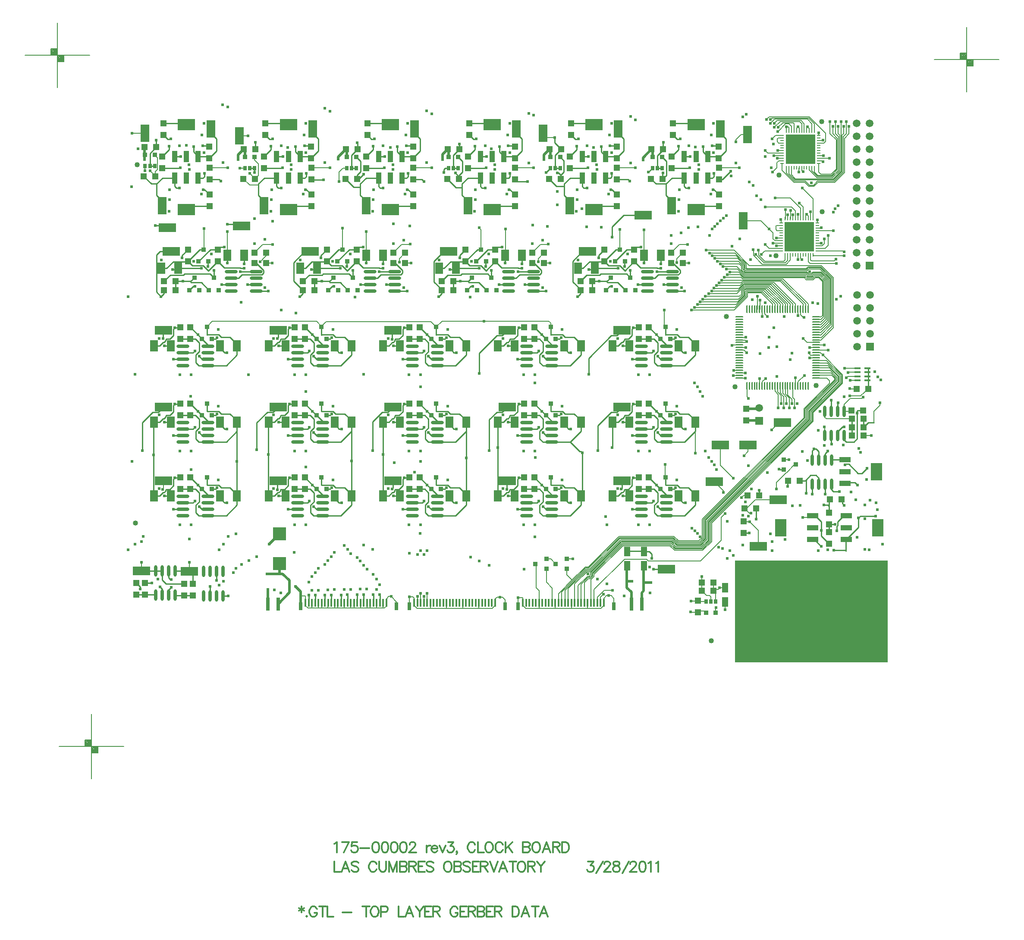
<source format=gtl>
%FSLAX23Y23*%
%MOIN*%
G70*
G01*
G75*
G04 Layer_Physical_Order=1*
G04 Layer_Color=255*
%ADD10O,0.010X0.061*%
%ADD11O,0.061X0.010*%
%ADD12R,0.037X0.035*%
%ADD13R,0.037X0.035*%
%ADD14R,0.035X0.037*%
%ADD15R,0.035X0.037*%
%ADD16R,0.138X0.085*%
%ADD17R,0.043X0.085*%
%ADD18R,0.043X0.085*%
%ADD19R,0.135X0.070*%
%ADD20R,0.028X0.036*%
%ADD21R,0.036X0.036*%
%ADD22R,0.036X0.036*%
%ADD23R,0.100X0.100*%
%ADD24R,0.060X0.086*%
%ADD25R,0.045X0.017*%
%ADD26R,0.031X0.060*%
%ADD27R,0.014X0.060*%
%ADD28R,0.030X0.100*%
%ADD29R,0.228X0.228*%
%ADD30O,0.008X0.033*%
%ADD31O,0.033X0.008*%
%ADD32O,0.024X0.087*%
%ADD33R,0.050X0.050*%
%ADD34R,0.070X0.135*%
%ADD35O,0.098X0.028*%
%ADD36R,0.050X0.050*%
%ADD37R,0.085X0.043*%
%ADD38R,0.085X0.043*%
%ADD39R,0.085X0.138*%
%ADD40R,0.048X0.078*%
%ADD41C,0.040*%
%ADD42C,0.010*%
%ADD43C,0.005*%
%ADD44C,0.020*%
%ADD45C,0.007*%
%ADD46C,0.012*%
%ADD47R,1.181X0.787*%
%ADD48C,0.008*%
%ADD49C,0.012*%
%ADD50C,0.012*%
%ADD51C,0.020*%
%ADD52C,0.026*%
%ADD53R,0.059X0.059*%
%ADD54C,0.059*%
%ADD55C,0.236*%
%ADD56C,0.050*%
%ADD57C,0.024*%
D10*
X26134Y18071D02*
D03*
X26154D02*
D03*
X26174D02*
D03*
X26194D02*
D03*
X26213D02*
D03*
X26233D02*
D03*
X26253D02*
D03*
X26272D02*
D03*
X26292D02*
D03*
X26312D02*
D03*
X26331D02*
D03*
X26351D02*
D03*
X26371D02*
D03*
X26390D02*
D03*
X26410D02*
D03*
X26430D02*
D03*
X26449D02*
D03*
X26469D02*
D03*
X26489D02*
D03*
X26508D02*
D03*
X26528D02*
D03*
X26548D02*
D03*
X26568D02*
D03*
X26587D02*
D03*
X26607D02*
D03*
Y17479D02*
D03*
X26587D02*
D03*
X26568D02*
D03*
X26548D02*
D03*
X26528D02*
D03*
X26508D02*
D03*
X26489D02*
D03*
X26469D02*
D03*
X26449D02*
D03*
X26430D02*
D03*
X26410D02*
D03*
X26390D02*
D03*
X26371D02*
D03*
X26351D02*
D03*
X26331D02*
D03*
X26312D02*
D03*
X26292D02*
D03*
X26272D02*
D03*
X26253D02*
D03*
X26233D02*
D03*
X26213D02*
D03*
X26194D02*
D03*
X26174D02*
D03*
X26154D02*
D03*
X26134D02*
D03*
D11*
X26667Y18011D02*
D03*
Y17992D02*
D03*
Y17972D02*
D03*
Y17952D02*
D03*
Y17933D02*
D03*
Y17913D02*
D03*
Y17893D02*
D03*
Y17874D02*
D03*
Y17854D02*
D03*
Y17834D02*
D03*
Y17815D02*
D03*
Y17795D02*
D03*
Y17775D02*
D03*
Y17755D02*
D03*
Y17736D02*
D03*
Y17716D02*
D03*
Y17696D02*
D03*
Y17677D02*
D03*
Y17657D02*
D03*
Y17637D02*
D03*
Y17618D02*
D03*
Y17598D02*
D03*
Y17578D02*
D03*
Y17559D02*
D03*
Y17539D02*
D03*
X26074D02*
D03*
Y17559D02*
D03*
Y17578D02*
D03*
Y17598D02*
D03*
Y17618D02*
D03*
Y17637D02*
D03*
Y17657D02*
D03*
Y17677D02*
D03*
Y17696D02*
D03*
Y17716D02*
D03*
Y17736D02*
D03*
Y17755D02*
D03*
Y17775D02*
D03*
Y17795D02*
D03*
Y17815D02*
D03*
Y17834D02*
D03*
Y17854D02*
D03*
Y17874D02*
D03*
Y17893D02*
D03*
Y17913D02*
D03*
Y17933D02*
D03*
Y17952D02*
D03*
Y17972D02*
D03*
Y17992D02*
D03*
Y18011D02*
D03*
D12*
X26419Y16909D02*
D03*
X26512Y16872D02*
D03*
D13*
X26419Y16834D02*
D03*
D14*
X21864Y18317D02*
D03*
X21826Y18219D02*
D03*
X25466Y17842D02*
D03*
X25504Y17935D02*
D03*
X22809Y17842D02*
D03*
X22846Y17935D02*
D03*
X25115Y18442D02*
D03*
X25152Y18534D02*
D03*
X24042Y18442D02*
D03*
X24079Y18534D02*
D03*
X22969Y18442D02*
D03*
X23007Y18534D02*
D03*
X21896Y18442D02*
D03*
X21934Y18534D02*
D03*
X24580Y17842D02*
D03*
X24618Y17935D02*
D03*
X23695Y17842D02*
D03*
X23732Y17935D02*
D03*
X21923Y17842D02*
D03*
X21960Y17935D02*
D03*
X25232Y18317D02*
D03*
X25195Y18219D02*
D03*
X24159Y18317D02*
D03*
X24122Y18219D02*
D03*
X23087Y18317D02*
D03*
X23049Y18219D02*
D03*
X22014Y18317D02*
D03*
X21976Y18219D02*
D03*
X25082Y18317D02*
D03*
X25045Y18219D02*
D03*
X24009Y18317D02*
D03*
X23972Y18219D02*
D03*
X22937Y18317D02*
D03*
X22899Y18219D02*
D03*
X21960Y17344D02*
D03*
X21923Y17252D02*
D03*
X24618Y17344D02*
D03*
X24580Y17252D02*
D03*
X25504Y17344D02*
D03*
X25466Y17252D02*
D03*
X21960Y16773D02*
D03*
X21923Y16681D02*
D03*
X22846Y16773D02*
D03*
X22809Y16681D02*
D03*
X25504Y16773D02*
D03*
X25466Y16681D02*
D03*
X22846Y17344D02*
D03*
X22809Y17252D02*
D03*
X23732Y17344D02*
D03*
X23695Y17252D02*
D03*
X23732Y16773D02*
D03*
X23695Y16681D02*
D03*
X24618Y16773D02*
D03*
X24580Y16681D02*
D03*
D15*
X21901Y18219D02*
D03*
X25541Y17842D02*
D03*
X22884D02*
D03*
X25190Y18442D02*
D03*
X24117D02*
D03*
X23044D02*
D03*
X21971D02*
D03*
X24655Y17842D02*
D03*
X23769D02*
D03*
X21998D02*
D03*
X25270Y18219D02*
D03*
X24197D02*
D03*
X23124D02*
D03*
X22051D02*
D03*
X25120D02*
D03*
X24047D02*
D03*
X22974D02*
D03*
X21998Y17252D02*
D03*
X24655D02*
D03*
X25541D02*
D03*
X21998Y16681D02*
D03*
X22884D02*
D03*
X25541D02*
D03*
X22884Y17252D02*
D03*
X23769Y17252D02*
D03*
X23769Y16681D02*
D03*
X24655D02*
D03*
D16*
X25740Y19498D02*
D03*
X21803Y19498D02*
D03*
X25740Y18841D02*
D03*
X24952D02*
D03*
X24165D02*
D03*
X23377D02*
D03*
X22590D02*
D03*
X21803D02*
D03*
X24952Y19498D02*
D03*
X24165Y19498D02*
D03*
X23377Y19498D02*
D03*
X22590Y19498D02*
D03*
D17*
X25830Y19254D02*
D03*
X25649D02*
D03*
X21712Y19254D02*
D03*
X21893D02*
D03*
X25830Y19085D02*
D03*
X25649D02*
D03*
X25043Y19085D02*
D03*
X24862D02*
D03*
X24255D02*
D03*
X24074D02*
D03*
X23468D02*
D03*
X23287D02*
D03*
X22681D02*
D03*
X22499D02*
D03*
X21893D02*
D03*
X21712D02*
D03*
X24862Y19254D02*
D03*
X25043D02*
D03*
X24074Y19254D02*
D03*
X24255D02*
D03*
X23287Y19254D02*
D03*
X23468D02*
D03*
X22499Y19254D02*
D03*
X22681D02*
D03*
D18*
X25740Y19254D02*
D03*
X21803Y19254D02*
D03*
X25740Y19085D02*
D03*
X24952Y19085D02*
D03*
X24165D02*
D03*
X23377D02*
D03*
X22590D02*
D03*
X21803D02*
D03*
X24952Y19254D02*
D03*
X24165Y19254D02*
D03*
X23377Y19254D02*
D03*
X22590Y19254D02*
D03*
D19*
X24283Y16747D02*
D03*
X22228Y18716D02*
D03*
X25510Y16062D02*
D03*
X26407Y17196D02*
D03*
X26142Y17021D02*
D03*
X25333Y18798D02*
D03*
X21655Y18703D02*
D03*
X25169Y17908D02*
D03*
X22511D02*
D03*
X21626D02*
D03*
X23397D02*
D03*
X24283D02*
D03*
X21684Y18518D02*
D03*
X22757D02*
D03*
X23829D02*
D03*
X24902D02*
D03*
X25880Y16738D02*
D03*
X26223Y16239D02*
D03*
X26374Y16599D02*
D03*
X25929Y17024D02*
D03*
X21455Y16050D02*
D03*
X21825Y16045D02*
D03*
X21626Y17317D02*
D03*
X24283D02*
D03*
X25169D02*
D03*
X21626Y16747D02*
D03*
X22511D02*
D03*
X25169D02*
D03*
X22511Y17317D02*
D03*
X23397Y17317D02*
D03*
Y16747D02*
D03*
D20*
X25893Y15813D02*
D03*
X25819D02*
D03*
X25856D02*
D03*
X25404Y19162D02*
D03*
X25478D02*
D03*
X25441D02*
D03*
X24616D02*
D03*
X24690D02*
D03*
X24653D02*
D03*
X23829D02*
D03*
X23903D02*
D03*
X23866D02*
D03*
X23042D02*
D03*
X23116D02*
D03*
X23079D02*
D03*
X22254D02*
D03*
X22328D02*
D03*
X22291D02*
D03*
X21483Y19179D02*
D03*
X21557D02*
D03*
X21520D02*
D03*
D21*
X25893Y15727D02*
D03*
X25819D02*
D03*
X25404Y19248D02*
D03*
X25478D02*
D03*
X24616D02*
D03*
X24690D02*
D03*
X23829D02*
D03*
X23903D02*
D03*
X23042D02*
D03*
X23116D02*
D03*
X22254D02*
D03*
X22328D02*
D03*
X21483Y19265D02*
D03*
X21557D02*
D03*
D22*
X24740Y16141D02*
D03*
X24654Y16104D02*
D03*
X24740Y16067D02*
D03*
X24584Y16141D02*
D03*
X24498Y16104D02*
D03*
X24584Y16067D02*
D03*
D23*
X22521Y16336D02*
D03*
Y16106D02*
D03*
D24*
X24720Y16628D02*
D03*
X24850D02*
D03*
X25736Y17790D02*
D03*
X25606D02*
D03*
X23078D02*
D03*
X22948D02*
D03*
X25094D02*
D03*
X25224D02*
D03*
X22437D02*
D03*
X22567D02*
D03*
X24827Y18388D02*
D03*
X24957D02*
D03*
X23754D02*
D03*
X23884D02*
D03*
X22812D02*
D03*
X22682D02*
D03*
X21609D02*
D03*
X21739D02*
D03*
X25337Y18488D02*
D03*
X25467D02*
D03*
X24264D02*
D03*
X24394D02*
D03*
X23322D02*
D03*
X23192D02*
D03*
X22119D02*
D03*
X22249D02*
D03*
X24850Y17790D02*
D03*
X24720D02*
D03*
X23964D02*
D03*
X23834D02*
D03*
X22193D02*
D03*
X22063D02*
D03*
X24208D02*
D03*
X24338D02*
D03*
X23322D02*
D03*
X23452D02*
D03*
X21551D02*
D03*
X21681D02*
D03*
Y17199D02*
D03*
X21551D02*
D03*
X24338D02*
D03*
X24208D02*
D03*
X25224D02*
D03*
X25094D02*
D03*
X21681Y16628D02*
D03*
X21551D02*
D03*
X22567D02*
D03*
X22437D02*
D03*
X25224Y16628D02*
D03*
X25094D02*
D03*
X22063Y17199D02*
D03*
X22193D02*
D03*
X24720D02*
D03*
X24850D02*
D03*
X25606D02*
D03*
X25736D02*
D03*
X22063Y16628D02*
D03*
X22193D02*
D03*
X22948D02*
D03*
X23078D02*
D03*
X25606Y16628D02*
D03*
X25736D02*
D03*
X22567Y17199D02*
D03*
X22437D02*
D03*
X23452Y17199D02*
D03*
X23322D02*
D03*
X23452Y16628D02*
D03*
X23322D02*
D03*
X24338D02*
D03*
X24208D02*
D03*
X22948Y17199D02*
D03*
X23078D02*
D03*
X23834Y17199D02*
D03*
X23964D02*
D03*
X23834Y16628D02*
D03*
X23964D02*
D03*
D25*
X27066Y17617D02*
D03*
Y17586D02*
D03*
Y17554D02*
D03*
Y17523D02*
D03*
X26989D02*
D03*
Y17554D02*
D03*
Y17586D02*
D03*
Y17617D02*
D03*
D26*
X22685Y15776D02*
D03*
X23425D02*
D03*
X23525D02*
D03*
X24265D02*
D03*
X24365D02*
D03*
X25105D02*
D03*
D27*
X25028Y15804D02*
D03*
X25003D02*
D03*
X24978D02*
D03*
X24953D02*
D03*
X24928D02*
D03*
X24903D02*
D03*
X24878D02*
D03*
X24853D02*
D03*
X24828D02*
D03*
X24803D02*
D03*
X24778D02*
D03*
X24753D02*
D03*
X24728D02*
D03*
X24703D02*
D03*
X24678D02*
D03*
X24653D02*
D03*
X24628D02*
D03*
X24603D02*
D03*
X24578D02*
D03*
X24553D02*
D03*
X24528D02*
D03*
X24503D02*
D03*
X24478D02*
D03*
X24453D02*
D03*
X24428D02*
D03*
X24403D02*
D03*
X24187Y15803D02*
D03*
X24162D02*
D03*
X24137D02*
D03*
X24112D02*
D03*
X24087D02*
D03*
X24062D02*
D03*
X24037D02*
D03*
X24012D02*
D03*
X23987D02*
D03*
X23962D02*
D03*
X23937D02*
D03*
X23912D02*
D03*
X23887D02*
D03*
X23862D02*
D03*
X23837D02*
D03*
X23812D02*
D03*
X23787D02*
D03*
X23762D02*
D03*
X23737D02*
D03*
X23712D02*
D03*
X23687D02*
D03*
X23662D02*
D03*
X23637D02*
D03*
X23612D02*
D03*
X23587D02*
D03*
X23562D02*
D03*
X23347D02*
D03*
X23322D02*
D03*
X23297D02*
D03*
X23272D02*
D03*
X23247D02*
D03*
X23222D02*
D03*
X23197D02*
D03*
X23172D02*
D03*
X23147D02*
D03*
X23122D02*
D03*
X23097D02*
D03*
X23072D02*
D03*
X23047D02*
D03*
X23022D02*
D03*
X22997D02*
D03*
X22972D02*
D03*
X22947D02*
D03*
X22922D02*
D03*
X22897D02*
D03*
X22872D02*
D03*
X22847D02*
D03*
X22822D02*
D03*
X22797D02*
D03*
X22772D02*
D03*
X22747D02*
D03*
X22722D02*
D03*
D28*
X22431Y15794D02*
D03*
X22510D02*
D03*
X25241Y15794D02*
D03*
X25320D02*
D03*
D29*
X26538Y18631D02*
D03*
X26547Y19308D02*
D03*
D30*
X26429Y18772D02*
D03*
X26449D02*
D03*
X26469D02*
D03*
X26489D02*
D03*
X26508D02*
D03*
X26528D02*
D03*
X26548D02*
D03*
X26567D02*
D03*
X26587D02*
D03*
X26607D02*
D03*
X26626D02*
D03*
X26646D02*
D03*
Y18491D02*
D03*
X26626D02*
D03*
X26607D02*
D03*
X26587D02*
D03*
X26567D02*
D03*
X26548D02*
D03*
X26528D02*
D03*
X26508D02*
D03*
X26489D02*
D03*
X26469D02*
D03*
X26449D02*
D03*
X26429D02*
D03*
X26438Y19449D02*
D03*
X26458D02*
D03*
X26478D02*
D03*
X26498D02*
D03*
X26517D02*
D03*
X26537D02*
D03*
X26557D02*
D03*
X26576D02*
D03*
X26596D02*
D03*
X26616D02*
D03*
X26635D02*
D03*
X26655D02*
D03*
Y19167D02*
D03*
X26635D02*
D03*
X26596D02*
D03*
X26576D02*
D03*
X26557D02*
D03*
X26537D02*
D03*
X26517D02*
D03*
X26498D02*
D03*
X26478D02*
D03*
X26458D02*
D03*
X26438D02*
D03*
X26616D02*
D03*
D31*
X26679Y18740D02*
D03*
Y18720D02*
D03*
Y18700D02*
D03*
Y18680D02*
D03*
Y18661D02*
D03*
Y18641D02*
D03*
Y18621D02*
D03*
Y18602D02*
D03*
Y18582D02*
D03*
Y18562D02*
D03*
Y18543D02*
D03*
Y18523D02*
D03*
X26397D02*
D03*
Y18543D02*
D03*
Y18562D02*
D03*
Y18582D02*
D03*
Y18602D02*
D03*
Y18621D02*
D03*
Y18641D02*
D03*
Y18661D02*
D03*
Y18680D02*
D03*
Y18700D02*
D03*
Y18720D02*
D03*
Y18740D02*
D03*
X26688Y19416D02*
D03*
Y19397D02*
D03*
Y19377D02*
D03*
Y19357D02*
D03*
Y19338D02*
D03*
Y19318D02*
D03*
Y19298D02*
D03*
Y19278D02*
D03*
Y19259D02*
D03*
Y19239D02*
D03*
Y19219D02*
D03*
Y19200D02*
D03*
X26406Y19219D02*
D03*
Y19239D02*
D03*
Y19259D02*
D03*
Y19278D02*
D03*
Y19298D02*
D03*
Y19318D02*
D03*
Y19338D02*
D03*
Y19357D02*
D03*
Y19377D02*
D03*
Y19397D02*
D03*
Y19416D02*
D03*
Y19200D02*
D03*
D32*
X21935Y15856D02*
D03*
X21985D02*
D03*
X22035D02*
D03*
X22085D02*
D03*
X21935Y16045D02*
D03*
X21985D02*
D03*
X22035D02*
D03*
X22085D02*
D03*
X26735Y17095D02*
D03*
X26785D02*
D03*
X26835D02*
D03*
X26885D02*
D03*
X26735Y17284D02*
D03*
X26785D02*
D03*
X26835D02*
D03*
X26885D02*
D03*
X21565Y15861D02*
D03*
X21615D02*
D03*
X21665D02*
D03*
X21715D02*
D03*
X21565Y16050D02*
D03*
X21615D02*
D03*
X21665D02*
D03*
X21715D02*
D03*
X26638Y16718D02*
D03*
X26688D02*
D03*
X26738D02*
D03*
X26788D02*
D03*
X26638Y16907D02*
D03*
X26688D02*
D03*
X26738D02*
D03*
X26788D02*
D03*
D33*
X25486Y19308D02*
D03*
X25396D02*
D03*
X24698D02*
D03*
X24608D02*
D03*
X23911D02*
D03*
X23821D02*
D03*
X23124D02*
D03*
X23034D02*
D03*
X22336D02*
D03*
X22246D02*
D03*
X21568Y19325D02*
D03*
X21478D02*
D03*
X25876Y15895D02*
D03*
X25786D02*
D03*
X25876Y15960D02*
D03*
X25786D02*
D03*
X26945Y17095D02*
D03*
X27035D02*
D03*
X27035Y17160D02*
D03*
X26945D02*
D03*
X25483Y19080D02*
D03*
X25393D02*
D03*
X24605D02*
D03*
X24695D02*
D03*
X23818D02*
D03*
X23908D02*
D03*
X23031D02*
D03*
X23121D02*
D03*
X22243D02*
D03*
X22333D02*
D03*
X21473Y19099D02*
D03*
X21563D02*
D03*
X25547Y18428D02*
D03*
X25637D02*
D03*
X24474D02*
D03*
X24564D02*
D03*
X23402D02*
D03*
X23492D02*
D03*
X22329D02*
D03*
X22419D02*
D03*
X24937Y18288D02*
D03*
X24847D02*
D03*
X23864D02*
D03*
X23774D02*
D03*
X22792D02*
D03*
X22702D02*
D03*
X21719D02*
D03*
X21629D02*
D03*
X24847Y18218D02*
D03*
X24937D02*
D03*
X23774D02*
D03*
X23864D02*
D03*
X22792D02*
D03*
X22702D02*
D03*
X21629D02*
D03*
X21719D02*
D03*
X25637Y18508D02*
D03*
X25547D02*
D03*
X24564D02*
D03*
X24474D02*
D03*
X23402D02*
D03*
X23492D02*
D03*
X22419D02*
D03*
X22329D02*
D03*
X27035Y17225D02*
D03*
X26945D02*
D03*
X27070Y17457D02*
D03*
X26980D02*
D03*
X26942Y17290D02*
D03*
X27032D02*
D03*
X26775Y16604D02*
D03*
X26865D02*
D03*
X26543Y16746D02*
D03*
X26453D02*
D03*
X26228Y16633D02*
D03*
X26138D02*
D03*
X26204Y16532D02*
D03*
X26114D02*
D03*
D34*
X26105Y18755D02*
D03*
X21480Y19433D02*
D03*
X26137Y19422D02*
D03*
X24559Y19434D02*
D03*
X22212Y19411D02*
D03*
X21990Y19465D02*
D03*
X22777D02*
D03*
X23564D02*
D03*
X24352D02*
D03*
X25139D02*
D03*
X25927D02*
D03*
X21616Y18873D02*
D03*
X22403D02*
D03*
X23190D02*
D03*
X23978D02*
D03*
X24765D02*
D03*
X25553D02*
D03*
D35*
X25319Y17786D02*
D03*
Y17736D02*
D03*
Y17686D02*
D03*
Y17636D02*
D03*
X25511Y17786D02*
D03*
Y17736D02*
D03*
Y17686D02*
D03*
Y17636D02*
D03*
X22661Y17786D02*
D03*
Y17736D02*
D03*
Y17686D02*
D03*
Y17636D02*
D03*
X22854Y17786D02*
D03*
Y17736D02*
D03*
Y17686D02*
D03*
Y17636D02*
D03*
X25366Y18363D02*
D03*
Y18313D02*
D03*
Y18263D02*
D03*
Y18213D02*
D03*
X25559Y18363D02*
D03*
Y18313D02*
D03*
Y18263D02*
D03*
Y18213D02*
D03*
X24293Y18363D02*
D03*
Y18313D02*
D03*
Y18263D02*
D03*
Y18213D02*
D03*
X24486Y18363D02*
D03*
Y18313D02*
D03*
Y18263D02*
D03*
Y18213D02*
D03*
X23220Y18363D02*
D03*
Y18313D02*
D03*
Y18263D02*
D03*
Y18213D02*
D03*
X23413Y18363D02*
D03*
Y18313D02*
D03*
Y18263D02*
D03*
Y18213D02*
D03*
X22147Y18363D02*
D03*
Y18313D02*
D03*
Y18263D02*
D03*
Y18213D02*
D03*
X22340Y18363D02*
D03*
Y18313D02*
D03*
Y18263D02*
D03*
Y18213D02*
D03*
X24433Y17786D02*
D03*
Y17736D02*
D03*
Y17686D02*
D03*
Y17636D02*
D03*
X24626Y17786D02*
D03*
Y17736D02*
D03*
Y17686D02*
D03*
Y17636D02*
D03*
X23547Y17786D02*
D03*
Y17736D02*
D03*
Y17686D02*
D03*
Y17636D02*
D03*
X23740Y17786D02*
D03*
Y17736D02*
D03*
Y17686D02*
D03*
Y17636D02*
D03*
X21775Y17786D02*
D03*
Y17736D02*
D03*
Y17686D02*
D03*
Y17636D02*
D03*
X21968Y17786D02*
D03*
Y17736D02*
D03*
Y17686D02*
D03*
Y17636D02*
D03*
X21968Y17046D02*
D03*
Y17096D02*
D03*
Y17146D02*
D03*
Y17196D02*
D03*
X21775Y17046D02*
D03*
Y17096D02*
D03*
Y17146D02*
D03*
Y17196D02*
D03*
X24626Y17046D02*
D03*
Y17096D02*
D03*
Y17146D02*
D03*
Y17196D02*
D03*
X24433Y17046D02*
D03*
Y17096D02*
D03*
Y17146D02*
D03*
Y17196D02*
D03*
X25511Y17046D02*
D03*
Y17096D02*
D03*
Y17146D02*
D03*
Y17196D02*
D03*
X25319Y17046D02*
D03*
Y17096D02*
D03*
Y17146D02*
D03*
Y17196D02*
D03*
X21968Y16475D02*
D03*
Y16525D02*
D03*
Y16575D02*
D03*
Y16625D02*
D03*
X21775Y16475D02*
D03*
Y16525D02*
D03*
Y16575D02*
D03*
Y16625D02*
D03*
X22854Y16475D02*
D03*
Y16525D02*
D03*
Y16575D02*
D03*
Y16625D02*
D03*
X22661Y16475D02*
D03*
Y16525D02*
D03*
Y16575D02*
D03*
Y16625D02*
D03*
X25511Y16475D02*
D03*
Y16525D02*
D03*
Y16575D02*
D03*
Y16625D02*
D03*
X25319Y16475D02*
D03*
Y16525D02*
D03*
Y16575D02*
D03*
Y16625D02*
D03*
X22854Y17046D02*
D03*
Y17096D02*
D03*
Y17146D02*
D03*
Y17196D02*
D03*
X22661Y17046D02*
D03*
Y17096D02*
D03*
Y17146D02*
D03*
Y17196D02*
D03*
X23740Y17046D02*
D03*
Y17096D02*
D03*
Y17146D02*
D03*
Y17196D02*
D03*
X23547Y17046D02*
D03*
Y17096D02*
D03*
Y17146D02*
D03*
Y17196D02*
D03*
X23740Y16475D02*
D03*
Y16525D02*
D03*
Y16575D02*
D03*
Y16625D02*
D03*
X23547Y16475D02*
D03*
Y16525D02*
D03*
Y16575D02*
D03*
Y16625D02*
D03*
X24626Y16475D02*
D03*
Y16525D02*
D03*
Y16575D02*
D03*
Y16625D02*
D03*
X24433Y16475D02*
D03*
Y16525D02*
D03*
Y16575D02*
D03*
Y16625D02*
D03*
D36*
X25297Y17933D02*
D03*
Y17843D02*
D03*
X22639Y17933D02*
D03*
Y17843D02*
D03*
X25376Y17933D02*
D03*
Y17843D02*
D03*
X22718Y17933D02*
D03*
Y17843D02*
D03*
X21480Y15955D02*
D03*
Y15865D02*
D03*
X21785Y15860D02*
D03*
Y15950D02*
D03*
X21850Y15950D02*
D03*
Y15860D02*
D03*
X26768Y16409D02*
D03*
Y16499D02*
D03*
Y16259D02*
D03*
Y16349D02*
D03*
X25917Y18959D02*
D03*
Y18869D02*
D03*
X25129D02*
D03*
Y18959D02*
D03*
X24342Y18869D02*
D03*
Y18959D02*
D03*
X23555Y18869D02*
D03*
Y18959D02*
D03*
X22767Y18869D02*
D03*
Y18959D02*
D03*
X21980Y18869D02*
D03*
Y18959D02*
D03*
X25916Y19240D02*
D03*
Y19330D02*
D03*
X25128Y19240D02*
D03*
Y19330D02*
D03*
X24341Y19240D02*
D03*
Y19330D02*
D03*
X23554Y19240D02*
D03*
Y19330D02*
D03*
X22766Y19240D02*
D03*
Y19330D02*
D03*
X21979Y19240D02*
D03*
Y19330D02*
D03*
X25562Y19420D02*
D03*
Y19510D02*
D03*
X24775Y19420D02*
D03*
Y19510D02*
D03*
X23988Y19420D02*
D03*
Y19510D02*
D03*
X23200Y19420D02*
D03*
Y19510D02*
D03*
X22413Y19420D02*
D03*
Y19510D02*
D03*
X21625Y19420D02*
D03*
Y19510D02*
D03*
X25756Y15730D02*
D03*
Y15820D02*
D03*
X25917Y19165D02*
D03*
Y19075D02*
D03*
X25129Y19165D02*
D03*
Y19075D02*
D03*
X24342Y19165D02*
D03*
Y19075D02*
D03*
X23555Y19165D02*
D03*
Y19075D02*
D03*
X22767Y19165D02*
D03*
Y19075D02*
D03*
X21980Y19165D02*
D03*
Y19075D02*
D03*
X25553Y19254D02*
D03*
Y19164D02*
D03*
X24765Y19254D02*
D03*
Y19164D02*
D03*
X23978Y19254D02*
D03*
Y19164D02*
D03*
X23190Y19254D02*
D03*
Y19164D02*
D03*
X22403Y19254D02*
D03*
Y19164D02*
D03*
X21616Y19254D02*
D03*
Y19164D02*
D03*
X26127Y17302D02*
D03*
Y17212D02*
D03*
X21415Y15865D02*
D03*
Y15955D02*
D03*
X25262Y18533D02*
D03*
Y18443D02*
D03*
X24189Y18533D02*
D03*
Y18443D02*
D03*
X23117Y18533D02*
D03*
Y18443D02*
D03*
X22044Y18533D02*
D03*
Y18443D02*
D03*
X25032Y18533D02*
D03*
Y18443D02*
D03*
X23959Y18533D02*
D03*
Y18443D02*
D03*
X22887Y18533D02*
D03*
Y18443D02*
D03*
X21814Y18533D02*
D03*
Y18443D02*
D03*
X24411Y17933D02*
D03*
Y17843D02*
D03*
X23525Y17933D02*
D03*
Y17843D02*
D03*
X21754Y17933D02*
D03*
Y17843D02*
D03*
X24490Y17933D02*
D03*
Y17843D02*
D03*
X23604Y17933D02*
D03*
Y17843D02*
D03*
X21832Y17933D02*
D03*
Y17843D02*
D03*
Y17253D02*
D03*
Y17343D02*
D03*
X24490Y17253D02*
D03*
Y17343D02*
D03*
X25376Y17253D02*
D03*
Y17343D02*
D03*
X21832Y16682D02*
D03*
Y16772D02*
D03*
X22718Y16682D02*
D03*
Y16772D02*
D03*
X25376Y16682D02*
D03*
Y16772D02*
D03*
X21754Y17253D02*
D03*
Y17343D02*
D03*
X24411Y17253D02*
D03*
Y17343D02*
D03*
X25297Y17253D02*
D03*
Y17343D02*
D03*
X21754Y16682D02*
D03*
Y16772D02*
D03*
X22639Y16682D02*
D03*
Y16772D02*
D03*
X25297Y16682D02*
D03*
Y16772D02*
D03*
X22718Y17253D02*
D03*
Y17343D02*
D03*
X23604Y17253D02*
D03*
Y17343D02*
D03*
Y16682D02*
D03*
Y16772D02*
D03*
X24490Y16682D02*
D03*
Y16772D02*
D03*
X22639Y17253D02*
D03*
Y17343D02*
D03*
X23525Y17253D02*
D03*
Y17343D02*
D03*
Y16682D02*
D03*
Y16772D02*
D03*
X24411Y16682D02*
D03*
Y16772D02*
D03*
X26107Y16341D02*
D03*
Y16431D02*
D03*
D37*
X26891Y16908D02*
D03*
Y16727D02*
D03*
X26901Y16475D02*
D03*
Y16294D02*
D03*
X26641Y16475D02*
D03*
Y16294D02*
D03*
D38*
X26891Y16817D02*
D03*
X26901Y16384D02*
D03*
X26641Y16384D02*
D03*
D39*
X27135Y16817D02*
D03*
X27146Y16384D02*
D03*
X26396Y16384D02*
D03*
D40*
X25209Y16089D02*
D03*
Y16199D02*
D03*
X25337Y16089D02*
D03*
Y16199D02*
D03*
X25966Y15920D02*
D03*
Y15810D02*
D03*
D41*
X26381Y19110D02*
D03*
X26713Y19524D02*
D03*
X26358Y18487D02*
D03*
X26715Y18825D02*
D03*
X25975Y18017D02*
D03*
X26043Y17471D02*
D03*
X26668Y17483D02*
D03*
X25857Y15508D02*
D03*
X21409Y16420D02*
D03*
X21423Y19190D02*
D03*
D42*
X26107Y16341D02*
X26153D01*
X26204Y16450D02*
Y16532D01*
X26227Y16674D02*
X26228Y16673D01*
Y16633D02*
Y16673D01*
X26768Y16549D02*
Y16597D01*
Y16499D02*
Y16549D01*
X26759Y16558D02*
X26768Y16549D01*
Y16597D02*
X26775Y16604D01*
X26583Y16746D02*
X26591Y16754D01*
X26543Y16746D02*
X26583D01*
X26449Y16742D02*
X26453Y16746D01*
X26449Y16702D02*
Y16742D01*
X26591Y16649D02*
Y16754D01*
X26667Y16788D02*
X26688Y16767D01*
X26591Y16754D02*
X26625Y16788D01*
X26688Y16718D02*
Y16767D01*
X26625Y16788D02*
X26667D01*
X26865Y16604D02*
X26870Y16599D01*
Y16571D02*
Y16599D01*
Y16571D02*
X26886Y16555D01*
X25373Y19131D02*
Y19131D01*
X25404Y19162D01*
X25486Y19359D02*
X25487Y19361D01*
X25441Y19162D02*
Y19259D01*
X25510Y19107D02*
Y19215D01*
X25483Y19080D02*
X25510Y19107D01*
X25478Y19248D02*
X25510Y19215D01*
X25393Y19080D02*
X25431Y19041D01*
X25508D01*
X25483Y19080D02*
Y19124D01*
X25484Y19126D01*
X25550Y19162D02*
X25553Y19164D01*
X25441Y19162D02*
X25478D01*
X25256Y16768D02*
X25293D01*
X24370Y17339D02*
X24407D01*
X24207Y17199D02*
Y17201D01*
X25559Y18213D02*
X25560Y18212D01*
X25187Y18439D02*
X25190Y18442D01*
X25561Y18428D02*
X25617Y18372D01*
X25547Y18428D02*
X25561D01*
X25603Y18340D02*
X25617Y18353D01*
Y18372D01*
X25449Y18340D02*
X25603D01*
X25422Y18313D02*
X25449Y18340D01*
X25366Y18313D02*
X25422D01*
X25547Y18580D02*
X25547Y18579D01*
Y18578D02*
X25548Y18579D01*
X24847Y18192D02*
Y18218D01*
X24825Y18170D02*
X24847Y18192D01*
X24937Y18218D02*
Y18288D01*
X24947Y18378D02*
X24957Y18388D01*
X25337Y18488D02*
X25337Y18488D01*
X25467Y18488D02*
X25467Y18488D01*
X25204Y18345D02*
X25232Y18317D01*
X25232Y18317D01*
X25005Y18345D02*
X25204D01*
X24996Y18336D02*
X25005Y18345D01*
X24895Y18336D02*
X24996D01*
X24847Y18288D02*
X24895Y18336D01*
X25045Y18219D02*
Y18220D01*
X25262Y18533D02*
X25280Y18551D01*
X25262Y18533D02*
X25271Y18542D01*
X25206Y18533D02*
X25262D01*
X25115Y18442D02*
X25206Y18533D01*
X24987Y18488D02*
X25032Y18533D01*
X24987Y18468D02*
Y18488D01*
X25337Y18428D02*
Y18488D01*
X25187Y18403D02*
Y18439D01*
X25123Y18534D02*
X25152D01*
X25032Y18443D02*
X25123Y18534D01*
X25032Y18443D02*
X25066Y18409D01*
X25029Y18440D02*
X25032Y18443D01*
X25066Y18409D02*
X25151D01*
X24918Y18440D02*
X25029D01*
X25190Y18370D02*
X25262Y18443D01*
X25151Y18409D02*
X25190Y18370D01*
X24866Y18388D02*
X24918Y18440D01*
X24827Y18388D02*
X24866D01*
X25053Y18288D02*
X25082Y18317D01*
X25057Y18278D02*
X25136D01*
X25053Y18282D02*
Y18288D01*
X25136Y18278D02*
X25195Y18219D01*
X25053Y18282D02*
X25057Y18278D01*
X24937Y18288D02*
X25053D01*
X25232Y18317D02*
Y18373D01*
X25072Y18248D02*
X25087D01*
X25045Y18220D02*
X25072Y18248D01*
X25492Y18263D02*
X25559D01*
X24957Y18388D02*
X25137D01*
X25560Y18212D02*
X25653D01*
X25262Y18443D02*
X25312Y18393D01*
X25440Y18390D02*
X25467D01*
X25437Y18393D02*
X25440Y18390D01*
X25312Y18393D02*
X25437D01*
X25437Y18363D02*
X25558D01*
X25280Y18551D02*
X25314D01*
X24912Y18378D02*
X24947D01*
X25467Y18423D02*
Y18488D01*
X25292Y18263D02*
X25366D01*
X24486Y18213D02*
X24487Y18212D01*
X24114Y18439D02*
X24117Y18442D01*
X24488Y18428D02*
X24544Y18372D01*
X24474Y18428D02*
X24488D01*
X24531Y18340D02*
X24544Y18353D01*
Y18372D01*
X24377Y18340D02*
X24531D01*
X24349Y18313D02*
X24377Y18340D01*
X24293Y18313D02*
X24349D01*
X24474Y18578D02*
X24475Y18579D01*
X24474Y18580D02*
X24474Y18579D01*
X23864Y18218D02*
Y18288D01*
X23774Y18192D02*
Y18218D01*
X23752Y18170D02*
X23774Y18192D01*
X23874Y18378D02*
X23884Y18388D01*
X24394Y18488D02*
X24394Y18488D01*
X24264Y18488D02*
X24264Y18488D01*
X24132Y18345D02*
X24159Y18317D01*
X24159Y18317D01*
X23932Y18345D02*
X24132D01*
X23923Y18336D02*
X23932Y18345D01*
X23822Y18336D02*
X23923D01*
X23774Y18288D02*
X23822Y18336D01*
X23972Y18219D02*
Y18220D01*
X24189Y18533D02*
X24207Y18551D01*
X24189Y18533D02*
X24198Y18542D01*
X24133Y18533D02*
X24189D01*
X24042Y18442D02*
X24133Y18533D01*
X24264Y18428D02*
Y18488D01*
X23914D02*
X23959Y18533D01*
X23914Y18468D02*
Y18488D01*
X24114Y18403D02*
Y18439D01*
X24117Y18370D02*
X24189Y18443D01*
X24051Y18534D02*
X24079D01*
X23959Y18443D02*
X24051Y18534D01*
X23956Y18440D02*
X23959Y18443D01*
X23993Y18409D01*
X23845Y18440D02*
X23956D01*
X23993Y18409D02*
X24078D01*
X23793Y18388D02*
X23845Y18440D01*
X24078Y18409D02*
X24117Y18370D01*
X23754Y18388D02*
X23793D01*
X23980Y18288D02*
X24009Y18317D01*
X23984Y18278D02*
X24063D01*
X23980Y18282D02*
Y18288D01*
X24063Y18278D02*
X24122Y18219D01*
X23980Y18282D02*
X23984Y18278D01*
X23864Y18288D02*
X23980D01*
X24159Y18317D02*
Y18373D01*
X23999Y18248D02*
X24014D01*
X23972Y18220D02*
X23999Y18248D01*
X24419Y18263D02*
X24486D01*
X23884Y18388D02*
X24064D01*
X24364Y18393D02*
X24368Y18390D01*
X24239Y18393D02*
X24364D01*
X24189Y18443D02*
X24239Y18393D01*
X24487Y18212D02*
X24580D01*
X24368Y18390D02*
X24394D01*
X24364Y18363D02*
X24485D01*
X24207Y18551D02*
X24241D01*
X23839Y18378D02*
X23874D01*
X24394Y18423D02*
Y18488D01*
X24219Y18263D02*
X24293D01*
X23413Y18213D02*
X23414Y18212D01*
X23042Y18439D02*
X23044Y18442D01*
X23416Y18428D02*
X23471Y18372D01*
X23402Y18428D02*
X23416D01*
X23458Y18340D02*
X23471Y18353D01*
Y18372D01*
X23304Y18340D02*
X23458D01*
X23277Y18313D02*
X23304Y18340D01*
X23220Y18313D02*
X23277D01*
X23401Y18580D02*
X23402Y18579D01*
X22702Y18192D02*
Y18218D01*
X22679Y18170D02*
X22702Y18192D01*
X22792Y18218D02*
Y18288D01*
X22802Y18378D02*
X22812Y18388D01*
X23192Y18488D02*
X23192Y18488D01*
X23322Y18488D02*
X23322Y18488D01*
X23059Y18345D02*
X23087Y18317D01*
X23087Y18317D01*
X22859Y18345D02*
X23059D01*
X22851Y18336D02*
X22859Y18345D01*
X22750Y18336D02*
X22851D01*
X22702Y18288D02*
X22750Y18336D01*
X22899Y18219D02*
Y18220D01*
X23117Y18533D02*
X23134Y18551D01*
X23117Y18533D02*
X23126Y18542D01*
X23060Y18533D02*
X23117D01*
X22969Y18442D02*
X23060Y18533D01*
X22842Y18488D02*
X22887Y18533D01*
X22842Y18468D02*
Y18488D01*
X23192Y18428D02*
Y18488D01*
X23042Y18403D02*
Y18439D01*
X22978Y18534D02*
X23007D01*
X22887Y18443D02*
X22978Y18534D01*
X22887Y18443D02*
X22921Y18409D01*
X22884Y18440D02*
X22887Y18443D01*
X22921Y18409D02*
X23006D01*
X22773Y18440D02*
X22884D01*
X23044Y18370D02*
X23117Y18443D01*
X23006Y18409D02*
X23044Y18370D01*
X22721Y18388D02*
X22773Y18440D01*
X22682Y18388D02*
X22721D01*
X22907Y18288D02*
X22937Y18317D01*
X22912Y18278D02*
X22990D01*
X22907Y18282D02*
Y18288D01*
X22990Y18278D02*
X23049Y18219D01*
X22907Y18282D02*
X22912Y18278D01*
X22792Y18288D02*
X22907D01*
X23087Y18317D02*
Y18373D01*
X22927Y18248D02*
X22942D01*
X22899Y18220D02*
X22927Y18248D01*
X23347Y18263D02*
X23413D01*
X22812Y18388D02*
X22992D01*
X23414Y18212D02*
X23507D01*
X23117Y18443D02*
X23167Y18393D01*
X23295Y18390D02*
X23321D01*
X23292Y18393D02*
X23295Y18390D01*
X23167Y18393D02*
X23292D01*
X23291Y18363D02*
X23413D01*
X23134Y18551D02*
X23168D01*
X22767Y18378D02*
X22802D01*
X23322Y18423D02*
Y18488D01*
X23147Y18263D02*
X23220D01*
X25007Y19290D02*
X25043Y19254D01*
X25007Y19290D02*
Y19330D01*
X22872Y15803D02*
Y15863D01*
X22872Y15863D02*
X22872Y15863D01*
X24862Y19021D02*
X24873Y19009D01*
X24862Y19021D02*
Y19085D01*
X24873Y19009D02*
X24897D01*
X25093Y17002D02*
X25094Y17002D01*
Y17199D01*
X25653Y17046D02*
X25736Y17129D01*
X23964Y17129D02*
Y17199D01*
Y16924D02*
Y17129D01*
X23881Y17046D02*
X23964Y17129D01*
Y16628D02*
Y16924D01*
X23078Y17129D02*
Y17199D01*
Y16899D02*
Y17129D01*
X22995Y17046D02*
X23078Y17129D01*
Y16628D02*
Y16899D01*
X22193Y17129D02*
Y17199D01*
Y16896D02*
Y17129D01*
X22110Y17046D02*
X22193Y17129D01*
Y16628D02*
Y16896D01*
X24767Y17046D02*
X24841Y16972D01*
X24850D01*
X24370Y17930D02*
X24407D01*
X23484D02*
X23522D01*
X22598D02*
X22636D01*
X21712D02*
X21750D01*
X22218Y18363D02*
X22340D01*
X22385Y18340D02*
X22398Y18353D01*
X22231Y18340D02*
X22385D01*
X22204Y18313D02*
X22231Y18340D01*
X22222Y18390D02*
X22248D01*
X22340Y18213D02*
X22341Y18212D01*
X22434D01*
X25399Y16146D02*
Y16178D01*
X25378Y16199D02*
X25399Y16178D01*
X25337Y16199D02*
X25378D01*
X21665Y15903D02*
X21686Y15924D01*
X21665Y15861D02*
Y15903D01*
X26893Y16875D02*
X26920D01*
X26993Y16802D01*
X26893Y16869D02*
Y16875D01*
X27022Y16802D02*
X27061Y16841D01*
X26993Y16802D02*
X27022D01*
X21820Y16050D02*
X21825Y16045D01*
X21850Y16020D01*
X21645Y15950D02*
X21785D01*
X21615Y15980D02*
X21645Y15950D01*
X23965Y16924D02*
X23965Y16924D01*
X23964Y16924D02*
X23965D01*
X24207Y16630D02*
Y17199D01*
X23321Y16949D02*
Y17198D01*
Y16630D02*
Y16949D01*
X22435D02*
Y17198D01*
Y16630D02*
Y16949D01*
X21549Y16945D02*
Y17198D01*
Y16630D02*
Y16945D01*
X21712Y16768D02*
X21750D01*
X21549Y16630D02*
X21551Y16628D01*
X24861Y16640D02*
Y16961D01*
X24850Y16972D02*
X24861Y16961D01*
X23402Y18578D02*
X23402Y18579D01*
X22328Y18580D02*
X22329Y18579D01*
X22061Y18551D02*
X22095D01*
X22044Y18533D02*
X22061Y18551D01*
X22044Y18533D02*
X22053Y18542D01*
X23171Y15865D02*
X23172Y15864D01*
Y15803D02*
Y15864D01*
X23246Y15865D02*
X23247Y15864D01*
Y15803D02*
Y15864D01*
X25878Y18997D02*
X25917Y18959D01*
X25870Y18997D02*
X25878D01*
X25767Y18869D02*
X25917D01*
X25554Y19087D02*
X25556Y19085D01*
X25914Y19335D02*
X25917Y19333D01*
X25864Y19335D02*
X25914D01*
X25905Y19254D02*
X25917Y19243D01*
X25562Y19510D02*
X25728D01*
X25617Y19387D02*
X25618Y19388D01*
X25595Y19387D02*
X25617D01*
X25562Y19420D02*
X25595Y19387D01*
X25693Y19164D02*
X25693Y19165D01*
X25553Y19164D02*
X25693D01*
X25553D02*
X25556Y19167D01*
X25553Y19164D02*
X25559Y19171D01*
X25553Y19155D02*
Y19164D01*
X25606Y19307D02*
Y19333D01*
X25553Y19254D02*
X25606Y19307D01*
X25649Y19021D02*
X25661Y19009D01*
X25684D01*
X25649Y19021D02*
Y19085D01*
X25556D02*
X25649D01*
X25877Y19097D02*
Y19124D01*
X25865Y19085D02*
X25877Y19097D01*
X25830Y19085D02*
X25865D01*
X25830Y19254D02*
X25905D01*
X25795Y19290D02*
X25830Y19254D01*
X25795Y19290D02*
Y19330D01*
X25649Y19254D02*
X25696D01*
X25927Y19434D02*
X25971Y19390D01*
Y19297D02*
Y19390D01*
X25917Y19243D02*
X25971Y19297D01*
X25927Y19434D02*
Y19465D01*
X25508Y19041D02*
X25554Y19087D01*
X25508Y18952D02*
X25553Y18908D01*
X25508Y18952D02*
Y19041D01*
X25553Y18874D02*
Y18908D01*
X25091Y18997D02*
X25129Y18959D01*
X25083Y18997D02*
X25091D01*
X24980Y18869D02*
X25129D01*
X25127Y19335D02*
X25129Y19333D01*
X25076Y19335D02*
X25127D01*
X25118Y19254D02*
X25129Y19243D01*
X24775Y19510D02*
X24941D01*
X24829Y19387D02*
X24830Y19388D01*
X24808Y19387D02*
X24829D01*
X24775Y19420D02*
X24808Y19387D01*
X24905Y19164D02*
X24906Y19165D01*
X24765Y19164D02*
X24905D01*
X24765D02*
X24768Y19167D01*
X24765Y19164D02*
X24772Y19171D01*
X24765Y19155D02*
Y19164D01*
X24818Y19307D02*
Y19333D01*
X24765Y19254D02*
X24818Y19307D01*
X24768Y19085D02*
X24862D01*
X25089Y19097D02*
Y19124D01*
X25077Y19085D02*
X25089Y19097D01*
X25043Y19085D02*
X25077D01*
X25043Y19254D02*
X25118D01*
X24862D02*
X24909D01*
X25139Y19434D02*
X25183Y19390D01*
Y19297D02*
Y19390D01*
X25129Y19243D02*
X25183Y19297D01*
X25139Y19434D02*
Y19465D01*
X24721Y19041D02*
X24767Y19087D01*
X24721Y18952D02*
X24765Y18908D01*
Y18874D02*
Y18908D01*
X24303Y18997D02*
X24342Y18959D01*
X24296Y18997D02*
X24303D01*
X24193Y18869D02*
X24342D01*
X23979Y19087D02*
X23981Y19085D01*
X24340Y19335D02*
X24342Y19333D01*
X24289Y19335D02*
X24340D01*
X24330Y19254D02*
X24342Y19243D01*
X23988Y19510D02*
X24153D01*
X24042Y19387D02*
X24043Y19388D01*
X24020Y19387D02*
X24042D01*
X23988Y19420D02*
X24020Y19387D01*
X24118Y19164D02*
X24119Y19165D01*
X23978Y19164D02*
X24118D01*
X23978D02*
X23981Y19167D01*
X23978Y19164D02*
X23984Y19171D01*
X23978Y19155D02*
Y19164D01*
X24031Y19307D02*
Y19333D01*
X23978Y19254D02*
X24031Y19307D01*
X24074Y19021D02*
X24086Y19009D01*
X24110D01*
X24074Y19021D02*
Y19085D01*
X23981D02*
X24074D01*
X24302Y19097D02*
Y19124D01*
X24290Y19085D02*
X24302Y19097D01*
X24255Y19085D02*
X24290D01*
X24255Y19254D02*
X24330D01*
X24220Y19290D02*
X24255Y19254D01*
X24220Y19290D02*
Y19330D01*
X24074Y19254D02*
X24121D01*
X24352Y19434D02*
X24396Y19390D01*
Y19297D02*
Y19390D01*
X24342Y19243D02*
X24396Y19297D01*
X24352Y19434D02*
Y19465D01*
X23933Y19041D02*
X23979Y19087D01*
X23933Y18952D02*
X23978Y18908D01*
Y18874D02*
Y18908D01*
X21941Y18997D02*
X21980Y18959D01*
X21933Y18997D02*
X21941D01*
X21830Y18869D02*
X21980D01*
X21977Y19335D02*
X21980Y19333D01*
X21927Y19335D02*
X21977D01*
X21968Y19254D02*
X21980Y19243D01*
X21625Y19510D02*
X21791D01*
X21680Y19387D02*
X21681Y19388D01*
X21658Y19387D02*
X21680D01*
X21625Y19420D02*
X21658Y19387D01*
X21756Y19164D02*
X21756Y19165D01*
X21616Y19164D02*
X21756D01*
X21616D02*
X21619Y19167D01*
X21616Y19164D02*
X21622Y19171D01*
X21616Y19155D02*
Y19164D01*
X21669Y19307D02*
Y19333D01*
X21616Y19254D02*
X21669Y19307D01*
X21712Y19021D02*
X21724Y19009D01*
X21747D01*
X21712Y19021D02*
Y19085D01*
X21619D02*
X21712D01*
X21940Y19097D02*
Y19124D01*
X21928Y19085D02*
X21940Y19097D01*
X21893Y19085D02*
X21928D01*
X21893Y19254D02*
X21968D01*
X21858Y19290D02*
X21893Y19254D01*
X21858Y19290D02*
Y19330D01*
X21712Y19254D02*
X21759D01*
X21990Y19434D02*
X22034Y19390D01*
Y19297D02*
Y19390D01*
X21980Y19243D02*
X22034Y19297D01*
X21990Y19434D02*
Y19465D01*
X21571Y19041D02*
X21617Y19087D01*
X21571Y18952D02*
X21616Y18908D01*
X21571Y18952D02*
Y19041D01*
X21616Y18874D02*
Y18908D01*
X21832Y16771D02*
Y16772D01*
Y16771D02*
X21890Y16713D01*
X21923Y16681D01*
X21754Y16682D02*
X21832D01*
X21551Y16628D02*
X21595D01*
X21621Y16655D01*
X21629D01*
X21642Y16667D01*
Y16675D01*
X21647Y16680D02*
X21675D01*
X21642Y16675D02*
X21647Y16680D01*
X21998Y16681D02*
X22027D01*
X21675Y16680D02*
X21702Y16708D01*
X22027Y16681D02*
X22039Y16692D01*
X21702Y16708D02*
Y16758D01*
X21712Y16768D01*
X21712Y16768D01*
X21750Y16768D02*
X21754Y16772D01*
X21631Y16628D02*
X21681D01*
X22071Y16693D02*
X22139D01*
X22193Y16628D02*
Y16640D01*
X22139Y16693D02*
X22193Y16640D01*
X21960Y16712D02*
Y16773D01*
X22051Y16713D02*
X22071Y16693D01*
X21960Y16712D02*
X21962Y16713D01*
X22051D01*
X22063Y16610D02*
X22097Y16575D01*
X22063Y16610D02*
Y16628D01*
X22097Y16575D02*
X22116D01*
X21775Y16575D02*
X21853D01*
X21867Y16588D01*
X21867D02*
X21867D01*
X21703Y16525D02*
X21704Y16525D01*
X21775D01*
X21900Y16547D02*
X21922Y16525D01*
X21968D01*
X22274Y18263D02*
X22340D01*
X22219Y18393D02*
X22222Y18390D01*
X22094Y18393D02*
X22219D01*
X22044Y18443D02*
X22094Y18393D01*
X22074Y18263D02*
X22147D01*
Y18313D02*
X22204D01*
X22398Y18353D02*
Y18372D01*
X22343Y18428D02*
X22398Y18372D01*
X21814Y18443D02*
X21905Y18534D01*
X21934D01*
X21969Y18403D02*
Y18439D01*
X21971Y18442D01*
X22119Y18428D02*
Y18488D01*
X21769Y18468D02*
Y18488D01*
X21814Y18533D01*
X21896Y18442D02*
X21988Y18533D01*
X22044D01*
X22329Y18428D02*
X22343D01*
X21629Y18288D02*
X21677Y18336D01*
X21778D01*
X21787Y18345D01*
X21986D01*
X22014Y18317D01*
X21719Y18218D02*
Y18288D01*
X21834D01*
Y18282D02*
X21839Y18278D01*
X21917D02*
X21976Y18219D01*
X21834Y18282D02*
Y18288D01*
X21839Y18278D02*
X21917D01*
X21834Y18288D02*
X21864Y18317D01*
X21694Y18378D02*
X21729D01*
X21739Y18388D01*
X21919D01*
X21609D02*
X21648D01*
X21700Y18440D01*
X21811D01*
X22249Y18423D02*
Y18488D01*
X22249Y18488D01*
X22119Y18488D02*
X22119Y18488D01*
X22014Y18317D02*
X22014Y18317D01*
X22014Y18317D02*
Y18373D01*
X21826Y18219D02*
Y18220D01*
X21854Y18248D01*
X21869D01*
X21933Y18409D02*
X21971Y18370D01*
X22044Y18443D01*
X21848Y18409D02*
X21933D01*
X21814Y18443D02*
X21848Y18409D01*
X21811Y18440D02*
X21814Y18443D01*
X21629Y18192D02*
Y18218D01*
X21606Y18170D02*
X21629Y18192D01*
X23297Y15803D02*
Y15864D01*
X23122Y15803D02*
Y15864D01*
X23121Y15865D02*
X23122Y15864D01*
X23047Y15803D02*
Y15864D01*
X22997Y15803D02*
Y15861D01*
X22922Y15803D02*
Y15864D01*
X22797Y15803D02*
Y15862D01*
X22798Y15863D01*
X22747Y15803D02*
Y15860D01*
X22748Y15861D01*
X27035Y17160D02*
X27070Y17195D01*
X27115D01*
X27035Y17160D02*
Y17225D01*
X26945Y17095D02*
Y17160D01*
Y17225D01*
X26732Y17018D02*
X26735Y17021D01*
X26835Y17284D02*
Y17346D01*
X26837Y17348D01*
X26785Y17026D02*
Y17095D01*
Y17026D02*
X26787Y17028D01*
X26898Y16204D02*
Y16291D01*
X26901Y16294D01*
X26662Y16475D02*
X26709Y16428D01*
X26641Y16475D02*
X26662D01*
X26638Y16477D02*
X26641Y16475D01*
X26709Y16363D02*
Y16428D01*
X26804Y16208D02*
X26895D01*
X26898Y16204D01*
X26881Y16475D02*
X26901D01*
X26994Y16386D02*
Y16458D01*
X26641Y16294D02*
X26653D01*
X26709Y16238D01*
Y16319D02*
Y16363D01*
Y16319D02*
X26768Y16259D01*
X27128Y16474D02*
X27129Y16473D01*
X27010Y16474D02*
X27128D01*
X26994Y16458D02*
X27010Y16474D01*
X26984Y16308D02*
X26986Y16307D01*
X26768Y16349D02*
Y16409D01*
X26815D01*
X26836Y16430D02*
X26881Y16475D01*
X26729Y16558D02*
X26759D01*
X26901Y16294D02*
X26994Y16386D01*
X26829Y16358D02*
Y16393D01*
X26836Y16401D01*
Y16430D01*
X26688Y16907D02*
Y16972D01*
X26668Y16992D02*
X26688Y16972D01*
X26653Y16992D02*
X26668D01*
X26638Y16977D02*
X26653Y16992D01*
X26638Y16907D02*
Y16977D01*
X26638Y16642D02*
Y16718D01*
X26638Y16642D02*
X26638Y16642D01*
X26788Y16677D02*
Y16718D01*
Y16677D02*
X26803Y16662D01*
X26848D01*
X26738Y16642D02*
Y16718D01*
X26738Y16718D01*
X26968Y16732D02*
X26988Y16712D01*
X26896Y16732D02*
X26968D01*
X26891Y16727D02*
X26896Y16732D01*
X26789Y16908D02*
X26891D01*
X26788Y16907D02*
X26789Y16908D01*
X26738Y16907D02*
Y16957D01*
X26758Y16977D01*
X26863Y16732D02*
X26885D01*
X26891Y16727D01*
X21560Y15865D02*
X21565Y15861D01*
X21415Y15865D02*
X21480D01*
X21560D01*
X21565Y16050D02*
X21615D01*
Y15980D02*
Y16050D01*
X21565Y16050D02*
X21565Y16050D01*
X21455Y16050D02*
X21565D01*
X21715Y16050D02*
X21820D01*
X21850Y15950D02*
Y16020D01*
X21715Y15861D02*
X21715Y15860D01*
X21850D01*
X22085Y15856D02*
X22124D01*
X22125Y15856D01*
X21984Y15857D02*
X21985Y15856D01*
X21984Y15857D02*
Y15930D01*
X22035Y15977D02*
Y16045D01*
X21535Y15955D02*
X21535Y15955D01*
X21480Y15955D02*
X21535D01*
X21677Y15984D02*
X21684D01*
X21665Y15996D02*
X21677Y15984D01*
X21665Y15996D02*
Y16050D01*
X21415Y15955D02*
X21444Y15926D01*
Y15910D02*
Y15926D01*
Y15910D02*
X21446Y15908D01*
X27066Y17617D02*
X27070Y17613D01*
Y17457D02*
Y17613D01*
X21615Y15861D02*
Y15910D01*
X21598Y15927D02*
X21615Y15910D01*
X22216Y18728D02*
X22228Y18716D01*
X22117Y18728D02*
X22216D01*
X21639Y18719D02*
X21655Y18703D01*
X21560Y18719D02*
X21639D01*
X25180Y18798D02*
X25333D01*
X25091Y18709D02*
X25180Y18798D01*
X25091Y18630D02*
Y18709D01*
X25413Y16062D02*
X25510D01*
X21980Y19075D02*
X22056D01*
X22068Y19064D01*
X24360Y19058D02*
X24437D01*
X24342Y19075D02*
X24360Y19058D01*
X25129Y19075D02*
X25215D01*
X25228Y19063D01*
X25946Y19075D02*
X26009Y19139D01*
X25917Y19075D02*
X25946D01*
X21968Y16625D02*
Y16635D01*
X21923Y16681D02*
X21968Y16635D01*
X21832Y16682D02*
X21872D01*
X21902Y16653D01*
Y16584D02*
Y16653D01*
X21875Y16558D02*
X21902Y16584D01*
X21875Y16499D02*
Y16558D01*
Y16499D02*
X21899Y16475D01*
X21968D01*
X22110D01*
X22193Y16558D01*
Y16628D01*
X22191Y16895D02*
X22193Y16896D01*
X23078Y16899D02*
X23079Y16899D01*
X21875Y17660D02*
Y17719D01*
X21899Y17636D02*
X21968D01*
X21875Y17660D02*
X21899Y17636D01*
X21832Y17843D02*
X21872D01*
X21754D02*
X21832D01*
X21875Y17719D02*
X21902Y17745D01*
X21872Y17843D02*
X21902Y17814D01*
Y17745D02*
Y17814D01*
X21832Y17933D02*
Y17933D01*
Y17933D02*
X21890Y17875D01*
X21923Y17842D01*
X21551Y17790D02*
X21595D01*
X21621Y17816D01*
X21629D01*
X21642Y17829D01*
Y17837D01*
X21647Y17842D01*
X21675D01*
X21702Y17869D01*
X21998Y17842D02*
X22027D01*
X22039Y17854D01*
X21702Y17869D02*
Y17920D01*
X21712Y17930D01*
X21712Y17930D01*
X21750Y17930D02*
X21754Y17933D01*
X21631Y17790D02*
X21681D01*
X21549Y17792D02*
X21551Y17790D01*
X22063Y17771D02*
X22097Y17737D01*
X22063Y17771D02*
Y17790D01*
X22097Y17737D02*
X22116D01*
X21968Y17636D02*
X22110D01*
X22193Y17719D01*
Y17790D01*
Y17802D01*
X22139Y17855D02*
X22193Y17802D01*
X21960Y17874D02*
X21962Y17875D01*
X22051D02*
X22071Y17855D01*
X22139D01*
X21962Y17875D02*
X22051D01*
X21960Y17874D02*
Y17935D01*
X21923Y17842D02*
X21968Y17797D01*
X21900Y17708D02*
X21922Y17686D01*
X21968D01*
Y17786D02*
Y17797D01*
X21703Y17687D02*
X21704Y17686D01*
X21775D01*
Y17736D02*
X21853D01*
X21867Y17750D01*
X21867D02*
X21867D01*
X22761Y17660D02*
Y17719D01*
X22785Y17636D02*
X22854D01*
X22761Y17660D02*
X22785Y17636D01*
X22718Y17843D02*
X22758D01*
X22639D02*
X22718D01*
X22761Y17719D02*
X22788Y17745D01*
X22758Y17843D02*
X22788Y17814D01*
Y17745D02*
Y17814D01*
X22718Y17933D02*
Y17933D01*
Y17933D02*
X22776Y17875D01*
X22809Y17842D01*
X22437Y17790D02*
X22481D01*
X22507Y17816D01*
X22515D01*
X22528Y17829D01*
Y17837D01*
X22533Y17842D01*
X22561D01*
X22588Y17869D01*
X22884Y17842D02*
X22913D01*
X22925Y17854D01*
X22588Y17869D02*
Y17920D01*
X22598Y17930D01*
X22598Y17930D01*
X22636Y17930D02*
X22639Y17933D01*
X22516Y17790D02*
X22567D01*
X22435Y17792D02*
X22437Y17790D01*
X22948Y17771D02*
X22983Y17737D01*
X22948Y17771D02*
Y17790D01*
X22983Y17737D02*
X23002D01*
X22854Y17636D02*
X22995D01*
X23078Y17719D01*
Y17790D01*
Y17802D01*
X23025Y17855D02*
X23078Y17802D01*
X22846Y17874D02*
X22847Y17875D01*
X22936D02*
X22956Y17855D01*
X23025D01*
X22847Y17875D02*
X22936D01*
X22846Y17874D02*
Y17935D01*
X22809Y17842D02*
X22854Y17797D01*
X22786Y17708D02*
X22808Y17686D01*
X22854D01*
Y17786D02*
Y17797D01*
X22589Y17687D02*
X22590Y17686D01*
X22661D01*
Y17736D02*
X22739D01*
X22753Y17750D01*
X22753D02*
X22753D01*
X23647Y17660D02*
Y17719D01*
X23671Y17636D02*
X23740D01*
X23647Y17660D02*
X23671Y17636D01*
X23604Y17843D02*
X23644D01*
X23525D02*
X23604D01*
X23647Y17719D02*
X23673Y17745D01*
X23644Y17843D02*
X23673Y17814D01*
Y17745D02*
Y17814D01*
X23604Y17933D02*
Y17933D01*
Y17933D02*
X23662Y17875D01*
X23695Y17842D01*
X23322Y17790D02*
X23367D01*
X23393Y17816D01*
X23401D01*
X23413Y17829D01*
Y17837D01*
X23419Y17842D01*
X23446D01*
X23474Y17869D01*
X23769Y17842D02*
X23799D01*
X23811Y17854D01*
X23474Y17869D02*
Y17920D01*
X23484Y17930D01*
X23484Y17930D01*
X23522Y17930D02*
X23525Y17933D01*
X23402Y17790D02*
X23452D01*
X23321Y17792D02*
X23322Y17790D01*
X23834Y17771D02*
X23869Y17737D01*
X23834Y17771D02*
Y17790D01*
X23869Y17737D02*
X23887D01*
X23740Y17636D02*
X23881D01*
X23964Y17719D01*
Y17790D01*
Y17802D01*
X23911Y17855D02*
X23964Y17802D01*
X23732Y17874D02*
X23733Y17875D01*
X23822D02*
X23842Y17855D01*
X23911D01*
X23733Y17875D02*
X23822D01*
X23732Y17874D02*
Y17935D01*
X23695Y17842D02*
X23740Y17797D01*
X23672Y17708D02*
X23694Y17686D01*
X23740D01*
Y17786D02*
Y17797D01*
X23475Y17687D02*
X23475Y17686D01*
X23547D01*
Y17736D02*
X23625D01*
X23639Y17750D01*
X23638D02*
X23639D01*
X24533Y17660D02*
Y17719D01*
X24557Y17636D02*
X24626D01*
X24533Y17660D02*
X24557Y17636D01*
X24490Y17843D02*
X24530D01*
X24411D02*
X24490D01*
X24533Y17719D02*
X24559Y17745D01*
X24530Y17843D02*
X24559Y17814D01*
Y17745D02*
Y17814D01*
X24490Y17933D02*
Y17933D01*
Y17933D02*
X24548Y17875D01*
X24580Y17842D01*
X24208Y17790D02*
X24253D01*
X24279Y17816D01*
X24287D01*
X24299Y17829D01*
Y17837D01*
X24305Y17842D01*
X24332D01*
X24360Y17869D01*
X24655Y17842D02*
X24685D01*
X24697Y17854D01*
X24360Y17869D02*
Y17920D01*
X24370Y17930D01*
X24370Y17930D01*
X24407Y17930D02*
X24411Y17933D01*
X24288Y17790D02*
X24338D01*
X24207Y17792D02*
X24208Y17790D01*
X24720Y17771D02*
X24755Y17737D01*
X24720Y17771D02*
Y17790D01*
X24755Y17737D02*
X24773D01*
X24626Y17636D02*
X24767D01*
X24850Y17719D01*
Y17790D01*
Y17802D01*
X24797Y17855D02*
X24850Y17802D01*
X24618Y17874D02*
X24619Y17875D01*
X24708D02*
X24728Y17855D01*
X24797D01*
X24619Y17875D02*
X24708D01*
X24618Y17874D02*
Y17935D01*
X24580Y17842D02*
X24626Y17797D01*
X24558Y17708D02*
X24580Y17686D01*
X24626D01*
Y17786D02*
Y17797D01*
X24361Y17687D02*
X24361Y17686D01*
X24433D01*
Y17736D02*
X24511D01*
X24524Y17750D01*
X24524D02*
X24524D01*
X25419Y17660D02*
Y17719D01*
X25442Y17636D02*
X25511D01*
X25419Y17660D02*
X25442Y17636D01*
X25376Y17843D02*
X25416D01*
X25297D02*
X25376D01*
X25419Y17719D02*
X25445Y17745D01*
X25416Y17843D02*
X25445Y17814D01*
Y17745D02*
Y17814D01*
X25376Y17933D02*
Y17933D01*
Y17933D02*
X25434Y17875D01*
X25466Y17842D01*
X25094Y17790D02*
X25138D01*
X25165Y17816D01*
X25173D01*
X25185Y17829D01*
Y17837D01*
X25190Y17842D01*
X25218D01*
X25245Y17869D01*
X25541Y17842D02*
X25571D01*
X25582Y17854D01*
X25245Y17869D02*
Y17920D01*
X25256Y17930D01*
X25256Y17930D01*
X25256Y17930D02*
X25293D01*
X25297Y17933D01*
X25174Y17790D02*
X25224D01*
X25092Y17792D02*
X25094Y17790D01*
X25606Y17771D02*
X25640Y17737D01*
X25606Y17771D02*
Y17790D01*
X25640Y17737D02*
X25659D01*
X25511Y17636D02*
X25653D01*
X25736Y17719D01*
Y17790D01*
Y17802D01*
X25683Y17855D02*
X25736Y17802D01*
X25504Y17874D02*
X25505Y17875D01*
X25594D02*
X25614Y17855D01*
X25683D01*
X25505Y17875D02*
X25594D01*
X25504Y17874D02*
Y17935D01*
X25466Y17842D02*
X25511Y17797D01*
X25444Y17708D02*
X25466Y17686D01*
X25511D01*
Y17786D02*
Y17797D01*
X25247Y17687D02*
X25247Y17686D01*
X25319D01*
Y17736D02*
X25397D01*
X25410Y17750D01*
X25410D02*
X25410D01*
X21875Y17069D02*
Y17128D01*
X21899Y17046D02*
X21968D01*
X21875Y17069D02*
X21899Y17046D01*
X21832Y17253D02*
X21872D01*
X21754D02*
X21832D01*
X21875Y17128D02*
X21902Y17155D01*
X21872Y17253D02*
X21902Y17223D01*
Y17155D02*
Y17223D01*
X21832Y17342D02*
Y17343D01*
Y17342D02*
X21890Y17284D01*
X21923Y17252D01*
X21551Y17199D02*
X21595D01*
X21621Y17226D01*
X21629D01*
X21642Y17238D01*
Y17246D01*
X21647Y17251D01*
X21675D01*
X21702Y17279D01*
X21998Y17252D02*
X22027D01*
X22039Y17263D01*
X21702Y17279D02*
Y17329D01*
X21712Y17339D01*
X21712Y17339D01*
X21712Y17339D02*
X21750D01*
X21754Y17343D01*
X21631Y17199D02*
X21681D01*
X21549Y17201D02*
X21551Y17199D01*
X22063Y17181D02*
X22097Y17146D01*
X22063Y17181D02*
Y17199D01*
X22097Y17146D02*
X22116D01*
X21968Y17046D02*
X22110D01*
X22193Y17129D02*
Y17211D01*
X22139Y17264D02*
X22193Y17211D01*
X21960Y17283D02*
X21962Y17284D01*
X22051D02*
X22071Y17264D01*
X22139D01*
X21962Y17284D02*
X22051D01*
X21960Y17283D02*
Y17344D01*
X21923Y17252D02*
X21968Y17206D01*
X21900Y17118D02*
X21922Y17096D01*
X21968D01*
Y17196D02*
Y17206D01*
X21703Y17096D02*
X21704Y17096D01*
X21775D01*
Y17146D02*
X21853D01*
X21867Y17159D01*
X21867D02*
X21867D01*
X22761Y17069D02*
Y17128D01*
X22785Y17046D02*
X22854D01*
X22761Y17069D02*
X22785Y17046D01*
X22718Y17253D02*
X22758D01*
X22639D02*
X22718D01*
X22761Y17128D02*
X22788Y17155D01*
X22758Y17253D02*
X22788Y17223D01*
Y17155D02*
Y17223D01*
X22718Y17342D02*
Y17343D01*
Y17342D02*
X22776Y17284D01*
X22809Y17252D01*
X22437Y17199D02*
X22481D01*
X22507Y17226D01*
X22515D01*
X22528Y17238D01*
Y17246D01*
X22533Y17251D01*
X22561D01*
X22588Y17279D01*
X22884Y17252D02*
X22913D01*
X22925Y17263D01*
X22588Y17279D02*
Y17329D01*
X22598Y17339D01*
X22598Y17339D01*
X22598Y17339D02*
X22636D01*
X22639Y17343D01*
X22516Y17199D02*
X22567D01*
X22435Y17201D02*
X22437Y17199D01*
X22948Y17181D02*
X22983Y17146D01*
X22948Y17181D02*
Y17199D01*
X22983Y17146D02*
X23002D01*
X22854Y17046D02*
X22995D01*
X23078Y17129D02*
Y17211D01*
X23025Y17264D02*
X23078Y17211D01*
X22846Y17283D02*
X22847Y17284D01*
X22936D02*
X22956Y17264D01*
X23025D01*
X22847Y17284D02*
X22936D01*
X22846Y17283D02*
Y17344D01*
X22809Y17252D02*
X22854Y17206D01*
X22786Y17118D02*
X22808Y17096D01*
X22854D01*
Y17196D02*
Y17206D01*
X22589Y17096D02*
X22590Y17096D01*
X22661D01*
Y17146D02*
X22739D01*
X22753Y17159D01*
X22753D02*
X22753D01*
X23647Y17069D02*
Y17128D01*
X23671Y17046D02*
X23740D01*
X23647Y17069D02*
X23671Y17046D01*
X23604Y17253D02*
X23644D01*
X23525D02*
X23604D01*
X23647Y17128D02*
X23673Y17155D01*
X23644Y17253D02*
X23673Y17223D01*
Y17155D02*
Y17223D01*
X23604Y17342D02*
Y17343D01*
Y17342D02*
X23662Y17284D01*
X23695Y17252D01*
X23322Y17199D02*
X23367D01*
X23393Y17226D01*
X23401D01*
X23413Y17238D01*
Y17246D01*
X23419Y17251D01*
X23446D01*
X23474Y17279D01*
X23769Y17252D02*
X23799D01*
X23811Y17263D01*
X23474Y17279D02*
Y17329D01*
X23484Y17339D01*
X23484Y17339D01*
X23484Y17339D02*
X23522D01*
X23525Y17343D01*
X23402Y17199D02*
X23452D01*
X23321Y17201D02*
X23322Y17199D01*
X23834Y17181D02*
X23869Y17146D01*
X23834Y17181D02*
Y17199D01*
X23869Y17146D02*
X23887D01*
X23740Y17046D02*
X23881D01*
X23964Y17129D02*
Y17211D01*
X23911Y17264D02*
X23964Y17211D01*
X23732Y17283D02*
X23733Y17284D01*
X23822D02*
X23842Y17264D01*
X23911D01*
X23733Y17284D02*
X23822D01*
X23732Y17283D02*
Y17344D01*
X23695Y17252D02*
X23740Y17206D01*
X23672Y17118D02*
X23694Y17096D01*
X23740D01*
Y17196D02*
Y17206D01*
X23475Y17096D02*
X23475Y17096D01*
X23547D01*
Y17146D02*
X23625D01*
X23639Y17159D01*
X23638D02*
X23639D01*
X24533Y17069D02*
Y17128D01*
X24557Y17046D02*
X24626D01*
X24533Y17069D02*
X24557Y17046D01*
X24490Y17253D02*
X24530D01*
X24411D02*
X24490D01*
X24533Y17128D02*
X24559Y17155D01*
X24530Y17253D02*
X24559Y17223D01*
Y17155D02*
Y17223D01*
X24490Y17342D02*
Y17343D01*
Y17342D02*
X24548Y17284D01*
X24580Y17252D01*
X24208Y17199D02*
X24253D01*
X24279Y17226D01*
X24287D01*
X24299Y17238D01*
Y17246D01*
X24305Y17251D01*
X24332D01*
X24360Y17279D01*
X24655Y17252D02*
X24685D01*
X24697Y17263D01*
X24360Y17279D02*
Y17329D01*
X24370Y17339D01*
X24370Y17339D01*
X24407Y17339D02*
X24411Y17343D01*
X24288Y17199D02*
X24338D01*
X24207Y17201D02*
X24208Y17199D01*
X24720Y17181D02*
X24755Y17146D01*
X24720Y17181D02*
Y17199D01*
X24755Y17146D02*
X24773D01*
X24626Y17046D02*
X24767D01*
X24850Y17129D01*
Y17199D01*
Y17211D01*
X24797Y17264D02*
X24850Y17211D01*
X24618Y17283D02*
X24619Y17284D01*
X24708D02*
X24728Y17264D01*
X24797D01*
X24619Y17284D02*
X24708D01*
X24618Y17283D02*
Y17344D01*
X24580Y17252D02*
X24626Y17206D01*
X24558Y17118D02*
X24580Y17096D01*
X24626D01*
Y17196D02*
Y17206D01*
X24361Y17096D02*
X24361Y17096D01*
X24433D01*
Y17146D02*
X24511D01*
X24524Y17159D01*
X24524D02*
X24524D01*
X25419Y17069D02*
Y17128D01*
X25442Y17046D02*
X25511D01*
X25419Y17069D02*
X25442Y17046D01*
X25376Y17253D02*
X25416D01*
X25297D02*
X25376D01*
X25419Y17128D02*
X25445Y17155D01*
X25416Y17253D02*
X25445Y17223D01*
Y17155D02*
Y17223D01*
X25376Y17342D02*
Y17343D01*
Y17342D02*
X25434Y17284D01*
X25466Y17252D01*
X25094Y17199D02*
X25138D01*
X25165Y17226D01*
X25173D01*
X25185Y17238D01*
Y17246D01*
X25190Y17251D01*
X25218D01*
X25245Y17279D01*
X25541Y17252D02*
X25571D01*
X25582Y17263D01*
X25245Y17279D02*
Y17329D01*
X25256Y17339D01*
X25256Y17339D01*
X25256Y17339D02*
X25293D01*
X25297Y17343D01*
X25174Y17199D02*
X25224D01*
X25092Y17201D02*
X25094Y17199D01*
X25606Y17181D02*
X25640Y17146D01*
X25606Y17181D02*
Y17199D01*
X25640Y17146D02*
X25659D01*
X25511Y17046D02*
X25653D01*
X25736Y17129D02*
Y17211D01*
X25683Y17264D02*
X25736Y17211D01*
X25504Y17283D02*
X25505Y17284D01*
X25594D02*
X25614Y17264D01*
X25683D01*
X25505Y17284D02*
X25594D01*
X25504Y17283D02*
Y17344D01*
X25466Y17252D02*
X25511Y17206D01*
X25444Y17118D02*
X25466Y17096D01*
X25511D01*
Y17196D02*
Y17206D01*
X25247Y17096D02*
X25247Y17096D01*
X25319D01*
Y17146D02*
X25397D01*
X25410Y17159D01*
X25410D02*
X25410D01*
X22761Y16499D02*
Y16558D01*
X22785Y16475D02*
X22854D01*
X22761Y16499D02*
X22785Y16475D01*
X22718Y16682D02*
X22758D01*
X22639D02*
X22718D01*
X22761Y16558D02*
X22788Y16584D01*
X22758Y16682D02*
X22788Y16653D01*
Y16584D02*
Y16653D01*
X22718Y16771D02*
Y16772D01*
Y16771D02*
X22776Y16713D01*
X22809Y16681D01*
X22437Y16628D02*
X22481D01*
X22507Y16655D01*
X22515D01*
X22528Y16667D01*
Y16675D01*
X22533Y16680D01*
X22561D01*
X22588Y16708D01*
X22884Y16681D02*
X22913D01*
X22925Y16692D01*
X22588Y16708D02*
Y16758D01*
X22598Y16768D01*
X22598Y16768D01*
X22598Y16768D02*
X22636D01*
X22639Y16772D01*
X22516Y16628D02*
X22567D01*
X22435Y16630D02*
X22437Y16628D01*
X22948Y16610D02*
X22983Y16575D01*
X22948Y16610D02*
Y16628D01*
X22983Y16575D02*
X23002D01*
X22854Y16475D02*
X22995D01*
X23078Y16558D01*
Y16628D01*
Y16640D01*
X23025Y16693D02*
X23078Y16640D01*
X22846Y16712D02*
X22847Y16713D01*
X22936D02*
X22956Y16693D01*
X23025D01*
X22847Y16713D02*
X22936D01*
X22846Y16712D02*
Y16773D01*
X22809Y16681D02*
X22854Y16635D01*
X22786Y16547D02*
X22808Y16525D01*
X22854D01*
Y16625D02*
Y16635D01*
X22589Y16525D02*
X22590Y16525D01*
X22661D01*
Y16575D02*
X22739D01*
X22753Y16588D01*
X22753D02*
X22753D01*
X23647Y16499D02*
Y16558D01*
X23671Y16475D02*
X23740D01*
X23647Y16499D02*
X23671Y16475D01*
X23604Y16682D02*
X23644D01*
X23525D02*
X23604D01*
X23647Y16558D02*
X23673Y16584D01*
X23644Y16682D02*
X23673Y16653D01*
Y16584D02*
Y16653D01*
X23604Y16771D02*
Y16772D01*
Y16771D02*
X23662Y16713D01*
X23695Y16681D01*
X23322Y16628D02*
X23367D01*
X23393Y16655D01*
X23401D01*
X23413Y16667D01*
Y16675D01*
X23419Y16680D01*
X23446D01*
X23474Y16708D01*
X23769Y16681D02*
X23799D01*
X23811Y16692D01*
X23474Y16708D02*
Y16758D01*
X23484Y16768D01*
X23484Y16768D01*
X23484Y16768D02*
X23522D01*
X23525Y16772D01*
X23402Y16628D02*
X23452D01*
X23321Y16630D02*
X23322Y16628D01*
X23834Y16610D02*
X23869Y16575D01*
X23834Y16610D02*
Y16628D01*
X23869Y16575D02*
X23887D01*
X23740Y16475D02*
X23881D01*
X23964Y16558D01*
Y16628D01*
Y16640D01*
X23911Y16693D02*
X23964Y16640D01*
X23732Y16712D02*
X23733Y16713D01*
X23822D02*
X23842Y16693D01*
X23911D01*
X23733Y16713D02*
X23822D01*
X23732Y16712D02*
Y16773D01*
X23695Y16681D02*
X23740Y16635D01*
X23672Y16547D02*
X23694Y16525D01*
X23740D01*
Y16625D02*
Y16635D01*
X23475Y16525D02*
X23475Y16525D01*
X23547D01*
Y16575D02*
X23625D01*
X23639Y16588D01*
X23638D02*
X23639D01*
X24533Y16499D02*
Y16558D01*
X24557Y16475D02*
X24626D01*
X24533Y16499D02*
X24557Y16475D01*
X24490Y16682D02*
X24530D01*
X24411D02*
X24490D01*
X24533Y16558D02*
X24559Y16584D01*
X24530Y16682D02*
X24559Y16653D01*
Y16584D02*
Y16653D01*
X24490Y16771D02*
Y16772D01*
Y16771D02*
X24548Y16713D01*
X24580Y16681D01*
X24208Y16628D02*
X24253D01*
X24279Y16655D01*
X24287D01*
X24299Y16667D01*
Y16675D01*
X24305Y16680D01*
X24332D01*
X24360Y16708D01*
X24655Y16681D02*
X24685D01*
X24697Y16692D01*
X24360Y16708D02*
Y16758D01*
X24370Y16768D01*
X24370Y16768D01*
X24370Y16768D02*
X24407D01*
X24411Y16772D01*
X24288Y16628D02*
X24338D01*
X24207Y16630D02*
X24208Y16628D01*
X24720Y16610D02*
X24755Y16575D01*
X24720Y16610D02*
Y16628D01*
X24755Y16575D02*
X24773D01*
X24626Y16475D02*
X24767D01*
X24850Y16558D01*
Y16628D01*
Y16640D01*
X24797Y16693D02*
X24850Y16640D01*
X24618Y16712D02*
X24619Y16713D01*
X24708D02*
X24728Y16693D01*
X24797D01*
X24619Y16713D02*
X24708D01*
X24618Y16712D02*
Y16773D01*
X24580Y16681D02*
X24626Y16635D01*
X24558Y16547D02*
X24580Y16525D01*
X24626D01*
Y16625D02*
Y16635D01*
X24361Y16525D02*
X24361Y16525D01*
X24433D01*
Y16575D02*
X24511D01*
X24524Y16588D01*
X24524D02*
X24524D01*
X25419Y16499D02*
Y16558D01*
Y16499D02*
X25442Y16475D01*
X25376Y16682D02*
X25416D01*
X25297D02*
X25376D01*
X25419Y16558D02*
X25445Y16584D01*
X25416Y16682D02*
X25445Y16653D01*
Y16584D02*
Y16653D01*
X25376Y16771D02*
Y16772D01*
Y16771D02*
X25434Y16713D01*
X25466Y16681D01*
X25094Y16628D02*
X25138D01*
X25165Y16655D01*
X25173D01*
X25185Y16667D01*
Y16675D01*
X25190Y16680D01*
X25218D01*
X25245Y16708D01*
X25541Y16681D02*
X25571D01*
X25582Y16692D01*
X25245Y16708D02*
Y16758D01*
X25256Y16768D01*
X25256Y16768D01*
X25293Y16768D02*
X25297Y16772D01*
X25174Y16628D02*
X25224D01*
X25092Y16630D02*
X25094Y16628D01*
X25606Y16610D02*
X25640Y16575D01*
X25606Y16610D02*
Y16628D01*
X25640Y16575D02*
X25659D01*
X25442Y16475D02*
X25653D01*
X25736Y16558D01*
Y16640D01*
X25683Y16693D02*
X25736Y16640D01*
X25504Y16712D02*
X25505Y16713D01*
X25594D02*
X25614Y16693D01*
X25683D01*
X25505Y16713D02*
X25594D01*
X25504Y16712D02*
Y16773D01*
X25466Y16681D02*
X25511Y16635D01*
X25444Y16547D02*
X25466Y16525D01*
X25511D01*
Y16625D02*
Y16635D01*
X25247Y16525D02*
X25247Y16525D01*
X25319D01*
Y16575D02*
X25397D01*
X25410Y16588D01*
X25410D02*
X25410D01*
X21568Y19325D02*
Y19378D01*
X21473Y19099D02*
X21531Y19041D01*
X21571D01*
X22403Y18874D02*
Y18908D01*
X22777Y19434D02*
Y19465D01*
X22645Y19290D02*
X22681Y19254D01*
X22645Y19290D02*
Y19330D01*
X22499Y19254D02*
X22547D01*
X22499Y19021D02*
Y19085D01*
X22511Y19009D02*
X22535D01*
X22499Y19021D02*
X22511Y19009D01*
X22727Y19097D02*
Y19124D01*
X22715Y19085D02*
X22727Y19097D01*
X22681Y19085D02*
X22715D01*
X22543Y19164D02*
X22544Y19165D01*
X22403Y19164D02*
X22406Y19167D01*
X22403Y19164D02*
X22410Y19171D01*
X22403Y19155D02*
Y19164D01*
X22543D01*
X22456Y19307D02*
Y19333D01*
X22403Y19254D02*
X22456Y19307D01*
X22769Y19074D02*
X22861D01*
X22767Y19075D02*
X22769Y19074D01*
X22413Y19510D02*
X22578D01*
X22413Y19420D02*
X22446Y19387D01*
X22467D02*
X22468Y19388D01*
X22446Y19387D02*
X22467D01*
X22765Y19335D02*
X22767Y19333D01*
X22714Y19335D02*
X22765D01*
X22777Y19434D02*
X22821Y19390D01*
Y19297D02*
Y19390D01*
X22681Y19254D02*
X22756D01*
X22767Y19243D01*
X22821Y19297D01*
X22359Y19041D02*
X22404Y19087D01*
X22406Y19085D02*
X22499D01*
X22359Y18952D02*
X22403Y18908D01*
X22728Y18997D02*
X22767Y18959D01*
X22721Y18997D02*
X22728D01*
X22618Y18869D02*
X22767D01*
X22336Y19308D02*
Y19361D01*
X22328Y19128D02*
Y19162D01*
X21520Y19179D02*
X21557D01*
X21520D02*
Y19277D01*
X21568Y19325D01*
X22291Y19162D02*
X22328D01*
X22359Y18952D02*
Y19033D01*
Y19041D01*
X23190Y18874D02*
Y18908D01*
X23564Y19434D02*
Y19465D01*
X23432Y19290D02*
X23468Y19254D01*
X23432Y19290D02*
Y19330D01*
X23287Y19254D02*
X23334D01*
X23287Y19021D02*
Y19085D01*
Y19021D02*
X23299Y19009D01*
X23322D01*
X23514Y19097D02*
Y19124D01*
X23503Y19085D02*
X23514Y19097D01*
X23468Y19085D02*
X23503D01*
X23190Y19164D02*
X23193Y19167D01*
X23190Y19164D02*
X23197Y19171D01*
X23190Y19164D02*
X23330D01*
X23331Y19165D01*
X23190Y19155D02*
Y19164D01*
X23244Y19307D02*
Y19333D01*
X23190Y19254D02*
X23244Y19307D01*
X23621Y19075D02*
X23639Y19058D01*
X23555Y19075D02*
X23621D01*
X23200Y19510D02*
X23366D01*
X23254Y19387D02*
X23255Y19388D01*
X23233Y19387D02*
X23254D01*
X23200Y19420D02*
X23233Y19387D01*
X23501Y19335D02*
X23552D01*
X23555Y19333D01*
X23564Y19434D02*
X23609Y19390D01*
Y19297D02*
Y19390D01*
X23468Y19254D02*
X23543D01*
X23555Y19243D02*
X23609Y19297D01*
X23543Y19254D02*
X23555Y19243D01*
X23146Y18952D02*
X23190Y18908D01*
X23516Y18997D02*
X23555Y18959D01*
X23508Y18997D02*
X23516D01*
X23405Y18869D02*
X23555D01*
X23121Y19080D02*
Y19109D01*
X23147Y19136D01*
Y19216D01*
X23116Y19248D02*
X23147Y19216D01*
X23146Y18952D02*
Y19017D01*
Y19041D01*
X23094Y19017D02*
X23146D01*
X23031Y19080D02*
X23094Y19017D01*
X23190Y19085D02*
X23287D01*
X23146Y19041D02*
X23190Y19085D01*
X23136Y19080D02*
X23172Y19116D01*
X23121Y19080D02*
X23136D01*
X23079Y19162D02*
X23116D01*
X23079D02*
Y19263D01*
X23124Y19308D01*
Y19356D01*
X23122Y19358D02*
X23124Y19356D01*
X23866Y19162D02*
X23903D01*
X23866D02*
Y19263D01*
X23911Y19308D01*
Y19348D01*
X23911Y19349D01*
X23908Y19106D02*
X23935Y19134D01*
Y19215D01*
X23903Y19248D02*
X23935Y19215D01*
X23818Y19080D02*
X23886Y19012D01*
X23933D01*
Y18952D02*
Y19012D01*
Y19041D01*
X23791Y19129D02*
Y19153D01*
X23800Y19162D01*
X23829D01*
X23908Y19080D02*
Y19097D01*
X23880Y19125D02*
X23908Y19097D01*
X24653Y19162D02*
X24690D01*
X24653D02*
Y19263D01*
X24698Y19308D01*
X24647Y19359D02*
X24698Y19308D01*
X24647Y19359D02*
Y19400D01*
X24605Y19080D02*
X24662Y19023D01*
X24721D01*
Y18952D02*
Y19023D01*
Y19041D01*
X24695Y19080D02*
Y19110D01*
X24719Y19134D01*
Y19219D01*
X24690Y19248D02*
X24719Y19219D01*
X24583Y19130D02*
X24615Y19162D01*
X24616D01*
X24667Y19127D02*
X24679D01*
X24695Y19110D01*
X26785Y17284D02*
Y17369D01*
X26785Y17369D02*
X26785Y17369D01*
X26885Y17062D02*
Y17095D01*
Y17062D02*
X26901Y17046D01*
X26961D01*
X26986Y17071D02*
Y17268D01*
X26961Y17046D02*
X26986Y17071D01*
X27028Y17286D02*
X27032Y17290D01*
X26986Y17268D02*
Y17287D01*
X26989Y17290D01*
X27032D01*
X26835Y17095D02*
Y17127D01*
X26870Y17162D02*
X26886D01*
X26835Y17127D02*
X26870Y17162D01*
X25441Y19259D02*
X25486Y19304D01*
Y19308D02*
Y19359D01*
Y19300D02*
Y19304D01*
Y19308D01*
X21620Y17846D02*
Y17903D01*
X21626Y17908D01*
X22505Y17847D02*
X22511Y17853D01*
Y17908D01*
X23390Y17840D02*
Y17901D01*
X23397Y17908D01*
X24066Y17575D02*
Y17734D01*
X24201Y17868D01*
X24243D01*
X24283Y17908D01*
X24911Y17570D02*
Y17693D01*
X25086Y17868D01*
X25129D01*
X25169Y17908D01*
X24981Y16980D02*
Y17172D01*
X25086Y17277D01*
X25129D01*
X25169Y17317D01*
X24141Y16980D02*
Y17218D01*
X24201Y17277D01*
X24243D01*
X24283Y17317D01*
X23241Y16980D02*
Y17204D01*
X23315Y17277D01*
X23357D01*
X23397Y17317D01*
X22346Y16985D02*
Y17195D01*
X22429Y17277D01*
X22471D01*
X22511Y17317D01*
X21461Y16980D02*
Y17196D01*
X21543Y17277D01*
X21586D01*
X21626Y17317D01*
X22504Y16677D02*
Y16739D01*
X22511Y16747D01*
X23397Y16690D02*
Y16747D01*
X23390Y16683D02*
X23397Y16690D01*
X24278Y16678D02*
Y16742D01*
X24283Y16747D01*
X25169Y16687D02*
Y16747D01*
X25162Y16681D02*
X25169Y16687D01*
X21570Y18206D02*
X21606Y18170D01*
X21570Y18206D02*
Y18491D01*
X21597Y18518D01*
X21684D01*
X22716D02*
X22757D01*
X22631Y18434D02*
X22716Y18518D01*
X22631Y18288D02*
Y18434D01*
Y18288D02*
X22702Y18218D01*
X23774D02*
Y18225D01*
X23715Y18284D02*
X23774Y18225D01*
X23715Y18284D02*
Y18444D01*
X23790Y18518D01*
X23829D01*
X24847Y18218D02*
Y18225D01*
X24788Y18284D02*
X24847Y18225D01*
X24788Y18284D02*
Y18444D01*
X24862Y18518D01*
X24902D01*
X26381Y16834D02*
X26419D01*
X26380Y16835D02*
X26381Y16834D01*
X25209Y16204D02*
X25322D01*
D43*
X26091Y16615D02*
X26109Y16633D01*
X26138D01*
X26107Y16431D02*
X26109Y16429D01*
X26155D01*
X26114Y16532D02*
X26150Y16496D01*
X26165D01*
X26628Y16463D02*
X26641Y16475D01*
X26564Y16463D02*
X26628D01*
X25936Y16464D02*
X25964Y16493D01*
X25936Y16286D02*
Y16464D01*
X26276Y19298D02*
X26295Y19278D01*
X26405Y19258D02*
X26406Y19259D01*
X26344Y19258D02*
X26405D01*
X26343Y19258D02*
X26344Y19258D01*
X26337Y18582D02*
X26397D01*
X24592Y18571D02*
X24598Y18577D01*
X25152Y18534D02*
X25156Y18538D01*
X25637Y18428D02*
X25684D01*
X25637Y18428D02*
X25637Y18428D01*
X25610Y18571D02*
X25676D01*
X25547Y18508D02*
X25610Y18571D01*
X24079Y18534D02*
X24083Y18538D01*
X24565Y18428D02*
X24611D01*
X24564Y18428D02*
X24565Y18428D01*
X24537Y18571D02*
X24592D01*
X24474Y18508D02*
X24537Y18571D01*
X23402Y18508D02*
X23464Y18571D01*
X23530D01*
X23007Y18534D02*
X23010Y18538D01*
X23492Y18428D02*
X23538D01*
X23492Y18428D02*
X23492Y18428D01*
X22119Y18488D02*
Y18670D01*
X22117Y18672D02*
X22119Y18670D01*
X23193Y18490D02*
Y18674D01*
X21937Y18538D02*
Y18696D01*
X23007Y18535D02*
Y18698D01*
X25917Y18276D02*
X26088D01*
X25736Y17129D02*
Y17199D01*
Y16958D02*
Y17129D01*
X21960Y17935D02*
X22003Y17978D01*
X24618Y17935D02*
Y17965D01*
X24603Y17980D02*
X24618Y17965D01*
X24103Y17980D02*
X24603D01*
X23777D02*
X24103D01*
X23732Y17935D02*
X23777Y17980D01*
X23690Y17977D02*
X23732Y17935D01*
X23690Y17977D02*
Y17977D01*
X22003Y17978D02*
X22808D01*
X22846Y17939D01*
X22883Y17977D01*
X25976Y18383D02*
X25978Y18381D01*
X22419Y18428D02*
X22419Y18428D01*
X22465D01*
X25949Y18404D02*
X25951Y18402D01*
X22329Y18508D02*
X22391Y18571D01*
X22469D01*
X25359Y16140D02*
X25373Y16125D01*
X25775D01*
X25936Y16286D01*
X25188Y16140D02*
X25359D01*
X24953Y15905D02*
X25188Y16140D01*
X24953Y15804D02*
Y15905D01*
X25630Y16245D02*
X25778D01*
X25630Y16272D02*
X25767D01*
X25630Y16263D02*
X25771D01*
X25605Y16281D02*
X25763D01*
X25590Y16245D02*
X25630D01*
X25601Y16272D02*
X25630D01*
X25598Y16263D02*
X25630D01*
X25160Y16280D02*
X25554D01*
X25157Y16289D02*
X25558D01*
X25153Y16298D02*
X25562D01*
X25149Y16307D02*
X25565D01*
X25146Y16316D02*
X25569D01*
X25605Y16281D01*
X25565Y16307D02*
X25601Y16272D01*
X25562Y16298D02*
X25598Y16263D01*
X25558Y16289D02*
X25594Y16254D01*
X25554Y16280D02*
X25590Y16245D01*
X25551Y16271D02*
X25586Y16236D01*
X25547Y16262D02*
X25583Y16227D01*
X25543Y16253D02*
X25579Y16218D01*
X25539Y16244D02*
X25575Y16209D01*
X25786Y16227D02*
X25843Y16283D01*
X25790Y16218D02*
X25852Y16280D01*
X25793Y16209D02*
X25861Y16276D01*
X24924Y16044D02*
X25160Y16280D01*
X24920Y16053D02*
X25157Y16289D01*
X24917Y16062D02*
X25153Y16298D01*
X24913Y16071D02*
X25149Y16307D01*
X24909Y16080D02*
X25146Y16316D01*
X26720Y17719D02*
X26873Y17566D01*
X26703Y17736D02*
X26720Y17719D01*
X26363Y18720D02*
X26397D01*
X26357Y18715D02*
X26363Y18720D01*
X26357Y18689D02*
Y18715D01*
Y18689D02*
X26365Y18680D01*
X26397D01*
X23321Y15763D02*
Y15803D01*
X23198Y15763D02*
Y15803D01*
X23073Y15763D02*
Y15803D01*
X23098Y15763D02*
Y15803D01*
X23023Y15763D02*
Y15803D01*
X22896Y15763D02*
Y15803D01*
X22822Y15763D02*
X22822Y15763D01*
X22822Y15763D02*
X22847D01*
X22772D02*
X22822D01*
X22822Y15763D02*
Y15803D01*
X26809Y18447D02*
X26822Y18460D01*
X26646Y18491D02*
X26651Y18486D01*
X26886D01*
X26679Y18523D02*
X26878D01*
X26885Y18516D01*
X26679Y18680D02*
X26679Y18680D01*
X26803D01*
X26626Y18772D02*
Y18823D01*
X26625Y18825D02*
X26626Y18823D01*
X26469Y18772D02*
X26470Y18773D01*
Y18833D01*
X26471Y18835D01*
X26429Y18772D02*
X26430Y18773D01*
Y18841D01*
X25702Y15817D02*
X25757D01*
X27115Y17195D02*
X27116Y17196D01*
X23662Y15876D02*
X23662Y15875D01*
Y15803D02*
Y15875D01*
X23637Y15851D02*
X23637Y15850D01*
Y15803D02*
Y15850D01*
X23612Y15877D02*
X23612Y15876D01*
Y15803D02*
Y15876D01*
X23587Y15853D02*
X23587Y15852D01*
Y15803D02*
Y15852D01*
X21455Y16113D02*
X21456Y16115D01*
X21455Y16050D02*
Y16113D01*
X21825Y16045D02*
Y16113D01*
X21826Y16115D01*
X26487Y17477D02*
X26489Y17479D01*
X25893Y15762D02*
X25896Y15765D01*
X25893Y15727D02*
Y15762D01*
X25700Y15730D02*
X25756D01*
X25697Y15733D02*
X25700Y15730D01*
X26410Y18071D02*
Y18101D01*
X26679Y18680D02*
X26680Y18682D01*
X27092Y17095D02*
X27094Y17096D01*
X27035Y17095D02*
X27092D01*
X26771Y19239D02*
X26771Y19240D01*
X26688Y19239D02*
X26771D01*
X26715Y19219D02*
X26723Y19212D01*
X26688Y19219D02*
X26715D01*
X26306Y18543D02*
X26397D01*
X26275Y18574D02*
X26306Y18543D01*
X26330Y19131D02*
X26366Y19167D01*
Y19205D01*
X26381Y19219D01*
X26406D01*
X26396Y18562D02*
X26397Y18562D01*
X26362Y18562D02*
X26396D01*
X26367Y19240D02*
X26368Y19239D01*
X26406D01*
X26376Y19397D02*
X26406D01*
X26367Y19388D02*
X26376Y19397D01*
X26367Y19369D02*
Y19388D01*
Y19369D02*
X26379Y19357D01*
X26406D01*
Y19145D02*
Y19200D01*
Y19145D02*
X26498Y19053D01*
X26353Y18933D02*
X26467D01*
X26275Y18861D02*
X26478D01*
X26507Y18773D02*
X26508Y18772D01*
X26507Y18773D02*
Y18832D01*
X26478Y18861D02*
X26507Y18832D01*
X26469Y18451D02*
Y18491D01*
X26437Y18420D02*
X26469Y18451D01*
X26449Y18450D02*
Y18491D01*
X26431Y18433D02*
X26449Y18450D01*
X26266Y18433D02*
X26431D01*
X26253Y18420D02*
X26437D01*
X26429Y18454D02*
Y18491D01*
X26417Y18442D02*
X26429Y18454D01*
X26273Y18442D02*
X26417D01*
X26184Y18489D02*
X26253Y18420D01*
X26202Y18497D02*
X26266Y18433D01*
X26226Y18489D02*
X26273Y18442D01*
X26184Y18489D02*
Y18528D01*
X26181Y18531D02*
X26184Y18528D01*
X26226Y18489D02*
Y18527D01*
X26223Y18530D02*
X26226Y18527D01*
X26271Y18523D02*
X26397D01*
X26244Y18497D02*
X26271Y18523D01*
X26467Y18933D02*
X26548Y18852D01*
Y18772D02*
Y18852D01*
X26539Y18893D02*
X26567Y18864D01*
Y18772D02*
Y18864D01*
X26562Y19010D02*
X26646Y18926D01*
Y18772D02*
Y18926D01*
X26356Y19416D02*
X26406D01*
X26329Y19390D02*
X26356Y19416D01*
X26285Y19540D02*
X26304Y19559D01*
X26615D01*
X26740Y19433D01*
Y19369D02*
Y19433D01*
X26728Y19357D02*
X26740Y19369D01*
X26688Y19357D02*
X26728D01*
X26373Y19447D02*
X26374D01*
X26432Y19505D01*
X26458D01*
X26478Y19485D01*
Y19449D02*
Y19485D01*
X26327Y19550D02*
X26611D01*
X26655Y19449D02*
Y19506D01*
X26348Y19541D02*
X26600D01*
X26635Y19449D02*
Y19506D01*
X26410Y19514D02*
X26490D01*
X26498Y19449D02*
Y19506D01*
X26369Y19532D02*
X26550D01*
X26576Y19449D02*
Y19506D01*
X26316Y19538D02*
X26327Y19550D01*
X26315Y19508D02*
X26348Y19541D01*
X26346Y19508D02*
X26369Y19532D01*
X26375Y19479D02*
X26410Y19514D01*
X26611Y19550D02*
X26655Y19506D01*
X26600Y19541D02*
X26635Y19506D01*
X26550Y19532D02*
X26576Y19506D01*
X26490Y19514D02*
X26498Y19506D01*
X26498Y19053D02*
X26582D01*
X26613Y19021D01*
X26651D01*
X26682Y19053D01*
X26438Y19125D02*
Y19167D01*
Y19125D02*
X26502Y19062D01*
X26585D01*
X26617Y19030D01*
X26647D02*
X26679Y19062D01*
X26617Y19030D02*
X26647D01*
X26679Y19062D02*
X26808D01*
X26458Y19118D02*
Y19167D01*
Y19118D02*
X26506Y19071D01*
X26478Y19111D02*
Y19167D01*
Y19111D02*
X26509Y19080D01*
X26655Y19134D02*
Y19167D01*
Y19134D02*
X26682Y19107D01*
X26688Y19133D02*
Y19200D01*
Y19133D02*
X26705Y19116D01*
X26811Y19053D02*
X26887Y19128D01*
Y19394D01*
X26808Y19062D02*
X26878Y19132D01*
Y19406D01*
X26804Y19071D02*
X26869Y19136D01*
Y19418D01*
X26800Y19080D02*
X26860Y19140D01*
Y19521D01*
X26789Y19107D02*
X26833Y19151D01*
Y19394D01*
X26824Y19155D02*
Y19382D01*
X26682Y19053D02*
X26811D01*
X26506Y19071D02*
X26804D01*
X26509Y19080D02*
X26800D01*
X26682Y19107D02*
X26789D01*
X26705Y19116D02*
X26785D01*
X26824Y19155D01*
X26887Y19394D02*
X26923Y19430D01*
X26878Y19406D02*
X26902Y19430D01*
X26869Y19418D02*
X26881Y19430D01*
X26776D02*
X26824Y19382D01*
X26797Y19430D02*
X26833Y19394D01*
X26923Y19430D02*
Y19487D01*
X26902Y19430D02*
Y19521D01*
X26881Y19430D02*
Y19487D01*
X26776Y19430D02*
Y19521D01*
X26797Y19430D02*
Y19487D01*
X26396Y18765D02*
X26397Y18764D01*
Y18740D02*
Y18764D01*
X26548Y18466D02*
X26559Y18455D01*
X26548Y18466D02*
Y18491D01*
X26709Y18582D02*
X26709Y18583D01*
X26679Y18582D02*
X26709D01*
X26709Y18700D02*
X26709Y18701D01*
X26679Y18700D02*
X26709D01*
X26678Y18762D02*
X26679Y18761D01*
Y18740D02*
Y18761D01*
X26607Y18772D02*
Y18792D01*
X26594Y18805D02*
X26607Y18792D01*
X26587Y18797D02*
X26594Y18805D01*
X26587Y18772D02*
Y18797D01*
X26528Y18804D02*
X26528Y18805D01*
X26528Y18772D02*
Y18804D01*
X26488Y18804D02*
X26489Y18803D01*
Y18772D02*
Y18803D01*
X26449Y18803D02*
X26449Y18804D01*
X26449Y18772D02*
Y18803D01*
X26295Y19278D02*
X26406D01*
X26567Y19133D02*
Y19135D01*
X26557Y19143D02*
Y19167D01*
X26536Y19167D02*
X26537Y19167D01*
X26536Y19133D02*
Y19167D01*
X26725Y19259D02*
X26725Y19260D01*
X26688Y19259D02*
X26725D01*
X26721Y19377D02*
X26721Y19378D01*
X26688Y19377D02*
X26721D01*
X26687Y19437D02*
X26688Y19436D01*
Y19416D02*
Y19436D01*
X26616Y19449D02*
Y19470D01*
X26603Y19483D02*
X26616Y19470D01*
X26596Y19475D02*
X26603Y19483D01*
X26596Y19449D02*
Y19475D01*
X26517Y19449D02*
Y19473D01*
X26527Y19484D01*
X26537Y19474D01*
Y19449D02*
Y19474D01*
X26458Y19449D02*
Y19476D01*
X26453Y19481D02*
X26458Y19476D01*
X26438Y19481D02*
X26453D01*
X26438D02*
X26438Y19480D01*
Y19449D02*
Y19480D01*
X24269Y18493D02*
Y18691D01*
X25338Y18489D02*
Y18685D01*
X24079Y18534D02*
Y18686D01*
X24065Y18701D02*
X24079Y18686D01*
X25152Y18534D02*
Y18689D01*
X21934Y18534D02*
X21937Y18538D01*
X22883Y17977D02*
X23690D01*
X25494Y17944D02*
Y18066D01*
X25003Y15804D02*
Y15846D01*
X25026Y15870D01*
X25756Y15740D02*
X25806D01*
X25819Y15727D01*
X25756Y15830D02*
X25773Y15813D01*
X25819D01*
X25876Y15895D02*
X25893Y15878D01*
Y15813D02*
Y15878D01*
X25786Y15895D02*
X25821Y15860D01*
X25846D01*
X25856Y15850D01*
Y15813D02*
Y15850D01*
X25786Y15895D02*
Y15960D01*
Y16005D01*
X24978Y15804D02*
Y15847D01*
X25030Y15900D01*
X25096D01*
X26074Y17775D02*
X26126D01*
X26126Y17775D01*
X26074Y17854D02*
X26124D01*
X26126Y17855D01*
X26233Y17479D02*
Y17533D01*
X26231Y17535D02*
X26233Y17533D01*
X26508Y17479D02*
Y17541D01*
X26509Y17541D01*
X26528Y17479D02*
Y17512D01*
X26577Y17560D01*
X26253Y17479D02*
Y17513D01*
X26277Y17537D01*
X26617Y17696D02*
X26667D01*
X26617Y17696D02*
X26617Y17696D01*
X26617Y17775D02*
X26667D01*
X26617Y17775D02*
X26617Y17775D01*
X26568Y17845D02*
X26598Y17815D01*
X26528Y18023D02*
X26528Y18024D01*
X26252Y18017D02*
Y18071D01*
X26272Y18036D02*
Y18071D01*
Y18036D02*
X26292Y18016D01*
X26074Y17834D02*
X26123D01*
X26131Y17826D01*
Y17821D02*
Y17826D01*
X26124Y17815D02*
X26131Y17821D01*
X26074Y17815D02*
X26124D01*
X26626Y17716D02*
X26667D01*
X26614Y17728D02*
X26626Y17716D01*
X26614Y17728D02*
Y17735D01*
X26569Y18008D02*
X26575D01*
X25966Y15750D02*
Y15810D01*
Y15750D02*
X25966Y15750D01*
X26362Y18621D02*
X26397D01*
X26361Y18621D02*
X26362Y18621D01*
X26528Y18455D02*
Y18491D01*
X26527Y18455D02*
X26528Y18455D01*
X26372Y19298D02*
X26406D01*
X26371Y19299D02*
X26372Y19298D01*
X26528Y18024D02*
Y18071D01*
X26548Y18029D02*
X26569Y18008D01*
X26548Y18029D02*
Y18071D01*
X26598Y17815D02*
X26667D01*
X21980Y19165D02*
X22123D01*
X22767D02*
X22910D01*
X24342D02*
X24485D01*
X25129D02*
X25273D01*
X25917D02*
X26075D01*
X22123D02*
X22123Y19166D01*
X26626Y18454D02*
Y18491D01*
Y18454D02*
X26634Y18447D01*
X26809D01*
X26607Y18440D02*
Y18491D01*
Y18440D02*
X26620Y18426D01*
X26826D01*
X26645Y18351D02*
X26704D01*
X26631Y18336D02*
X26645Y18351D01*
X26641Y18360D02*
X26708D01*
X26627Y18345D02*
X26641Y18360D01*
X26612Y18382D02*
X26698D01*
X26608Y18336D02*
X26631D01*
X26612Y18345D02*
X26627D01*
X26598Y18369D02*
X26612Y18382D01*
X26594Y18351D02*
X26608Y18336D01*
X26597Y18360D02*
X26612Y18345D01*
X26287Y18234D02*
X26410Y18111D01*
X26276Y18225D02*
X26390Y18111D01*
X26266Y18216D02*
X26371Y18111D01*
X26255Y18207D02*
X26351Y18111D01*
X26244Y18198D02*
X26331Y18111D01*
X26410Y18071D02*
Y18111D01*
X26390Y18071D02*
Y18111D01*
X26371Y18071D02*
Y18111D01*
X26351Y18071D02*
Y18111D01*
X26331Y18071D02*
Y18111D01*
X26128Y18201D02*
X26134Y18207D01*
X26119Y18205D02*
X26130Y18216D01*
X26110Y18209D02*
X26126Y18225D01*
X26101Y18212D02*
X26122Y18234D01*
X26101Y18183D02*
Y18212D01*
X26068Y18150D02*
X26101Y18183D01*
X26063Y18213D02*
X26111Y18261D01*
X26060Y18129D02*
X26110Y18179D01*
Y18209D01*
X26052Y18108D02*
X26119Y18175D01*
Y18205D01*
X26043Y18087D02*
X26128Y18171D01*
Y18201D01*
X26137Y18168D02*
Y18198D01*
X26035Y18066D02*
X26137Y18168D01*
X25706Y18066D02*
X26035D01*
X26110Y18384D02*
X26126Y18369D01*
X26110Y18384D02*
Y18414D01*
X26122Y18234D02*
X26287D01*
X26126Y18225D02*
X26276D01*
X26130Y18216D02*
X26266D01*
X26134Y18207D02*
X26255D01*
X26137Y18198D02*
X26244D01*
X26119Y18351D02*
X26594D01*
X26122Y18360D02*
X26597D01*
X26126Y18369D02*
X26598D01*
X25728Y18087D02*
X26043D01*
X25750Y18108D02*
X26052D01*
X25772Y18129D02*
X26060D01*
X25791Y18150D02*
X26068D01*
X26104Y18315D02*
X26579D01*
X26080Y18339D02*
X26104Y18315D01*
X26693Y18324D02*
X26726Y18290D01*
X26656Y18324D02*
X26693D01*
X26642Y18309D02*
X26656Y18324D01*
X26597Y18309D02*
X26642D01*
X26582Y18324D02*
X26597Y18309D01*
X26107Y18324D02*
X26582D01*
X26652Y18333D02*
X26697D01*
X26638Y18318D02*
X26652Y18333D01*
X26600Y18318D02*
X26638D01*
X26586Y18333D02*
X26600Y18318D01*
X26111Y18333D02*
X26586D01*
X26700Y18342D02*
X26746Y18296D01*
X26649Y18342D02*
X26700D01*
X26634Y18327D02*
X26649Y18342D01*
X26604Y18327D02*
X26634D01*
X26590Y18342D02*
X26604Y18327D01*
X26115Y18342D02*
X26590D01*
X26704Y18351D02*
X26756Y18298D01*
X26708Y18360D02*
X26765Y18302D01*
X26698Y18382D02*
X26774Y18306D01*
X26702Y18391D02*
X26783Y18310D01*
X26035Y18528D02*
X26153Y18409D01*
X26709D01*
X26801Y18317D01*
Y17930D02*
Y18317D01*
X26667Y17834D02*
X26706D01*
X26801Y17930D01*
X26705Y18400D02*
X26792Y18313D01*
X24899Y16044D02*
X24924D01*
X24803Y15948D02*
X24899Y16044D01*
X24895Y16053D02*
X24920D01*
X24753Y15911D02*
X24895Y16053D01*
X24891Y16062D02*
X24917D01*
X24728Y15899D02*
X24891Y16062D01*
X24887Y16071D02*
X24913D01*
X24703Y15886D02*
X24887Y16071D01*
X24884Y16080D02*
X24909D01*
X25789Y16306D02*
Y16347D01*
X25763Y16281D02*
X25789Y16306D01*
X25767Y16272D02*
X25798Y16302D01*
Y16343D01*
X25771Y16263D02*
X25807Y16298D01*
Y16340D01*
X25775Y16254D02*
X25816Y16295D01*
X25778Y16245D02*
X25825Y16291D01*
X25782Y16236D02*
X25834Y16287D01*
X24678Y15804D02*
Y15874D01*
X24703Y15804D02*
Y15886D01*
X24728Y15804D02*
Y15899D01*
X24753Y15804D02*
Y15911D01*
X24803Y15804D02*
Y15948D01*
X25789Y16306D02*
Y16449D01*
X25798Y16302D02*
Y16445D01*
X25807Y16298D02*
Y16441D01*
X25816Y16295D02*
Y16438D01*
X25825Y16291D02*
Y16434D01*
X25834Y16287D02*
Y16430D01*
X26619Y17216D01*
X25843Y16283D02*
Y16426D01*
X26628Y17212D01*
X25852Y16280D02*
Y16423D01*
X26637Y17208D01*
X26667Y17736D02*
X26703D01*
X26873Y17500D02*
Y17566D01*
X26646Y17205D02*
Y17273D01*
X25861Y16419D02*
X26646Y17205D01*
X25861Y16276D02*
Y16419D01*
X24928Y15983D02*
X24952Y16007D01*
X24928Y15804D02*
Y15983D01*
X26667Y17677D02*
X26749D01*
X26502Y17310D02*
Y17377D01*
X26489Y17390D02*
X26502Y17377D01*
X26489Y17390D02*
Y17479D01*
X26481Y17342D02*
Y17377D01*
X26449Y17408D02*
X26481Y17377D01*
X26449Y17408D02*
Y17479D01*
X26460Y17310D02*
Y17385D01*
X26430Y17415D02*
X26460Y17385D01*
X26430Y17415D02*
Y17479D01*
X26439Y17342D02*
Y17393D01*
X26410Y17422D02*
X26439Y17393D01*
X26410Y17422D02*
Y17479D01*
X26418Y17310D02*
Y17397D01*
X26390Y17425D02*
X26418Y17397D01*
X26390Y17425D02*
Y17479D01*
X26397Y17342D02*
Y17405D01*
X26371Y17432D02*
X26397Y17405D01*
X26371Y17432D02*
Y17479D01*
X26376Y17310D02*
Y17413D01*
X26351Y17438D02*
X26376Y17413D01*
X26351Y17438D02*
Y17479D01*
X26104Y18279D02*
X26340D01*
X26508Y18111D01*
Y18071D02*
Y18111D01*
X26100Y18288D02*
X26391D01*
X26568Y18111D01*
Y18071D02*
Y18111D01*
X26401Y18297D02*
X26587Y18111D01*
Y18071D02*
Y18111D01*
X26667Y17972D02*
X26706D01*
X26697Y18333D02*
X26736Y18293D01*
Y18002D02*
Y18293D01*
X26706Y17972D02*
X26736Y18002D01*
X26100Y18306D02*
X26412D01*
X26607Y18111D01*
Y18071D02*
Y18111D01*
X26579Y18315D02*
X26593Y18300D01*
X26646D01*
X26667Y18011D02*
X26706D01*
X26717Y18022D01*
Y18287D01*
X26646Y18300D02*
X26660Y18315D01*
X26689D01*
X26717Y18287D01*
X25917Y18276D02*
X25918Y18277D01*
X26726Y18012D02*
Y18290D01*
X26706Y17992D02*
X26726Y18012D01*
X26667Y17992D02*
X26706D01*
X26088Y18276D02*
X26100Y18288D01*
X25818Y18528D02*
X26035D01*
X26608Y18391D02*
X26702D01*
X26783Y17951D02*
Y18310D01*
X26706Y17874D02*
X26783Y17951D01*
X26667Y17874D02*
X26706D01*
X26594Y18378D02*
X26608Y18391D01*
X26119Y18388D02*
Y18418D01*
Y18388D02*
X26130Y18378D01*
X26594D01*
X26604Y18400D02*
X26705D01*
X26043Y18507D02*
X26128Y18422D01*
X26792Y17940D02*
Y18313D01*
X26707Y17854D02*
X26792Y17940D01*
X26667Y17854D02*
X26707D01*
X26590Y18387D02*
X26604Y18400D01*
X26128Y18392D02*
Y18422D01*
Y18392D02*
X26134Y18387D01*
X26590D01*
X25844Y18507D02*
X26043D01*
X26060Y18465D02*
X26110Y18414D01*
X26774Y17961D02*
Y18306D01*
X26706Y17893D02*
X26774Y17961D01*
X26667Y17893D02*
X26706D01*
X26080Y18255D02*
X26104Y18279D01*
X25896Y18255D02*
X25898Y18257D01*
X25878Y18234D02*
X25879Y18235D01*
X26115Y18252D02*
X26308D01*
X26449Y18111D01*
Y18071D02*
Y18111D01*
X26111Y18261D02*
X26319D01*
X26469Y18111D01*
Y18071D02*
Y18111D01*
X25861Y18213D02*
X26063D01*
X26088Y18318D02*
X26100Y18306D01*
X25939Y18297D02*
X26401D01*
X26101Y18381D02*
X26122Y18360D01*
X26101Y18381D02*
Y18410D01*
X26092Y18377D02*
X26119Y18351D01*
X26756Y17983D02*
Y18298D01*
X26706Y17933D02*
X26756Y17983D01*
X26667Y17933D02*
X26706D01*
X26076Y18423D02*
X26092Y18407D01*
Y18377D02*
Y18407D01*
X26765Y17972D02*
Y18302D01*
X26706Y17913D02*
X26765Y17972D01*
X26667Y17913D02*
X26706D01*
X25929Y18423D02*
X26076D01*
X26071Y18360D02*
X26107Y18324D01*
X26746Y17992D02*
Y18296D01*
X26706Y17952D02*
X26746Y17992D01*
X26667Y17952D02*
X26706D01*
X26055Y18402D02*
X26115Y18342D01*
X25951Y18402D02*
X26055D01*
X25886Y18465D02*
X26060D01*
X26107Y18270D02*
X26330D01*
X26489Y18111D01*
Y18071D02*
Y18111D01*
X26092Y18216D02*
X26119Y18243D01*
X26298D01*
X26430Y18111D01*
Y18071D02*
Y18111D01*
X26092Y18186D02*
Y18216D01*
X26076Y18171D02*
X26092Y18186D01*
X25812Y18171D02*
X26076D01*
X26055Y18192D02*
X26115Y18252D01*
X25839Y18192D02*
X26055D01*
X26071Y18234D02*
X26107Y18270D01*
X26068Y18444D02*
X26101Y18410D01*
X26052Y18486D02*
X26119Y18418D01*
X25907Y18444D02*
X26068D01*
X25865Y18486D02*
X26052D01*
X26063Y18381D02*
X26111Y18333D01*
X25978Y18381D02*
X26063D01*
X25906Y18445D02*
X25907Y18444D01*
X25927Y18425D02*
X25929Y18423D01*
X25896Y18255D02*
X26080D01*
X25878Y18234D02*
X26071D01*
X26019Y17792D02*
X26023Y17795D01*
X26074D01*
X26111Y17755D02*
X26132Y17735D01*
X26074Y17755D02*
X26111D01*
X25980Y18339D02*
X26080D01*
X26000Y18360D02*
X26071D01*
X25959Y18318D02*
X26088D01*
X26031Y17598D02*
X26074D01*
X26030Y17598D02*
X26031Y17598D01*
X26074Y17578D02*
X26121D01*
X26030Y17559D02*
X26074D01*
X26029Y17558D02*
X26030Y17559D01*
X26074Y17539D02*
X26122D01*
X26122Y17539D01*
X26121Y17578D02*
X26121Y17579D01*
X26930Y17524D02*
X26988D01*
X26914Y17554D02*
X26989D01*
X26887Y17615D02*
X26986D01*
X26915Y17583D02*
X26918Y17586D01*
X26989D01*
X26901Y17542D02*
X26914Y17554D01*
X26679Y18562D02*
X26715D01*
X26732Y18579D01*
Y18615D01*
X26679Y18543D02*
X26737D01*
X26761Y18567D01*
Y18644D01*
X26667Y17795D02*
X26732D01*
X26667Y17795D02*
X26667Y17795D01*
X26667Y17756D02*
X26761D01*
X26667Y17755D02*
X26667Y17756D01*
X26215Y18073D02*
Y18171D01*
X26213Y18071D02*
X26215Y18073D01*
X26235Y18074D02*
Y18143D01*
X26233Y18071D02*
X26235Y18074D01*
X25923Y15920D02*
X25966D01*
X25923Y15920D02*
X25923Y15920D01*
X25910Y15907D02*
X25923Y15920D01*
X25879Y15907D02*
X25910D01*
X25876Y15895D02*
Y15904D01*
Y15960D01*
Y15904D02*
X25879Y15907D01*
X26134Y17395D02*
X26146Y17384D01*
X26134Y17395D02*
Y17479D01*
X26928Y17457D02*
X26980D01*
X26927Y17458D02*
X26928Y17457D01*
X26221Y17302D02*
X26229Y17310D01*
X23425Y15776D02*
Y15810D01*
X23384Y15851D02*
X23425Y15810D01*
X23525Y15776D02*
Y15849D01*
X23524Y15850D02*
X23525Y15849D01*
X24224Y15846D02*
X24244D01*
X24265Y15825D01*
Y15776D02*
Y15825D01*
X24365Y15776D02*
Y15841D01*
X24364Y15842D02*
X24365Y15841D01*
X25049Y15858D02*
X25065D01*
X25028Y15836D02*
X25049Y15858D01*
X25028Y15804D02*
Y15836D01*
X25065Y15858D02*
X25084D01*
X25105Y15837D01*
Y15776D02*
Y15837D01*
X24403Y15804D02*
Y15839D01*
X24401Y15841D02*
X24403Y15839D01*
X24365Y15841D02*
X24401D01*
X24202Y15846D02*
X24224D01*
X24187Y15831D02*
X24202Y15846D01*
X24187Y15803D02*
Y15831D01*
X23562Y15803D02*
Y15838D01*
X23551Y15850D02*
X23562Y15838D01*
X23524Y15850D02*
X23551D01*
X23364Y15851D02*
X23384D01*
X23347Y15834D02*
X23364Y15851D01*
X22722Y15803D02*
Y15852D01*
X22719Y15855D02*
X22722Y15852D01*
X22685Y15855D02*
X22719D01*
X23347Y15803D02*
Y15834D01*
X23687Y15760D02*
Y15808D01*
X23812Y15760D02*
Y15808D01*
X23938Y15760D02*
Y15808D01*
X24062Y15760D02*
Y15808D01*
X22822Y15781D02*
Y15803D01*
X22719Y15800D02*
X22722Y15803D01*
X22719Y15784D02*
Y15800D01*
Y15784D02*
X22741Y15763D01*
X23333D02*
X23347Y15777D01*
X22772Y15763D02*
Y15803D01*
X22847Y15763D02*
Y15803D01*
X22741Y15763D02*
X22772D01*
X22847D02*
X22896D01*
X22947D01*
X22972D01*
X23023D01*
X23073D01*
X23098D01*
X23147D01*
X23198D01*
X23222D01*
X23272D01*
X22947D02*
Y15803D01*
X22972Y15763D02*
Y15803D01*
X23222Y15763D02*
Y15803D01*
X23147Y15763D02*
Y15803D01*
X23272Y15763D02*
Y15803D01*
Y15763D02*
X23321D01*
X23333D01*
X24403Y15782D02*
Y15804D01*
Y15782D02*
X24425Y15760D01*
X25005D02*
X25028Y15782D01*
Y15804D01*
X23562Y15781D02*
Y15803D01*
Y15781D02*
X23584Y15760D01*
X24166D01*
X24187Y15781D01*
Y15803D01*
X26142Y16971D02*
Y17021D01*
X26111Y16940D02*
X26142Y16971D01*
X26324Y17138D02*
X26409Y17223D01*
X26418D01*
X26105Y18755D02*
X26194D01*
X26089Y19422D02*
X26137D01*
X26049Y19382D02*
X26089Y19422D01*
X26049Y19365D02*
Y19382D01*
X24573Y19400D02*
X24647D01*
X22212Y19411D02*
X22276D01*
X22277Y19412D01*
X21383Y19433D02*
X21480D01*
X21481Y19143D02*
Y19177D01*
X21483Y19179D01*
X22214Y19162D02*
X22254D01*
X22243Y19080D02*
X22290Y19033D01*
X22359D01*
X26839Y19430D02*
X26851Y19418D01*
X26839Y19430D02*
Y19487D01*
X26851Y19143D02*
Y19418D01*
X26796Y19089D02*
X26851Y19143D01*
X26675Y19089D02*
X26796D01*
X26616Y19148D02*
Y19167D01*
Y19148D02*
X26675Y19089D01*
X25500Y16777D02*
Y16872D01*
X26818Y19430D02*
X26842Y19406D01*
X26818Y19430D02*
Y19521D01*
X26842Y19147D02*
Y19406D01*
X26793Y19098D02*
X26842Y19147D01*
X26679Y19098D02*
X26793D01*
X26635Y19141D02*
Y19167D01*
Y19141D02*
X26679Y19098D01*
X23555Y19165D02*
X23698D01*
X26390Y19523D02*
X26540D01*
X26345Y19478D02*
X26390Y19523D01*
X26540D02*
X26557Y19506D01*
Y19449D02*
Y19506D01*
X23012Y19162D02*
X23042D01*
X22983Y19133D02*
X23012Y19162D01*
X22983Y19060D02*
Y19133D01*
X26735Y17095D02*
Y17160D01*
X26733Y17162D02*
X26735Y17160D01*
X24914Y16007D02*
X24925Y16018D01*
Y16032D01*
X25164Y16271D01*
X25551D01*
X24828Y15804D02*
Y15935D01*
X24900Y16007D01*
X24914D01*
X24918Y15998D02*
X24934Y16014D01*
Y16028D01*
X25168Y16262D01*
X25547D01*
X24853Y15804D02*
Y15947D01*
X24904Y15998D01*
X24918D01*
X24943Y16010D02*
Y16025D01*
X25172Y16253D01*
X25543D01*
X24952Y16007D02*
Y16021D01*
X25175Y16244D01*
X25539D01*
X26637Y17208D02*
Y17276D01*
X24921Y15989D02*
X24943Y16010D01*
X26749Y17677D02*
X26864Y17562D01*
Y17503D02*
Y17562D01*
X24878Y15804D02*
Y15960D01*
X24907Y15989D01*
X24921D01*
X26667Y17657D02*
X26756D01*
X26855Y17558D01*
X26619Y17216D02*
Y17284D01*
X26667Y17637D02*
X26763D01*
X26846Y17554D01*
Y17511D02*
Y17554D01*
X26667Y17618D02*
X26770D01*
X26610Y17280D02*
Y17287D01*
X26770Y17618D02*
X26837Y17551D01*
Y17514D02*
Y17551D01*
X25825Y16434D02*
X26610Y17219D01*
Y17280D01*
X26610Y17280D02*
X26610Y17280D01*
X26667Y17598D02*
X26777D01*
X26828Y17547D01*
X25816Y16438D02*
X26601Y17223D01*
X26667Y17578D02*
X26784D01*
X26819Y17543D01*
X25807Y16441D02*
X26592Y17227D01*
X26667Y17559D02*
X26669Y17561D01*
X26789D01*
X26810Y17539D01*
Y17526D02*
Y17539D01*
X25798Y16445D02*
X26583Y17231D01*
X26667Y17539D02*
X26751D01*
X26771Y17518D01*
X25789Y16449D02*
X26574Y17234D01*
X25594Y16254D02*
X25630D01*
X25775D01*
X25586Y16236D02*
X25630D01*
X25782D01*
X26628Y17212D02*
Y17280D01*
X25583Y16227D02*
X25630D01*
X25786D01*
X25579Y16218D02*
X25630D01*
X25790D01*
X25575Y16209D02*
X25630D01*
X25793D01*
X26574Y17234D02*
Y17302D01*
X26771Y17499D01*
Y17518D01*
X26583Y17231D02*
Y17299D01*
X26810Y17526D01*
X26592Y17227D02*
Y17295D01*
X26819Y17522D01*
Y17543D01*
X26601Y17223D02*
Y17291D01*
X26828Y17518D01*
Y17547D01*
X26610Y17287D02*
X26837Y17514D01*
X26619Y17284D02*
X26846Y17511D01*
X26628Y17280D02*
X26855Y17507D01*
Y17558D01*
X26637Y17276D02*
X26864Y17503D01*
X26646Y17273D02*
X26873Y17500D01*
X26885Y17284D02*
X26937D01*
X26942Y17290D01*
X26885Y17284D02*
Y17337D01*
X26931Y17382D02*
X27021D01*
X26927Y17401D02*
X27013D01*
X27070Y17457D02*
X27070D01*
X27013Y17401D02*
X27070Y17457D01*
X26885Y17337D02*
X26931Y17382D01*
X27021D02*
X27030Y17392D01*
X24678Y15874D02*
X24781Y15978D01*
X24884Y16080D01*
X24740Y16019D02*
X24781Y15978D01*
X24740Y16019D02*
Y16067D01*
X24617Y16141D02*
X24654Y16104D01*
X24584Y16141D02*
X24617D01*
X24740D02*
X24785D01*
X24787Y16143D01*
X24528Y15804D02*
Y15896D01*
X24506Y15918D02*
X24528Y15896D01*
X24506Y15918D02*
Y16096D01*
X24498Y16104D02*
X24506Y16096D01*
X24425Y15760D02*
X24528D01*
X24653D01*
X24779D01*
X24903D01*
X25005D01*
X24653D02*
Y15809D01*
X24528Y15760D02*
Y15809D01*
X24779Y15760D02*
Y15809D01*
X24903Y15760D02*
Y15809D01*
X25590Y18461D02*
X25637Y18508D01*
X25590Y18432D02*
Y18461D01*
X24520Y18464D02*
X24564Y18508D01*
X24520Y18438D02*
Y18464D01*
X23447Y18464D02*
X23492Y18508D01*
X23447Y18437D02*
Y18464D01*
X22419Y18487D02*
Y18508D01*
X22387Y18456D02*
X22419Y18487D01*
X22387Y18453D02*
Y18456D01*
X22372Y18439D02*
X22387Y18453D01*
X21626Y16687D02*
Y16747D01*
X21618Y16680D02*
X21626Y16687D01*
X26360Y16683D02*
Y16734D01*
X26437Y16810D01*
X26440D01*
X26502Y16872D01*
X26512D01*
X26557Y19143D02*
X26567Y19133D01*
X26419Y16909D02*
X26459D01*
X26459Y16909D01*
X26155Y16429D02*
X26223Y16361D01*
Y16239D02*
Y16361D01*
X26114Y16532D02*
X26130D01*
X26197Y16599D01*
X26374D01*
X25880Y16738D02*
X25950Y16668D01*
Y16655D02*
Y16668D01*
X25929Y16866D02*
Y17024D01*
Y16866D02*
X26028Y16767D01*
D44*
X25404Y19248D02*
Y19300D01*
X25396Y19308D02*
X25404Y19300D01*
X25332Y19244D02*
X25396Y19308D01*
X25332Y19225D02*
Y19244D01*
X22519Y16027D02*
X22521Y16029D01*
X22519Y16027D02*
X22545D01*
X22425D02*
X22519D01*
X22521Y16029D02*
Y16106D01*
X22545Y16027D02*
X22597Y15975D01*
X22442Y16257D02*
X22521Y16336D01*
X22442Y16257D02*
Y16257D01*
X25320Y15794D02*
Y15878D01*
X25336Y15895D01*
X25241Y15794D02*
Y15885D01*
X25206Y15920D02*
X25241Y15885D01*
X25336Y15895D02*
Y15960D01*
Y16089D01*
Y15960D02*
X25391D01*
X25206Y15920D02*
Y15970D01*
X22431Y15794D02*
Y15905D01*
X22431Y15906D01*
X22510Y15794D02*
X22597Y15881D01*
Y15975D01*
X25206Y15970D02*
X25246D01*
X26127Y17302D02*
X26221D01*
X26127Y17212D02*
X26227D01*
X26229Y17210D01*
X22644Y15930D02*
X22685Y15889D01*
Y15776D02*
Y15855D01*
Y15889D01*
X21478Y19325D02*
X21479Y19324D01*
X22203Y19228D02*
Y19265D01*
X22246Y19308D01*
X22254Y19300D01*
Y19248D02*
Y19300D01*
X22974Y19231D02*
Y19248D01*
X23034Y19308D01*
X23042Y19300D01*
Y19248D02*
Y19300D01*
X23781Y19228D02*
Y19268D01*
X23821Y19308D01*
X23829Y19300D01*
Y19248D02*
Y19300D01*
X24566Y19228D02*
Y19265D01*
X24608Y19308D01*
X24616Y19300D01*
Y19248D02*
Y19300D01*
X25206Y15970D02*
Y16089D01*
X21479Y19229D02*
Y19324D01*
D45*
X26335Y18617D02*
X26351Y18601D01*
X26105Y18755D02*
X26242D01*
X26304Y18693D01*
X26335Y18662D01*
Y18617D02*
Y18662D01*
X26351Y18601D02*
X26397D01*
X26397Y18602D01*
X21563Y19099D02*
Y19136D01*
X21579Y19152D01*
Y19243D01*
X21557Y19265D02*
X21579Y19243D01*
X21521Y19141D02*
X21563Y19099D01*
X21521Y19141D02*
Y19141D01*
X22328Y19227D02*
Y19248D01*
Y19227D02*
X22359Y19196D01*
Y19106D02*
Y19196D01*
X22333Y19080D02*
X22359Y19106D01*
X22292Y19121D02*
X22333Y19080D01*
X22292Y19121D02*
Y19122D01*
X27160Y17328D02*
Y17350D01*
X27115Y17195D02*
Y17283D01*
X27160Y17328D01*
X26735Y17237D02*
Y17284D01*
Y17237D02*
X26747Y17225D01*
X26945D01*
X24628Y15804D02*
Y15917D01*
X24584Y15961D02*
X24628Y15917D01*
X24584Y15961D02*
Y16067D01*
D46*
X22692Y13455D02*
Y13410D01*
X22673Y13444D02*
X22711Y13421D01*
Y13444D02*
X22673Y13421D01*
X22732Y13383D02*
X22728Y13379D01*
X22732Y13375D01*
X22735Y13379D01*
X22732Y13383D01*
X22810Y13436D02*
X22806Y13444D01*
X22799Y13452D01*
X22791Y13455D01*
X22776D01*
X22768Y13452D01*
X22760Y13444D01*
X22757Y13436D01*
X22753Y13425D01*
Y13406D01*
X22757Y13395D01*
X22760Y13387D01*
X22768Y13379D01*
X22776Y13375D01*
X22791D01*
X22799Y13379D01*
X22806Y13387D01*
X22810Y13395D01*
Y13406D01*
X22791D02*
X22810D01*
X22855Y13455D02*
Y13375D01*
X22828Y13455D02*
X22882D01*
X22891D02*
Y13375D01*
X22937D01*
X23008Y13410D02*
X23077D01*
X23190Y13455D02*
Y13375D01*
X23163Y13455D02*
X23217D01*
X23249D02*
X23242Y13452D01*
X23234Y13444D01*
X23230Y13436D01*
X23226Y13425D01*
Y13406D01*
X23230Y13395D01*
X23234Y13387D01*
X23242Y13379D01*
X23249Y13375D01*
X23264D01*
X23272Y13379D01*
X23280Y13387D01*
X23283Y13395D01*
X23287Y13406D01*
Y13425D01*
X23283Y13436D01*
X23280Y13444D01*
X23272Y13452D01*
X23264Y13455D01*
X23249D01*
X23306Y13414D02*
X23340D01*
X23352Y13417D01*
X23355Y13421D01*
X23359Y13429D01*
Y13440D01*
X23355Y13448D01*
X23352Y13452D01*
X23340Y13455D01*
X23306D01*
Y13375D01*
X23440Y13455D02*
Y13375D01*
X23486D01*
X23555D02*
X23525Y13455D01*
X23494Y13375D01*
X23506Y13402D02*
X23544D01*
X23574Y13455D02*
X23604Y13417D01*
Y13375D01*
X23635Y13455D02*
X23604Y13417D01*
X23695Y13455D02*
X23645D01*
Y13375D01*
X23695D01*
X23645Y13417D02*
X23676D01*
X23708Y13455D02*
Y13375D01*
Y13455D02*
X23742D01*
X23754Y13452D01*
X23758Y13448D01*
X23761Y13440D01*
Y13433D01*
X23758Y13425D01*
X23754Y13421D01*
X23742Y13417D01*
X23708D01*
X23735D02*
X23761Y13375D01*
X23899Y13436D02*
X23895Y13444D01*
X23888Y13452D01*
X23880Y13455D01*
X23865D01*
X23857Y13452D01*
X23850Y13444D01*
X23846Y13436D01*
X23842Y13425D01*
Y13406D01*
X23846Y13395D01*
X23850Y13387D01*
X23857Y13379D01*
X23865Y13375D01*
X23880D01*
X23888Y13379D01*
X23895Y13387D01*
X23899Y13395D01*
Y13406D01*
X23880D02*
X23899D01*
X23967Y13455D02*
X23918D01*
Y13375D01*
X23967D01*
X23918Y13417D02*
X23948D01*
X23980Y13455D02*
Y13375D01*
Y13455D02*
X24015D01*
X24026Y13452D01*
X24030Y13448D01*
X24034Y13440D01*
Y13433D01*
X24030Y13425D01*
X24026Y13421D01*
X24015Y13417D01*
X23980D01*
X24007D02*
X24034Y13375D01*
X24052Y13455D02*
Y13375D01*
Y13455D02*
X24086D01*
X24097Y13452D01*
X24101Y13448D01*
X24105Y13440D01*
Y13433D01*
X24101Y13425D01*
X24097Y13421D01*
X24086Y13417D01*
X24052D02*
X24086D01*
X24097Y13414D01*
X24101Y13410D01*
X24105Y13402D01*
Y13391D01*
X24101Y13383D01*
X24097Y13379D01*
X24086Y13375D01*
X24052D01*
X24172Y13455D02*
X24123D01*
Y13375D01*
X24172D01*
X24123Y13417D02*
X24153D01*
X24186Y13455D02*
Y13375D01*
Y13455D02*
X24220D01*
X24231Y13452D01*
X24235Y13448D01*
X24239Y13440D01*
Y13433D01*
X24235Y13425D01*
X24231Y13421D01*
X24220Y13417D01*
X24186D01*
X24212D02*
X24239Y13375D01*
X24320Y13455D02*
Y13375D01*
Y13455D02*
X24346D01*
X24358Y13452D01*
X24365Y13444D01*
X24369Y13436D01*
X24373Y13425D01*
Y13406D01*
X24369Y13395D01*
X24365Y13387D01*
X24358Y13379D01*
X24346Y13375D01*
X24320D01*
X24452D02*
X24421Y13455D01*
X24391Y13375D01*
X24402Y13402D02*
X24441D01*
X24497Y13455D02*
Y13375D01*
X24471Y13455D02*
X24524D01*
X24594Y13375D02*
X24564Y13455D01*
X24533Y13375D01*
X24545Y13402D02*
X24583D01*
D47*
X26631Y15735D02*
D03*
D48*
X20554Y20037D02*
X21054D01*
X20804Y19787D02*
Y20287D01*
X20754Y20037D02*
Y20087D01*
X20804D01*
X20854Y19987D02*
Y20037D01*
X20804Y19987D02*
X20854D01*
X20809Y20032D02*
X20849D01*
Y19992D02*
Y20032D01*
X20809Y19992D02*
X20849D01*
X20809D02*
Y20032D01*
X20814Y20027D02*
X20844D01*
Y19997D02*
Y20027D01*
X20814Y19997D02*
X20844D01*
X20814D02*
Y20022D01*
X20819D02*
X20839D01*
Y20002D02*
Y20022D01*
X20819Y20002D02*
X20839D01*
X20819D02*
Y20017D01*
X20824D02*
X20834D01*
Y20007D02*
Y20017D01*
X20824Y20007D02*
X20834D01*
X20824D02*
Y20017D01*
Y20012D02*
X20834D01*
X20759Y20082D02*
X20799D01*
Y20042D02*
Y20082D01*
X20759Y20042D02*
X20799D01*
X20759D02*
Y20082D01*
X20764Y20077D02*
X20794D01*
Y20047D02*
Y20077D01*
X20764Y20047D02*
X20794D01*
X20764D02*
Y20072D01*
X20769D02*
X20789D01*
Y20052D02*
Y20072D01*
X20769Y20052D02*
X20789D01*
X20769D02*
Y20067D01*
X20774D02*
X20784D01*
Y20057D02*
Y20067D01*
X20774Y20057D02*
X20784D01*
X20774D02*
Y20067D01*
Y20062D02*
X20784D01*
X20818Y14694D02*
X21318D01*
X21068Y14444D02*
Y14944D01*
X21018Y14694D02*
Y14744D01*
X21068D01*
X21118Y14644D02*
Y14694D01*
X21068Y14644D02*
X21118D01*
X21073Y14689D02*
X21113D01*
Y14649D02*
Y14689D01*
X21073Y14649D02*
X21113D01*
X21073D02*
Y14689D01*
X21078Y14684D02*
X21108D01*
Y14654D02*
Y14684D01*
X21078Y14654D02*
X21108D01*
X21078D02*
Y14679D01*
X21083D02*
X21103D01*
Y14659D02*
Y14679D01*
X21083Y14659D02*
X21103D01*
X21083D02*
Y14674D01*
X21088D02*
X21098D01*
Y14664D02*
Y14674D01*
X21088Y14664D02*
X21098D01*
X21088D02*
Y14674D01*
Y14669D02*
X21098D01*
X21023Y14739D02*
X21063D01*
Y14699D02*
Y14739D01*
X21023Y14699D02*
X21063D01*
X21023D02*
Y14739D01*
X21028Y14734D02*
X21058D01*
Y14704D02*
Y14734D01*
X21028Y14704D02*
X21058D01*
X21028D02*
Y14729D01*
X21033D02*
X21053D01*
Y14709D02*
Y14729D01*
X21033Y14709D02*
X21053D01*
X21033D02*
Y14724D01*
X21038D02*
X21048D01*
Y14714D02*
Y14724D01*
X21038Y14714D02*
X21048D01*
X21038D02*
Y14724D01*
Y14719D02*
X21048D01*
X27582Y20004D02*
X28082D01*
X27832Y19754D02*
Y20254D01*
X27782Y20004D02*
Y20054D01*
X27832D01*
X27882Y19954D02*
Y20004D01*
X27832Y19954D02*
X27882D01*
X27837Y19999D02*
X27877D01*
Y19959D02*
Y19999D01*
X27837Y19959D02*
X27877D01*
X27837D02*
Y19999D01*
X27842Y19994D02*
X27872D01*
Y19964D02*
Y19994D01*
X27842Y19964D02*
X27872D01*
X27842D02*
Y19989D01*
X27847D02*
X27867D01*
Y19969D02*
Y19989D01*
X27847Y19969D02*
X27867D01*
X27847D02*
Y19984D01*
X27852D02*
X27862D01*
Y19974D02*
Y19984D01*
X27852Y19974D02*
X27862D01*
X27852D02*
Y19984D01*
Y19979D02*
X27862D01*
X27787Y20049D02*
X27827D01*
Y20009D02*
Y20049D01*
X27787Y20009D02*
X27827D01*
X27787D02*
Y20049D01*
X27792Y20044D02*
X27822D01*
Y20014D02*
Y20044D01*
X27792Y20014D02*
X27822D01*
X27792D02*
Y20039D01*
X27797D02*
X27817D01*
Y20019D02*
Y20039D01*
X27797Y20019D02*
X27817D01*
X27797D02*
Y20034D01*
X27802D02*
X27812D01*
Y20024D02*
Y20034D01*
X27802Y20024D02*
X27812D01*
X27802D02*
Y20034D01*
Y20029D02*
X27812D01*
D49*
X22945Y13938D02*
X22953Y13942D01*
X22964Y13953D01*
Y13873D01*
X23057Y13953D02*
X23019Y13873D01*
X23004Y13953D02*
X23057D01*
X23121D02*
X23083D01*
X23079Y13919D01*
X23083Y13923D01*
X23094Y13926D01*
X23106D01*
X23117Y13923D01*
X23125Y13915D01*
X23128Y13904D01*
Y13896D01*
X23125Y13885D01*
X23117Y13877D01*
X23106Y13873D01*
X23094D01*
X23083Y13877D01*
X23079Y13881D01*
X23075Y13888D01*
X23146Y13907D02*
X23215D01*
X23261Y13953D02*
X23250Y13949D01*
X23242Y13938D01*
X23239Y13919D01*
Y13907D01*
X23242Y13888D01*
X23250Y13877D01*
X23261Y13873D01*
X23269D01*
X23280Y13877D01*
X23288Y13888D01*
X23292Y13907D01*
Y13919D01*
X23288Y13938D01*
X23280Y13949D01*
X23269Y13953D01*
X23261D01*
X23333D02*
X23321Y13949D01*
X23314Y13938D01*
X23310Y13919D01*
Y13907D01*
X23314Y13888D01*
X23321Y13877D01*
X23333Y13873D01*
X23340D01*
X23352Y13877D01*
X23359Y13888D01*
X23363Y13907D01*
Y13919D01*
X23359Y13938D01*
X23352Y13949D01*
X23340Y13953D01*
X23333D01*
X23404D02*
X23392Y13949D01*
X23385Y13938D01*
X23381Y13919D01*
Y13907D01*
X23385Y13888D01*
X23392Y13877D01*
X23404Y13873D01*
X23411D01*
X23423Y13877D01*
X23431Y13888D01*
X23434Y13907D01*
Y13919D01*
X23431Y13938D01*
X23423Y13949D01*
X23411Y13953D01*
X23404D01*
X23475D02*
X23464Y13949D01*
X23456Y13938D01*
X23452Y13919D01*
Y13907D01*
X23456Y13888D01*
X23464Y13877D01*
X23475Y13873D01*
X23483D01*
X23494Y13877D01*
X23502Y13888D01*
X23506Y13907D01*
Y13919D01*
X23502Y13938D01*
X23494Y13949D01*
X23483Y13953D01*
X23475D01*
X23527Y13934D02*
Y13938D01*
X23531Y13945D01*
X23535Y13949D01*
X23543Y13953D01*
X23558D01*
X23565Y13949D01*
X23569Y13945D01*
X23573Y13938D01*
Y13930D01*
X23569Y13923D01*
X23562Y13911D01*
X23523Y13873D01*
X23577D01*
X23658Y13926D02*
Y13873D01*
Y13904D02*
X23661Y13915D01*
X23669Y13923D01*
X23677Y13926D01*
X23688D01*
X23695Y13904D02*
X23741D01*
Y13911D01*
X23737Y13919D01*
X23733Y13923D01*
X23726Y13926D01*
X23714D01*
X23707Y13923D01*
X23699Y13915D01*
X23695Y13904D01*
Y13896D01*
X23699Y13885D01*
X23707Y13877D01*
X23714Y13873D01*
X23726D01*
X23733Y13877D01*
X23741Y13885D01*
X23758Y13926D02*
X23781Y13873D01*
X23804Y13926D02*
X23781Y13873D01*
X23824Y13953D02*
X23866D01*
X23843Y13923D01*
X23855D01*
X23862Y13919D01*
X23866Y13915D01*
X23870Y13904D01*
Y13896D01*
X23866Y13885D01*
X23859Y13877D01*
X23847Y13873D01*
X23836D01*
X23824Y13877D01*
X23821Y13881D01*
X23817Y13888D01*
X23896Y13877D02*
X23892Y13873D01*
X23888Y13877D01*
X23892Y13881D01*
X23896Y13877D01*
Y13869D01*
X23892Y13862D01*
X23888Y13858D01*
X24033Y13934D02*
X24029Y13942D01*
X24022Y13949D01*
X24014Y13953D01*
X23999D01*
X23991Y13949D01*
X23984Y13942D01*
X23980Y13934D01*
X23976Y13923D01*
Y13904D01*
X23980Y13892D01*
X23984Y13885D01*
X23991Y13877D01*
X23999Y13873D01*
X24014D01*
X24022Y13877D01*
X24029Y13885D01*
X24033Y13892D01*
X24056Y13953D02*
Y13873D01*
X24101D01*
X24133Y13953D02*
X24125Y13949D01*
X24118Y13942D01*
X24114Y13934D01*
X24110Y13923D01*
Y13904D01*
X24114Y13892D01*
X24118Y13885D01*
X24125Y13877D01*
X24133Y13873D01*
X24148D01*
X24156Y13877D01*
X24163Y13885D01*
X24167Y13892D01*
X24171Y13904D01*
Y13923D01*
X24167Y13934D01*
X24163Y13942D01*
X24156Y13949D01*
X24148Y13953D01*
X24133D01*
X24247Y13934D02*
X24243Y13942D01*
X24235Y13949D01*
X24228Y13953D01*
X24212D01*
X24205Y13949D01*
X24197Y13942D01*
X24193Y13934D01*
X24190Y13923D01*
Y13904D01*
X24193Y13892D01*
X24197Y13885D01*
X24205Y13877D01*
X24212Y13873D01*
X24228D01*
X24235Y13877D01*
X24243Y13885D01*
X24247Y13892D01*
X24269Y13953D02*
Y13873D01*
X24323Y13953D02*
X24269Y13900D01*
X24288Y13919D02*
X24323Y13873D01*
X24403Y13953D02*
Y13873D01*
Y13953D02*
X24438D01*
X24449Y13949D01*
X24453Y13945D01*
X24457Y13938D01*
Y13930D01*
X24453Y13923D01*
X24449Y13919D01*
X24438Y13915D01*
X24403D02*
X24438D01*
X24449Y13911D01*
X24453Y13907D01*
X24457Y13900D01*
Y13888D01*
X24453Y13881D01*
X24449Y13877D01*
X24438Y13873D01*
X24403D01*
X24497Y13953D02*
X24490Y13949D01*
X24482Y13942D01*
X24478Y13934D01*
X24474Y13923D01*
Y13904D01*
X24478Y13892D01*
X24482Y13885D01*
X24490Y13877D01*
X24497Y13873D01*
X24513D01*
X24520Y13877D01*
X24528Y13885D01*
X24532Y13892D01*
X24535Y13904D01*
Y13923D01*
X24532Y13934D01*
X24528Y13942D01*
X24520Y13949D01*
X24513Y13953D01*
X24497D01*
X24615Y13873D02*
X24585Y13953D01*
X24554Y13873D01*
X24566Y13900D02*
X24604D01*
X24634Y13953D02*
Y13873D01*
Y13953D02*
X24668D01*
X24679Y13949D01*
X24683Y13945D01*
X24687Y13938D01*
Y13930D01*
X24683Y13923D01*
X24679Y13919D01*
X24668Y13915D01*
X24634D01*
X24660D02*
X24687Y13873D01*
X24705Y13953D02*
Y13873D01*
Y13953D02*
X24732D01*
X24743Y13949D01*
X24751Y13942D01*
X24754Y13934D01*
X24758Y13923D01*
Y13904D01*
X24754Y13892D01*
X24751Y13885D01*
X24743Y13877D01*
X24732Y13873D01*
X24705D01*
D50*
X22945Y13803D02*
Y13723D01*
X22991D01*
X23061D02*
X23030Y13803D01*
X23000Y13723D01*
X23011Y13750D02*
X23049D01*
X23133Y13792D02*
X23125Y13799D01*
X23114Y13803D01*
X23098D01*
X23087Y13799D01*
X23079Y13792D01*
Y13784D01*
X23083Y13776D01*
X23087Y13773D01*
X23095Y13769D01*
X23117Y13761D01*
X23125Y13757D01*
X23129Y13754D01*
X23133Y13746D01*
Y13735D01*
X23125Y13727D01*
X23114Y13723D01*
X23098D01*
X23087Y13727D01*
X23079Y13735D01*
X23271Y13784D02*
X23267Y13792D01*
X23259Y13799D01*
X23252Y13803D01*
X23236D01*
X23229Y13799D01*
X23221Y13792D01*
X23217Y13784D01*
X23213Y13773D01*
Y13754D01*
X23217Y13742D01*
X23221Y13735D01*
X23229Y13727D01*
X23236Y13723D01*
X23252D01*
X23259Y13727D01*
X23267Y13735D01*
X23271Y13742D01*
X23293Y13803D02*
Y13746D01*
X23297Y13735D01*
X23304Y13727D01*
X23316Y13723D01*
X23324D01*
X23335Y13727D01*
X23343Y13735D01*
X23346Y13746D01*
Y13803D01*
X23368D02*
Y13723D01*
Y13803D02*
X23399Y13723D01*
X23429Y13803D02*
X23399Y13723D01*
X23429Y13803D02*
Y13723D01*
X23452Y13803D02*
Y13723D01*
Y13803D02*
X23487D01*
X23498Y13799D01*
X23502Y13795D01*
X23506Y13788D01*
Y13780D01*
X23502Y13773D01*
X23498Y13769D01*
X23487Y13765D01*
X23452D02*
X23487D01*
X23498Y13761D01*
X23502Y13757D01*
X23506Y13750D01*
Y13738D01*
X23502Y13731D01*
X23498Y13727D01*
X23487Y13723D01*
X23452D01*
X23523Y13803D02*
Y13723D01*
Y13803D02*
X23558D01*
X23569Y13799D01*
X23573Y13795D01*
X23577Y13788D01*
Y13780D01*
X23573Y13773D01*
X23569Y13769D01*
X23558Y13765D01*
X23523D01*
X23550D02*
X23577Y13723D01*
X23644Y13803D02*
X23595D01*
Y13723D01*
X23644D01*
X23595Y13765D02*
X23625D01*
X23711Y13792D02*
X23703Y13799D01*
X23692Y13803D01*
X23677D01*
X23665Y13799D01*
X23658Y13792D01*
Y13784D01*
X23661Y13776D01*
X23665Y13773D01*
X23673Y13769D01*
X23696Y13761D01*
X23703Y13757D01*
X23707Y13754D01*
X23711Y13746D01*
Y13735D01*
X23703Y13727D01*
X23692Y13723D01*
X23677D01*
X23665Y13727D01*
X23658Y13735D01*
X23814Y13803D02*
X23807Y13799D01*
X23799Y13792D01*
X23795Y13784D01*
X23792Y13773D01*
Y13754D01*
X23795Y13742D01*
X23799Y13735D01*
X23807Y13727D01*
X23814Y13723D01*
X23830D01*
X23837Y13727D01*
X23845Y13735D01*
X23849Y13742D01*
X23853Y13754D01*
Y13773D01*
X23849Y13784D01*
X23845Y13792D01*
X23837Y13799D01*
X23830Y13803D01*
X23814D01*
X23871D02*
Y13723D01*
Y13803D02*
X23905D01*
X23917Y13799D01*
X23921Y13795D01*
X23925Y13788D01*
Y13780D01*
X23921Y13773D01*
X23917Y13769D01*
X23905Y13765D01*
X23871D02*
X23905D01*
X23917Y13761D01*
X23921Y13757D01*
X23925Y13750D01*
Y13738D01*
X23921Y13731D01*
X23917Y13727D01*
X23905Y13723D01*
X23871D01*
X23996Y13792D02*
X23988Y13799D01*
X23977Y13803D01*
X23961D01*
X23950Y13799D01*
X23942Y13792D01*
Y13784D01*
X23946Y13776D01*
X23950Y13773D01*
X23958Y13769D01*
X23981Y13761D01*
X23988Y13757D01*
X23992Y13754D01*
X23996Y13746D01*
Y13735D01*
X23988Y13727D01*
X23977Y13723D01*
X23961D01*
X23950Y13727D01*
X23942Y13735D01*
X24063Y13803D02*
X24014D01*
Y13723D01*
X24063D01*
X24014Y13765D02*
X24044D01*
X24076Y13803D02*
Y13723D01*
Y13803D02*
X24111D01*
X24122Y13799D01*
X24126Y13795D01*
X24130Y13788D01*
Y13780D01*
X24126Y13773D01*
X24122Y13769D01*
X24111Y13765D01*
X24076D01*
X24103D02*
X24130Y13723D01*
X24148Y13803D02*
X24178Y13723D01*
X24209Y13803D02*
X24178Y13723D01*
X24280D02*
X24249Y13803D01*
X24219Y13723D01*
X24230Y13750D02*
X24268D01*
X24325Y13803D02*
Y13723D01*
X24299Y13803D02*
X24352D01*
X24384D02*
X24377Y13799D01*
X24369Y13792D01*
X24365Y13784D01*
X24361Y13773D01*
Y13754D01*
X24365Y13742D01*
X24369Y13735D01*
X24377Y13727D01*
X24384Y13723D01*
X24399D01*
X24407Y13727D01*
X24415Y13735D01*
X24419Y13742D01*
X24422Y13754D01*
Y13773D01*
X24419Y13784D01*
X24415Y13792D01*
X24407Y13799D01*
X24399Y13803D01*
X24384D01*
X24441D02*
Y13723D01*
Y13803D02*
X24475D01*
X24487Y13799D01*
X24490Y13795D01*
X24494Y13788D01*
Y13780D01*
X24490Y13773D01*
X24487Y13769D01*
X24475Y13765D01*
X24441D01*
X24468D02*
X24494Y13723D01*
X24512Y13803D02*
X24543Y13765D01*
Y13723D01*
X24573Y13803D02*
X24543Y13765D01*
X24905Y13803D02*
X24947D01*
X24924Y13773D01*
X24936D01*
X24943Y13769D01*
X24947Y13765D01*
X24951Y13754D01*
Y13746D01*
X24947Y13735D01*
X24940Y13727D01*
X24928Y13723D01*
X24917D01*
X24905Y13727D01*
X24901Y13731D01*
X24898Y13738D01*
X24969Y13712D02*
X25022Y13803D01*
X25031Y13784D02*
Y13788D01*
X25035Y13795D01*
X25039Y13799D01*
X25047Y13803D01*
X25062D01*
X25069Y13799D01*
X25073Y13795D01*
X25077Y13788D01*
Y13780D01*
X25073Y13773D01*
X25066Y13761D01*
X25028Y13723D01*
X25081D01*
X25118Y13803D02*
X25106Y13799D01*
X25103Y13792D01*
Y13784D01*
X25106Y13776D01*
X25114Y13773D01*
X25129Y13769D01*
X25141Y13765D01*
X25148Y13757D01*
X25152Y13750D01*
Y13738D01*
X25148Y13731D01*
X25144Y13727D01*
X25133Y13723D01*
X25118D01*
X25106Y13727D01*
X25103Y13731D01*
X25099Y13738D01*
Y13750D01*
X25103Y13757D01*
X25110Y13765D01*
X25122Y13769D01*
X25137Y13773D01*
X25144Y13776D01*
X25148Y13784D01*
Y13792D01*
X25144Y13799D01*
X25133Y13803D01*
X25118D01*
X25170Y13712D02*
X25223Y13803D01*
X25232Y13784D02*
Y13788D01*
X25236Y13795D01*
X25240Y13799D01*
X25248Y13803D01*
X25263D01*
X25271Y13799D01*
X25274Y13795D01*
X25278Y13788D01*
Y13780D01*
X25274Y13773D01*
X25267Y13761D01*
X25229Y13723D01*
X25282D01*
X25323Y13803D02*
X25311Y13799D01*
X25304Y13788D01*
X25300Y13769D01*
Y13757D01*
X25304Y13738D01*
X25311Y13727D01*
X25323Y13723D01*
X25330D01*
X25342Y13727D01*
X25349Y13738D01*
X25353Y13757D01*
Y13769D01*
X25349Y13788D01*
X25342Y13799D01*
X25330Y13803D01*
X25323D01*
X25371Y13788D02*
X25379Y13792D01*
X25390Y13803D01*
Y13723D01*
X25430Y13788D02*
X25437Y13792D01*
X25449Y13803D01*
Y13723D01*
D51*
X25700Y19514D02*
D03*
X25740D02*
D03*
X25779D02*
D03*
Y19475D02*
D03*
X25740D02*
D03*
X25700D02*
D03*
X21763Y19475D02*
D03*
X21803D02*
D03*
X21842D02*
D03*
Y19514D02*
D03*
X21803D02*
D03*
X21763D02*
D03*
X27111Y16857D02*
D03*
Y16817D02*
D03*
Y16778D02*
D03*
X27151D02*
D03*
Y16817D02*
D03*
Y16857D02*
D03*
X27122Y16424D02*
D03*
Y16384D02*
D03*
Y16345D02*
D03*
X27161D02*
D03*
Y16384D02*
D03*
Y16424D02*
D03*
X26381Y16345D02*
D03*
Y16384D02*
D03*
Y16424D02*
D03*
X26420D02*
D03*
Y16384D02*
D03*
Y16345D02*
D03*
X25779Y18864D02*
D03*
X25740D02*
D03*
X25700D02*
D03*
Y18825D02*
D03*
X25740D02*
D03*
X25779D02*
D03*
X24992Y18864D02*
D03*
X24952D02*
D03*
X24913D02*
D03*
Y18825D02*
D03*
X24952D02*
D03*
X24992D02*
D03*
X24204Y18864D02*
D03*
X24165D02*
D03*
X24125D02*
D03*
Y18825D02*
D03*
X24165D02*
D03*
X24204D02*
D03*
X23417Y18864D02*
D03*
X23377D02*
D03*
X23338D02*
D03*
Y18825D02*
D03*
X23377D02*
D03*
X23417D02*
D03*
X22629Y18864D02*
D03*
X22590D02*
D03*
X22551D02*
D03*
Y18825D02*
D03*
X22590D02*
D03*
X22629D02*
D03*
X21842Y18864D02*
D03*
X21803D02*
D03*
X21763D02*
D03*
Y18825D02*
D03*
X21803D02*
D03*
X21842D02*
D03*
X24913Y19475D02*
D03*
X24952D02*
D03*
X24992D02*
D03*
Y19514D02*
D03*
X24952D02*
D03*
X24913D02*
D03*
X24125Y19475D02*
D03*
X24165D02*
D03*
X24204D02*
D03*
Y19514D02*
D03*
X24165D02*
D03*
X24125D02*
D03*
X23338Y19475D02*
D03*
X23377D02*
D03*
X23417D02*
D03*
Y19514D02*
D03*
X23377D02*
D03*
X23338D02*
D03*
X22551Y19475D02*
D03*
X22590D02*
D03*
X22629D02*
D03*
Y19514D02*
D03*
X22590D02*
D03*
X22551D02*
D03*
D52*
X26443Y18537D02*
D03*
X26491D02*
D03*
X26538D02*
D03*
X26585D02*
D03*
X26632D02*
D03*
Y18584D02*
D03*
X26585D02*
D03*
X26538D02*
D03*
X26491D02*
D03*
X26443D02*
D03*
X26632Y18631D02*
D03*
X26585D02*
D03*
X26538D02*
D03*
X26491D02*
D03*
X26443D02*
D03*
X26632Y18679D02*
D03*
X26585D02*
D03*
X26538D02*
D03*
X26491D02*
D03*
X26443D02*
D03*
X26632Y18726D02*
D03*
X26585D02*
D03*
X26538D02*
D03*
X26491D02*
D03*
X26443D02*
D03*
X26452Y19214D02*
D03*
X26500D02*
D03*
X26547D02*
D03*
X26594D02*
D03*
X26641D02*
D03*
Y19261D02*
D03*
X26594D02*
D03*
X26547D02*
D03*
X26500D02*
D03*
X26452D02*
D03*
X26641Y19308D02*
D03*
X26594D02*
D03*
X26547D02*
D03*
X26500D02*
D03*
X26452D02*
D03*
X26641Y19355D02*
D03*
X26594D02*
D03*
X26547D02*
D03*
X26500D02*
D03*
X26452D02*
D03*
X26641Y19402D02*
D03*
X26594D02*
D03*
X26547D02*
D03*
X26500D02*
D03*
X26452D02*
D03*
D53*
X27084Y17782D02*
D03*
X27081Y18410D02*
D03*
X26229Y17210D02*
D03*
D54*
X26984Y17782D02*
D03*
X27084Y17882D02*
D03*
X26984D02*
D03*
X27084Y17982D02*
D03*
X26984D02*
D03*
X27084Y18082D02*
D03*
X26984D02*
D03*
X27084Y18182D02*
D03*
X26984D02*
D03*
X26981Y19510D02*
D03*
X27081D02*
D03*
X26981Y19410D02*
D03*
X27081D02*
D03*
X26981Y19310D02*
D03*
X27081D02*
D03*
X26981Y19210D02*
D03*
X27081D02*
D03*
X26981Y19110D02*
D03*
X27081D02*
D03*
X26981Y19010D02*
D03*
X27081D02*
D03*
X26981Y18910D02*
D03*
X27081D02*
D03*
X26981Y18810D02*
D03*
X27081D02*
D03*
X26981Y18710D02*
D03*
X27081D02*
D03*
X26981Y18610D02*
D03*
X27081D02*
D03*
X26981Y18510D02*
D03*
X27081D02*
D03*
X26981Y18410D02*
D03*
X26229Y17310D02*
D03*
D55*
X27025Y15735D02*
D03*
X26238D02*
D03*
D56*
X26159Y15420D02*
D03*
X26316D02*
D03*
X26474D02*
D03*
X26631D02*
D03*
X26789D02*
D03*
X26946D02*
D03*
X27104D02*
D03*
Y15577D02*
D03*
X26946D02*
D03*
X26789D02*
D03*
X26631D02*
D03*
X26474D02*
D03*
X26316D02*
D03*
X26159D02*
D03*
X26789Y15735D02*
D03*
X26631D02*
D03*
X26474D02*
D03*
X27104Y15892D02*
D03*
X26946D02*
D03*
X26789D02*
D03*
X26631D02*
D03*
X26474D02*
D03*
X26316D02*
D03*
X26159D02*
D03*
X27104Y16049D02*
D03*
X26946D02*
D03*
X26789D02*
D03*
X26631D02*
D03*
X26474D02*
D03*
X26316D02*
D03*
X26159D02*
D03*
D57*
X26153Y16341D02*
D03*
X26204Y16450D02*
D03*
X26227Y16674D02*
D03*
X26292Y16808D02*
D03*
X26091Y16615D02*
D03*
X26155Y16429D02*
D03*
X26165Y16496D02*
D03*
X26003Y16205D02*
D03*
X26028Y16767D02*
D03*
X26167Y16683D02*
D03*
X25946Y16222D02*
D03*
X25950Y16655D02*
D03*
X26564Y16463D02*
D03*
X26146Y16474D02*
D03*
X26123Y16582D02*
D03*
X25914Y16233D02*
D03*
X26101Y16480D02*
D03*
Y16249D02*
D03*
X26328Y16276D02*
D03*
X26329Y16205D02*
D03*
X25980Y16147D02*
D03*
X25981Y16432D02*
D03*
X26029Y16168D02*
D03*
X26449Y16702D02*
D03*
X26591Y16649D02*
D03*
X26886Y16555D02*
D03*
X25373Y19131D02*
D03*
X25487Y19361D02*
D03*
X25484Y19126D02*
D03*
X25332Y19225D02*
D03*
X26174Y18145D02*
D03*
X26304Y18693D02*
D03*
X26275Y19298D02*
D03*
X26343Y19258D02*
D03*
X26336Y18581D02*
D03*
X24207Y17002D02*
D03*
X24598Y18577D02*
D03*
X25684Y18428D02*
D03*
X25548Y18579D02*
D03*
X24825Y18170D02*
D03*
X25676Y18571D02*
D03*
X24987Y18468D02*
D03*
X25337Y18428D02*
D03*
X25187Y18403D02*
D03*
X24992Y18288D02*
D03*
X25232Y18373D02*
D03*
X25087Y18248D02*
D03*
X25492Y18263D02*
D03*
X25212Y18498D02*
D03*
X25137Y18388D02*
D03*
X25653Y18212D02*
D03*
X25467Y18390D02*
D03*
X25627Y18238D02*
D03*
X25077Y18443D02*
D03*
X25437Y18363D02*
D03*
X25314Y18551D02*
D03*
X24827Y18453D02*
D03*
X24912Y18378D02*
D03*
X25467Y18423D02*
D03*
X25292Y18263D02*
D03*
X24475Y18579D02*
D03*
X24611Y18428D02*
D03*
X23752Y18170D02*
D03*
X23914Y18468D02*
D03*
X24264Y18428D02*
D03*
X24114Y18403D02*
D03*
X23919Y18288D02*
D03*
X24159Y18373D02*
D03*
X24014Y18248D02*
D03*
X24419Y18263D02*
D03*
X24139Y18498D02*
D03*
X24064Y18388D02*
D03*
X24394Y18390D02*
D03*
X24580Y18212D02*
D03*
X24554Y18238D02*
D03*
X24004Y18443D02*
D03*
X24364Y18363D02*
D03*
X24241Y18551D02*
D03*
X23754Y18453D02*
D03*
X23839Y18378D02*
D03*
X24394Y18423D02*
D03*
X24219Y18263D02*
D03*
X23538Y18428D02*
D03*
X22679Y18170D02*
D03*
X22842Y18468D02*
D03*
X23192Y18428D02*
D03*
X23042Y18403D02*
D03*
X22847Y18288D02*
D03*
X23087Y18373D02*
D03*
X22942Y18248D02*
D03*
X23347Y18263D02*
D03*
X23067Y18498D02*
D03*
X22992Y18388D02*
D03*
X23507Y18212D02*
D03*
X23321Y18390D02*
D03*
X23482Y18238D02*
D03*
X22932Y18443D02*
D03*
X23291Y18363D02*
D03*
X23168Y18551D02*
D03*
X22682Y18453D02*
D03*
X22767Y18378D02*
D03*
X23322Y18423D02*
D03*
X23147Y18263D02*
D03*
X22117Y18672D02*
D03*
X23193Y18674D02*
D03*
X25008Y18705D02*
D03*
X25007Y19330D02*
D03*
X22226Y18125D02*
D03*
X22229Y16098D02*
D03*
X22872Y15863D02*
D03*
Y16099D02*
D03*
X21937Y18696D02*
D03*
X23007Y18698D02*
D03*
X24896Y18708D02*
D03*
X24897Y19009D02*
D03*
X25093Y17002D02*
D03*
X22218Y18363D02*
D03*
X22465Y18428D02*
D03*
X22434Y18212D02*
D03*
X22248Y18390D02*
D03*
X25399Y16146D02*
D03*
X21469Y16317D02*
D03*
X26276Y18124D02*
D03*
X26641D02*
D03*
X26720Y17719D02*
D03*
X26653Y16992D02*
D03*
X26638Y16642D02*
D03*
X26738D02*
D03*
X26803Y18680D02*
D03*
X26625Y18825D02*
D03*
X26802Y18824D02*
D03*
X26471Y18835D02*
D03*
X26816Y18850D02*
D03*
X26430Y18841D02*
D03*
X26839Y18872D02*
D03*
X26885Y18516D02*
D03*
X26886Y18486D02*
D03*
X26822Y18460D02*
D03*
X26826Y18426D02*
D03*
X27061Y16841D02*
D03*
X26998Y16996D02*
D03*
X27045Y16558D02*
D03*
X27130Y16577D02*
D03*
X27086Y16597D02*
D03*
X26975Y16598D02*
D03*
X26984Y16308D02*
D03*
X27140Y16523D02*
D03*
X27182Y16257D02*
D03*
X23587Y16176D02*
D03*
X23612Y16206D02*
D03*
X23637Y16176D02*
D03*
X23662Y16206D02*
D03*
Y15876D02*
D03*
X23637Y15851D02*
D03*
X23612Y15877D02*
D03*
X23587Y15853D02*
D03*
X21351Y16212D02*
D03*
X22054D02*
D03*
X22056Y15938D02*
D03*
X21406Y16256D02*
D03*
X22087Y16255D02*
D03*
Y15970D02*
D03*
X22126Y16317D02*
D03*
X22166Y16036D02*
D03*
X22186Y16335D02*
D03*
Y16070D02*
D03*
X21456Y16275D02*
D03*
X26686Y17135D02*
D03*
Y16205D02*
D03*
X21456Y16115D02*
D03*
X21826Y16295D02*
D03*
X23122Y16154D02*
D03*
X21826Y16115D02*
D03*
X25896Y15765D02*
D03*
X25697Y15733D02*
D03*
X25702Y15817D02*
D03*
X21583Y15985D02*
D03*
X21684Y15984D02*
D03*
X21686Y15924D02*
D03*
X26545Y16557D02*
D03*
X26563Y16972D02*
D03*
X26231Y17535D02*
D03*
X27094Y17096D02*
D03*
X26771Y19240D02*
D03*
X26723Y19212D02*
D03*
X26275Y18574D02*
D03*
X26330Y19131D02*
D03*
X26362Y18562D02*
D03*
X26367Y19240D02*
D03*
X26181Y18531D02*
D03*
X26202Y18497D02*
D03*
X26223Y18530D02*
D03*
X26244Y18497D02*
D03*
X26075Y19165D02*
D03*
X26102Y19560D02*
D03*
X26048Y19204D02*
D03*
X26275Y18861D02*
D03*
X26353Y18933D02*
D03*
X26539Y18893D02*
D03*
X26562Y19010D02*
D03*
X26275Y19254D02*
D03*
X26337Y19349D02*
D03*
X26127Y19579D02*
D03*
X26209Y18949D02*
D03*
X26243Y18919D02*
D03*
X26151Y19055D02*
D03*
X26181Y19028D02*
D03*
X26329Y19390D02*
D03*
X26285Y19540D02*
D03*
X26373Y19447D02*
D03*
X26316Y19538D02*
D03*
X26315Y19508D02*
D03*
X26346Y19508D02*
D03*
X26375Y19479D02*
D03*
X26396Y18765D02*
D03*
X26559Y18455D02*
D03*
X26709Y18701D02*
D03*
X26678Y18762D02*
D03*
X26594Y18805D02*
D03*
X26528D02*
D03*
X26488Y18804D02*
D03*
X26449D02*
D03*
X26567Y19135D02*
D03*
X26725Y19260D02*
D03*
X26721Y19378D02*
D03*
X26687Y19437D02*
D03*
X26603Y19483D02*
D03*
X26527Y19484D02*
D03*
X26438Y19481D02*
D03*
X26923Y19487D02*
D03*
X26881D02*
D03*
X26797D02*
D03*
X26902Y19521D02*
D03*
X26860D02*
D03*
X26776D02*
D03*
X24269Y18691D02*
D03*
X25338Y18685D02*
D03*
X25754Y18708D02*
D03*
X24065Y18701D02*
D03*
X25152Y18689D02*
D03*
X25682Y18704D02*
D03*
X24103Y17980D02*
D03*
X23566Y16814D02*
D03*
X23965Y16924D02*
D03*
X25494Y18066D02*
D03*
X22535Y18065D02*
D03*
X22647Y18041D02*
D03*
X23321Y16949D02*
D03*
X22435D02*
D03*
X21549Y16945D02*
D03*
X21428Y19313D02*
D03*
X25736Y16958D02*
D03*
X22191Y16895D02*
D03*
X23079Y16899D02*
D03*
X24861Y16961D02*
D03*
X21380Y16895D02*
D03*
X21379Y19020D02*
D03*
X25547Y18641D02*
D03*
X24593Y18712D02*
D03*
X24477Y18724D02*
D03*
X23529Y18716D02*
D03*
X23530Y18576D02*
D03*
X23402Y18733D02*
D03*
Y18579D02*
D03*
X22469Y18753D02*
D03*
Y18571D02*
D03*
X22328Y18774D02*
D03*
Y18580D02*
D03*
X22095Y18551D02*
D03*
X24496Y16314D02*
D03*
X23608Y16338D02*
D03*
X21838Y16406D02*
D03*
X24497Y16927D02*
D03*
X23612Y16896D02*
D03*
X22725Y16853D02*
D03*
X21839Y16833D02*
D03*
X24496Y17504D02*
D03*
X23612Y17472D02*
D03*
X22724Y17436D02*
D03*
X21836Y17400D02*
D03*
X22946Y16192D02*
D03*
X22921Y16160D02*
D03*
X22798Y16037D02*
D03*
X22821Y16070D02*
D03*
X22773Y16005D02*
D03*
X22748Y15962D02*
D03*
X23296Y15944D02*
D03*
X23526Y16185D02*
D03*
X23240Y16217D02*
D03*
X23170Y16249D02*
D03*
X23272Y15986D02*
D03*
X23272Y15907D02*
D03*
X23246Y16024D02*
D03*
X23198Y16062D02*
D03*
X23173Y16094D02*
D03*
X23146Y16126D02*
D03*
X23072Y16183D02*
D03*
X23047Y16216D02*
D03*
X23022Y16247D02*
D03*
X22896Y16129D02*
D03*
X23997Y16155D02*
D03*
X24140Y16094D02*
D03*
X23296Y15865D02*
D03*
X23196Y15910D02*
D03*
X23171Y15865D02*
D03*
X23246D02*
D03*
X23146Y15909D02*
D03*
X24411Y16063D02*
D03*
X22636Y16192D02*
D03*
X25874Y19283D02*
D03*
X25854Y18962D02*
D03*
X25684Y19337D02*
D03*
X25604Y18828D02*
D03*
X25609Y18920D02*
D03*
X25859Y19420D02*
D03*
X25875Y19510D02*
D03*
X25761Y19154D02*
D03*
X25760Y19189D02*
D03*
X25870Y18997D02*
D03*
X25610D02*
D03*
X25864Y19335D02*
D03*
X25618Y19388D02*
D03*
X25693Y19165D02*
D03*
X25606Y19333D02*
D03*
X25684Y19009D02*
D03*
X25877Y19124D02*
D03*
X25795Y19330D02*
D03*
X25696Y19254D02*
D03*
X25087Y19283D02*
D03*
X25066Y18962D02*
D03*
X24897Y19337D02*
D03*
X24816Y18828D02*
D03*
X24821Y18920D02*
D03*
X25072Y19420D02*
D03*
X25088Y19510D02*
D03*
X24974Y19154D02*
D03*
X24973Y19189D02*
D03*
X25083Y18997D02*
D03*
X24822D02*
D03*
X25076Y19335D02*
D03*
X24830Y19388D02*
D03*
X24906Y19165D02*
D03*
X24818Y19333D02*
D03*
X25089Y19124D02*
D03*
X24909Y19254D02*
D03*
X24300Y19283D02*
D03*
X24279Y18962D02*
D03*
X24110Y19337D02*
D03*
X24029Y18828D02*
D03*
X24034Y18920D02*
D03*
X24285Y19420D02*
D03*
X24301Y19510D02*
D03*
X24186Y19154D02*
D03*
X24185Y19189D02*
D03*
X24296Y18997D02*
D03*
X24035D02*
D03*
X24289Y19335D02*
D03*
X24043Y19388D02*
D03*
X24119Y19165D02*
D03*
X24031Y19333D02*
D03*
X24110Y19009D02*
D03*
X24302Y19124D02*
D03*
X24220Y19330D02*
D03*
X24121Y19254D02*
D03*
X22460Y18997D02*
D03*
X21937Y19283D02*
D03*
X21917Y18962D02*
D03*
X21747Y19337D02*
D03*
X21667Y18828D02*
D03*
X21672Y18920D02*
D03*
X21922Y19420D02*
D03*
X21938Y19510D02*
D03*
X21824Y19154D02*
D03*
X21823Y19189D02*
D03*
X21933Y18997D02*
D03*
X21673D02*
D03*
X21927Y19335D02*
D03*
X21681Y19388D02*
D03*
X21756Y19165D02*
D03*
X21669Y19333D02*
D03*
X21747Y19009D02*
D03*
X21940Y19124D02*
D03*
X21858Y19330D02*
D03*
X21759Y19254D02*
D03*
X23247Y18997D02*
D03*
X21890Y16713D02*
D03*
X21712Y16768D02*
D03*
X22039Y16692D02*
D03*
X21631Y16628D02*
D03*
X22116Y16575D02*
D03*
X21867Y16588D02*
D03*
X21703Y16525D02*
D03*
X21900Y16547D02*
D03*
X21590Y16686D02*
D03*
X22048Y16753D02*
D03*
X21994Y18498D02*
D03*
X22274Y18263D02*
D03*
X22074D02*
D03*
X21969Y18403D02*
D03*
X22119Y18428D02*
D03*
X21769Y18468D02*
D03*
X21774Y18288D02*
D03*
X21694Y18378D02*
D03*
X21919Y18388D02*
D03*
X22249Y18423D02*
D03*
X22014Y18373D02*
D03*
X21869Y18248D02*
D03*
X21859Y18443D02*
D03*
X22409Y18238D02*
D03*
X21609Y18453D02*
D03*
X21606Y18170D02*
D03*
X21351D02*
D03*
X21406Y17570D02*
D03*
X21461Y16980D02*
D03*
X21751Y16405D02*
D03*
X22281Y17565D02*
D03*
X22346Y16985D02*
D03*
X23106Y18165D02*
D03*
X23171Y17570D02*
D03*
X23241Y16980D02*
D03*
X23996Y18165D02*
D03*
X24141Y16980D02*
D03*
X24981D02*
D03*
X25051Y16405D02*
D03*
X23121Y15865D02*
D03*
X23046D02*
D03*
X22922Y15864D02*
D03*
X22997Y15861D02*
D03*
X22798Y15863D02*
D03*
X22748Y15861D02*
D03*
X22772Y15898D02*
D03*
X22822Y15900D02*
D03*
X22896Y15904D02*
D03*
X23022Y15906D02*
D03*
X22946Y15905D02*
D03*
X23071D02*
D03*
X22284Y16129D02*
D03*
X22346Y16160D02*
D03*
X22531Y15880D02*
D03*
X25386D02*
D03*
X25186Y15855D02*
D03*
X25391Y15960D02*
D03*
X25051Y15948D02*
D03*
X25026Y15870D02*
D03*
X25096Y15900D02*
D03*
X25786Y16005D02*
D03*
X24979Y15986D02*
D03*
X26126Y17775D02*
D03*
Y17855D02*
D03*
X26306D02*
D03*
X26301Y17775D02*
D03*
X26236Y17730D02*
D03*
X26366Y17551D02*
D03*
X26509Y17541D02*
D03*
X26577Y17560D02*
D03*
X26277Y17537D02*
D03*
X26617Y17696D02*
D03*
X26468Y17681D02*
D03*
X26480Y17734D02*
D03*
X26617Y17775D02*
D03*
X26568Y17845D02*
D03*
X26341Y17930D02*
D03*
X26252Y18017D02*
D03*
X26292Y18016D02*
D03*
X26366Y17782D02*
D03*
X26131Y17821D02*
D03*
X26614Y17735D02*
D03*
X26575Y18008D02*
D03*
X25966Y15750D02*
D03*
X26732Y17018D02*
D03*
X26837Y17348D02*
D03*
X26787Y17028D02*
D03*
X26877Y17023D02*
D03*
X26994Y16458D02*
D03*
X26709Y16363D02*
D03*
X26804Y16208D02*
D03*
X26429Y16293D02*
D03*
X26829Y16358D02*
D03*
X26709Y16238D02*
D03*
X27129Y16473D02*
D03*
X27079Y16213D02*
D03*
X26759D02*
D03*
X26729Y16558D02*
D03*
X26815Y16409D02*
D03*
X26484Y16553D02*
D03*
X26848Y16662D02*
D03*
X26988Y16712D02*
D03*
X26758Y16977D02*
D03*
X27013Y16967D02*
D03*
X27058Y16757D02*
D03*
X26893Y16869D02*
D03*
X27044Y16216D02*
D03*
X22125Y15856D02*
D03*
X21984Y15930D02*
D03*
X22035Y15977D02*
D03*
X21535Y15955D02*
D03*
X21446Y15908D02*
D03*
X26361Y18621D02*
D03*
X26314Y18485D02*
D03*
X26527Y18455D02*
D03*
X26619Y18364D02*
D03*
X26371Y19299D02*
D03*
X26322Y19165D02*
D03*
X26536Y19133D02*
D03*
X26630Y19049D02*
D03*
X26422Y18016D02*
D03*
X26528Y18023D02*
D03*
X22123Y19166D02*
D03*
X22084Y19205D02*
D03*
X22083Y19651D02*
D03*
X22123Y19636D02*
D03*
X22911Y19166D02*
D03*
X22872Y19205D02*
D03*
X24486Y19165D02*
D03*
X24447Y19204D02*
D03*
X25273Y19165D02*
D03*
X25234Y19204D02*
D03*
X22872Y19625D02*
D03*
X22911Y19604D02*
D03*
X24448Y19585D02*
D03*
X24486Y19573D02*
D03*
X25234Y19562D02*
D03*
X25273Y19536D02*
D03*
X24667Y18984D02*
D03*
Y18878D02*
D03*
X24858Y18850D02*
D03*
X25706Y18066D02*
D03*
X25728Y18087D02*
D03*
X25750Y18108D02*
D03*
X25772Y18129D02*
D03*
X25791Y18150D02*
D03*
X25839Y18192D02*
D03*
X25844Y18507D02*
D03*
X25818Y18528D02*
D03*
X25844Y18641D02*
D03*
X25865Y18692D02*
D03*
X25886Y18713D02*
D03*
X25905Y18734D02*
D03*
X25928Y18755D02*
D03*
X25950Y18776D02*
D03*
X25974Y18797D02*
D03*
X25728Y17504D02*
D03*
X25750Y17472D02*
D03*
X25772Y17437D02*
D03*
X25791Y17400D02*
D03*
X25897Y16833D02*
D03*
X25880Y16870D02*
D03*
X25861Y16895D02*
D03*
X25839Y16927D02*
D03*
X25812Y16975D02*
D03*
X25709Y16378D02*
D03*
X25730Y16359D02*
D03*
X25750Y16338D02*
D03*
X25770Y16314D02*
D03*
X26523Y17342D02*
D03*
X26502Y17310D02*
D03*
X26481Y17342D02*
D03*
X26460Y17310D02*
D03*
X26439Y17342D02*
D03*
X26418Y17310D02*
D03*
X26397Y17342D02*
D03*
X26376Y17310D02*
D03*
X25865Y18486D02*
D03*
X25949Y18402D02*
D03*
X25939Y18297D02*
D03*
X25812Y18171D02*
D03*
X25879Y18235D02*
D03*
X25861Y18213D02*
D03*
X25898Y18257D02*
D03*
X25918Y18277D02*
D03*
X25975Y18381D02*
D03*
X25927Y18423D02*
D03*
X25886Y18465D02*
D03*
X25906Y18444D02*
D03*
X25959Y18318D02*
D03*
X25964Y16493D02*
D03*
X26019Y17792D02*
D03*
X26018Y18559D02*
D03*
X26132Y17735D02*
D03*
X26000Y18360D02*
D03*
X25980Y18339D02*
D03*
X26030Y17598D02*
D03*
X26029Y17558D02*
D03*
X26121Y17578D02*
D03*
X26930Y17524D02*
D03*
X26902Y17542D02*
D03*
X26887Y17615D02*
D03*
X26122Y17539D02*
D03*
X26915Y17583D02*
D03*
X27169Y17526D02*
D03*
X27145Y17550D02*
D03*
X27121Y17589D02*
D03*
X26732Y18615D02*
D03*
X26761Y18644D02*
D03*
X26732Y17795D02*
D03*
X26761Y17756D02*
D03*
X26858Y18171D02*
D03*
X26215D02*
D03*
X26824Y18148D02*
D03*
X26235Y18143D02*
D03*
X27044Y16453D02*
D03*
X26939Y16659D02*
D03*
X26603Y16902D02*
D03*
X22431Y15906D02*
D03*
X22442Y16257D02*
D03*
X22481Y15903D02*
D03*
X22644Y15930D02*
D03*
X26680Y18116D02*
D03*
X26709Y18583D02*
D03*
X22425Y16027D02*
D03*
X25923Y15920D02*
D03*
X24159Y19314D02*
D03*
X21801Y19338D02*
D03*
X24949Y19324D02*
D03*
X25735Y19325D02*
D03*
X25246Y15970D02*
D03*
X25091Y18630D02*
D03*
X26079Y18615D02*
D03*
X26163Y18455D02*
D03*
X26011Y19104D02*
D03*
X21598Y15927D02*
D03*
X26146Y17384D02*
D03*
X26927Y17458D02*
D03*
Y17401D02*
D03*
X23384Y15851D02*
D03*
X23524Y15850D02*
D03*
X24224Y15846D02*
D03*
X24364Y15842D02*
D03*
X25065Y15858D02*
D03*
X26324Y17138D02*
D03*
X26111Y16940D02*
D03*
X26049Y19365D02*
D03*
X24647Y19400D02*
D03*
X22277Y19412D02*
D03*
X21383Y19433D02*
D03*
X22117Y18728D02*
D03*
X21560Y18719D02*
D03*
X25413Y16062D02*
D03*
X22068Y19064D02*
D03*
X24437Y19058D02*
D03*
X25228Y19063D02*
D03*
X26009Y19139D02*
D03*
X25381Y16079D02*
D03*
X21890Y17875D02*
D03*
X22039Y17854D02*
D03*
X21712Y17930D02*
D03*
X21631Y17790D02*
D03*
X22116Y17737D02*
D03*
X21900Y17708D02*
D03*
X21703Y17687D02*
D03*
X21867Y17750D02*
D03*
X21590Y17847D02*
D03*
X22048Y17915D02*
D03*
X21838Y17567D02*
D03*
X21751Y17566D02*
D03*
X22776Y17875D02*
D03*
X22925Y17854D02*
D03*
X22598Y17930D02*
D03*
X22516Y17790D02*
D03*
X23002Y17737D02*
D03*
X22786Y17708D02*
D03*
X22589Y17687D02*
D03*
X22753Y17750D02*
D03*
X22476Y17847D02*
D03*
X22934Y17915D02*
D03*
X22724Y17567D02*
D03*
X22637Y17566D02*
D03*
X23662Y17875D02*
D03*
X23811Y17854D02*
D03*
X23484Y17930D02*
D03*
X23402Y17790D02*
D03*
X23887Y17737D02*
D03*
X23672Y17708D02*
D03*
X23475Y17687D02*
D03*
X23638Y17750D02*
D03*
X23362Y17847D02*
D03*
X23820Y17915D02*
D03*
X23610Y17567D02*
D03*
X23523Y17566D02*
D03*
X24548Y17875D02*
D03*
X24697Y17854D02*
D03*
X24370Y17930D02*
D03*
X24288Y17790D02*
D03*
X24773Y17737D02*
D03*
X24558Y17708D02*
D03*
X24361Y17687D02*
D03*
X24524Y17750D02*
D03*
X24248Y17847D02*
D03*
X24705Y17915D02*
D03*
X24496Y17567D02*
D03*
X24409Y17566D02*
D03*
X25434Y17875D02*
D03*
X25582Y17854D02*
D03*
X25256Y17930D02*
D03*
X25174Y17790D02*
D03*
X25659Y17737D02*
D03*
X25444Y17708D02*
D03*
X25247Y17687D02*
D03*
X25410Y17750D02*
D03*
X25134Y17847D02*
D03*
X25591Y17915D02*
D03*
X25382Y17567D02*
D03*
X25295Y17566D02*
D03*
X21890Y17284D02*
D03*
X22039Y17263D02*
D03*
X21712Y17339D02*
D03*
X21631Y17199D02*
D03*
X22116Y17146D02*
D03*
X21900Y17118D02*
D03*
X21703Y17096D02*
D03*
X21867Y17159D02*
D03*
X21590Y17256D02*
D03*
X22048Y17324D02*
D03*
X21838Y16976D02*
D03*
X21751Y16975D02*
D03*
X22776Y17284D02*
D03*
X22925Y17263D02*
D03*
X22598Y17339D02*
D03*
X22516Y17199D02*
D03*
X23002Y17146D02*
D03*
X22786Y17118D02*
D03*
X22589Y17096D02*
D03*
X22753Y17159D02*
D03*
X22476Y17256D02*
D03*
X22934Y17324D02*
D03*
X22724Y16976D02*
D03*
X22637Y16975D02*
D03*
X23662Y17284D02*
D03*
X23811Y17263D02*
D03*
X23484Y17339D02*
D03*
X23402Y17199D02*
D03*
X23887Y17146D02*
D03*
X23672Y17118D02*
D03*
X23475Y17096D02*
D03*
X23638Y17159D02*
D03*
X23362Y17256D02*
D03*
X23820Y17324D02*
D03*
X23610Y16976D02*
D03*
X23523Y16975D02*
D03*
X24548Y17284D02*
D03*
X24697Y17263D02*
D03*
X24370Y17339D02*
D03*
X24288Y17199D02*
D03*
X24773Y17146D02*
D03*
X24558Y17118D02*
D03*
X24361Y17096D02*
D03*
X24524Y17159D02*
D03*
X24248Y17256D02*
D03*
X24705Y17324D02*
D03*
X24496Y16976D02*
D03*
X24409Y16975D02*
D03*
X25434Y17284D02*
D03*
X25582Y17263D02*
D03*
X25256Y17339D02*
D03*
X25174Y17199D02*
D03*
X25659Y17146D02*
D03*
X25444Y17118D02*
D03*
X25247Y17096D02*
D03*
X25410Y17159D02*
D03*
X25134Y17256D02*
D03*
X25591Y17324D02*
D03*
X25382Y16976D02*
D03*
X25295Y16975D02*
D03*
X22776Y16713D02*
D03*
X22925Y16692D02*
D03*
X22598Y16768D02*
D03*
X22516Y16628D02*
D03*
X23002Y16575D02*
D03*
X22786Y16547D02*
D03*
X22589Y16525D02*
D03*
X22753Y16588D02*
D03*
X22476Y16686D02*
D03*
X22934Y16753D02*
D03*
X22724Y16406D02*
D03*
X22637Y16405D02*
D03*
X23662Y16713D02*
D03*
X23811Y16692D02*
D03*
X23484Y16768D02*
D03*
X23402Y16628D02*
D03*
X23887Y16575D02*
D03*
X23672Y16547D02*
D03*
X23475Y16525D02*
D03*
X23638Y16588D02*
D03*
X23362Y16686D02*
D03*
X23820Y16753D02*
D03*
X23610Y16406D02*
D03*
X23523Y16405D02*
D03*
X24548Y16713D02*
D03*
X24697Y16692D02*
D03*
X24370Y16768D02*
D03*
X24288Y16628D02*
D03*
X24773Y16575D02*
D03*
X24558Y16547D02*
D03*
X24361Y16525D02*
D03*
X24524Y16588D02*
D03*
X24248Y16686D02*
D03*
X24705Y16753D02*
D03*
X24496Y16406D02*
D03*
X24409Y16405D02*
D03*
X25434Y16713D02*
D03*
X25582Y16692D02*
D03*
X25256Y16768D02*
D03*
X25174Y16628D02*
D03*
X25659Y16575D02*
D03*
X25444Y16547D02*
D03*
X25247Y16525D02*
D03*
X25410Y16588D02*
D03*
X25134Y16686D02*
D03*
X25591Y16753D02*
D03*
X25382Y16406D02*
D03*
X25295Y16405D02*
D03*
X21479Y19229D02*
D03*
X21568Y19378D02*
D03*
X21521Y19141D02*
D03*
X21481Y19143D02*
D03*
X22586Y19321D02*
D03*
X22612Y19154D02*
D03*
X22611Y19189D02*
D03*
X22710Y19420D02*
D03*
X22726Y19510D02*
D03*
X22454Y18828D02*
D03*
X22459Y18920D02*
D03*
X22535Y19337D02*
D03*
X22704Y18962D02*
D03*
X22725Y19283D02*
D03*
X22645Y19330D02*
D03*
X22547Y19254D02*
D03*
X22535Y19009D02*
D03*
X22727Y19124D02*
D03*
X22544Y19165D02*
D03*
X22456Y19333D02*
D03*
X22861Y19074D02*
D03*
X22468Y19388D02*
D03*
X22714Y19335D02*
D03*
X22721Y18997D02*
D03*
X22203Y19228D02*
D03*
X22336Y19361D02*
D03*
X22328Y19128D02*
D03*
X22292Y19122D02*
D03*
X22214Y19162D02*
D03*
X26839Y19487D02*
D03*
X23659Y19607D02*
D03*
Y19205D02*
D03*
X25500Y16872D02*
D03*
X23408Y16886D02*
D03*
X26818Y19521D02*
D03*
X23698Y19584D02*
D03*
Y19166D02*
D03*
X26345Y19478D02*
D03*
X23377Y19324D02*
D03*
X23399Y19154D02*
D03*
X23398Y19189D02*
D03*
X23497Y19420D02*
D03*
X23513Y19510D02*
D03*
X23242Y18828D02*
D03*
X23246Y18920D02*
D03*
X23322Y19337D02*
D03*
X23492Y18962D02*
D03*
X23512Y19283D02*
D03*
X23432Y19330D02*
D03*
X23334Y19254D02*
D03*
X23322Y19009D02*
D03*
X23514Y19124D02*
D03*
X23331Y19165D02*
D03*
X23244Y19333D02*
D03*
X23639Y19058D02*
D03*
X23255Y19388D02*
D03*
X23501Y19335D02*
D03*
X23508Y18997D02*
D03*
X22974Y19231D02*
D03*
X22983Y19060D02*
D03*
X23172Y19116D02*
D03*
X23122Y19358D02*
D03*
X23781Y19228D02*
D03*
X23911Y19349D02*
D03*
X23791Y19129D02*
D03*
X23880Y19125D02*
D03*
X24566Y19228D02*
D03*
X24583Y19130D02*
D03*
X24667Y19127D02*
D03*
X26733Y17162D02*
D03*
X26697Y17283D02*
D03*
X26785Y17369D02*
D03*
X27160Y17350D02*
D03*
X26886Y17162D02*
D03*
X26986Y17268D02*
D03*
X27030Y17392D02*
D03*
X26886Y17396D02*
D03*
X24787Y16143D02*
D03*
X25626Y18662D02*
D03*
X25590Y18432D02*
D03*
X24554Y18606D02*
D03*
X24520Y18438D02*
D03*
X23481Y18605D02*
D03*
X23447Y18437D02*
D03*
X22408Y18612D02*
D03*
X22372Y18439D02*
D03*
X21620Y17846D02*
D03*
X22505Y17847D02*
D03*
X23390Y17840D02*
D03*
X24911Y17570D02*
D03*
X24906Y16026D02*
D03*
X24066Y17575D02*
D03*
Y16127D02*
D03*
X21618Y16680D02*
D03*
X22504Y16677D02*
D03*
X23390Y16683D02*
D03*
X24278Y16678D02*
D03*
X25162Y16681D02*
D03*
X26315Y16335D02*
D03*
X25042Y16469D02*
D03*
X26360Y16683D02*
D03*
X26380Y16835D02*
D03*
X26459Y16909D02*
D03*
X26146Y16862D02*
D03*
M02*

</source>
